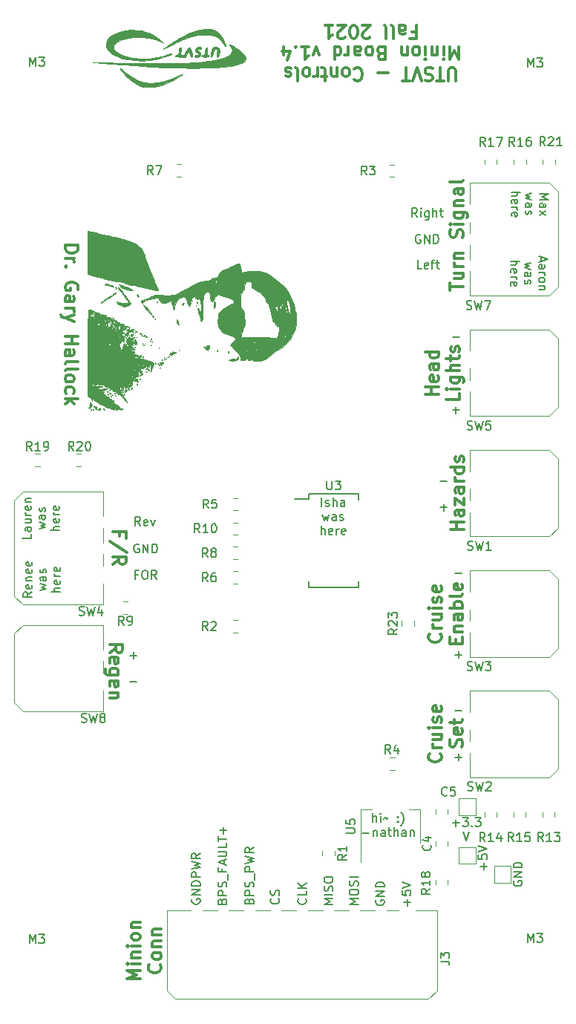
<source format=gbr>
G04 #@! TF.GenerationSoftware,KiCad,Pcbnew,(6.0.1)*
G04 #@! TF.CreationDate,2022-05-25T00:18:57-05:00*
G04 #@! TF.ProjectId,Controls-LightingPCB,436f6e74-726f-46c7-932d-4c6967687469,rev?*
G04 #@! TF.SameCoordinates,Original*
G04 #@! TF.FileFunction,Legend,Top*
G04 #@! TF.FilePolarity,Positive*
%FSLAX46Y46*%
G04 Gerber Fmt 4.6, Leading zero omitted, Abs format (unit mm)*
G04 Created by KiCad (PCBNEW (6.0.1)) date 2022-05-25 00:18:57*
%MOMM*%
%LPD*%
G01*
G04 APERTURE LIST*
%ADD10C,0.300000*%
%ADD11C,0.150000*%
%ADD12C,0.120000*%
%ADD13C,0.010000*%
G04 APERTURE END LIST*
D10*
X173199471Y-93098971D02*
X171699471Y-93098971D01*
X172413757Y-93098971D02*
X172413757Y-92241828D01*
X173199471Y-92241828D02*
X171699471Y-92241828D01*
X173128042Y-90956114D02*
X173199471Y-91098971D01*
X173199471Y-91384685D01*
X173128042Y-91527542D01*
X172985185Y-91598971D01*
X172413757Y-91598971D01*
X172270900Y-91527542D01*
X172199471Y-91384685D01*
X172199471Y-91098971D01*
X172270900Y-90956114D01*
X172413757Y-90884685D01*
X172556614Y-90884685D01*
X172699471Y-91598971D01*
X173199471Y-89598971D02*
X172413757Y-89598971D01*
X172270900Y-89670400D01*
X172199471Y-89813257D01*
X172199471Y-90098971D01*
X172270900Y-90241828D01*
X173128042Y-89598971D02*
X173199471Y-89741828D01*
X173199471Y-90098971D01*
X173128042Y-90241828D01*
X172985185Y-90313257D01*
X172842328Y-90313257D01*
X172699471Y-90241828D01*
X172628042Y-90098971D01*
X172628042Y-89741828D01*
X172556614Y-89598971D01*
X173199471Y-88241828D02*
X171699471Y-88241828D01*
X173128042Y-88241828D02*
X173199471Y-88384685D01*
X173199471Y-88670400D01*
X173128042Y-88813257D01*
X173056614Y-88884685D01*
X172913757Y-88956114D01*
X172485185Y-88956114D01*
X172342328Y-88884685D01*
X172270900Y-88813257D01*
X172199471Y-88670400D01*
X172199471Y-88384685D01*
X172270900Y-88241828D01*
X175614471Y-92956114D02*
X175614471Y-93670400D01*
X174114471Y-93670400D01*
X175614471Y-92456114D02*
X174614471Y-92456114D01*
X174114471Y-92456114D02*
X174185900Y-92527542D01*
X174257328Y-92456114D01*
X174185900Y-92384685D01*
X174114471Y-92456114D01*
X174257328Y-92456114D01*
X174614471Y-91098971D02*
X175828757Y-91098971D01*
X175971614Y-91170400D01*
X176043042Y-91241828D01*
X176114471Y-91384685D01*
X176114471Y-91598971D01*
X176043042Y-91741828D01*
X175543042Y-91098971D02*
X175614471Y-91241828D01*
X175614471Y-91527542D01*
X175543042Y-91670400D01*
X175471614Y-91741828D01*
X175328757Y-91813257D01*
X174900185Y-91813257D01*
X174757328Y-91741828D01*
X174685900Y-91670400D01*
X174614471Y-91527542D01*
X174614471Y-91241828D01*
X174685900Y-91098971D01*
X175614471Y-90384685D02*
X174114471Y-90384685D01*
X175614471Y-89741828D02*
X174828757Y-89741828D01*
X174685900Y-89813257D01*
X174614471Y-89956114D01*
X174614471Y-90170400D01*
X174685900Y-90313257D01*
X174757328Y-90384685D01*
X174614471Y-89241828D02*
X174614471Y-88670400D01*
X174114471Y-89027542D02*
X175400185Y-89027542D01*
X175543042Y-88956114D01*
X175614471Y-88813257D01*
X175614471Y-88670400D01*
X175543042Y-88241828D02*
X175614471Y-88098971D01*
X175614471Y-87813257D01*
X175543042Y-87670400D01*
X175400185Y-87598971D01*
X175328757Y-87598971D01*
X175185900Y-87670400D01*
X175114471Y-87813257D01*
X175114471Y-88027542D01*
X175043042Y-88170400D01*
X174900185Y-88241828D01*
X174828757Y-88241828D01*
X174685900Y-88170400D01*
X174614471Y-88027542D01*
X174614471Y-87813257D01*
X174685900Y-87670400D01*
X174532571Y-81243828D02*
X174532571Y-80386685D01*
X176032571Y-80815257D02*
X174532571Y-80815257D01*
X175032571Y-79243828D02*
X176032571Y-79243828D01*
X175032571Y-79886685D02*
X175818285Y-79886685D01*
X175961142Y-79815257D01*
X176032571Y-79672400D01*
X176032571Y-79458114D01*
X175961142Y-79315257D01*
X175889714Y-79243828D01*
X176032571Y-78529542D02*
X175032571Y-78529542D01*
X175318285Y-78529542D02*
X175175428Y-78458114D01*
X175104000Y-78386685D01*
X175032571Y-78243828D01*
X175032571Y-78100971D01*
X175032571Y-77600971D02*
X176032571Y-77600971D01*
X175175428Y-77600971D02*
X175104000Y-77529542D01*
X175032571Y-77386685D01*
X175032571Y-77172400D01*
X175104000Y-77029542D01*
X175246857Y-76958114D01*
X176032571Y-76958114D01*
X175961142Y-75172400D02*
X176032571Y-74958114D01*
X176032571Y-74600971D01*
X175961142Y-74458114D01*
X175889714Y-74386685D01*
X175746857Y-74315257D01*
X175604000Y-74315257D01*
X175461142Y-74386685D01*
X175389714Y-74458114D01*
X175318285Y-74600971D01*
X175246857Y-74886685D01*
X175175428Y-75029542D01*
X175104000Y-75100971D01*
X174961142Y-75172400D01*
X174818285Y-75172400D01*
X174675428Y-75100971D01*
X174604000Y-75029542D01*
X174532571Y-74886685D01*
X174532571Y-74529542D01*
X174604000Y-74315257D01*
X176032571Y-73672400D02*
X175032571Y-73672400D01*
X174532571Y-73672400D02*
X174604000Y-73743828D01*
X174675428Y-73672400D01*
X174604000Y-73600971D01*
X174532571Y-73672400D01*
X174675428Y-73672400D01*
X175032571Y-72315257D02*
X176246857Y-72315257D01*
X176389714Y-72386685D01*
X176461142Y-72458114D01*
X176532571Y-72600971D01*
X176532571Y-72815257D01*
X176461142Y-72958114D01*
X175961142Y-72315257D02*
X176032571Y-72458114D01*
X176032571Y-72743828D01*
X175961142Y-72886685D01*
X175889714Y-72958114D01*
X175746857Y-73029542D01*
X175318285Y-73029542D01*
X175175428Y-72958114D01*
X175104000Y-72886685D01*
X175032571Y-72743828D01*
X175032571Y-72458114D01*
X175104000Y-72315257D01*
X175032571Y-71600971D02*
X176032571Y-71600971D01*
X175175428Y-71600971D02*
X175104000Y-71529542D01*
X175032571Y-71386685D01*
X175032571Y-71172400D01*
X175104000Y-71029542D01*
X175246857Y-70958114D01*
X176032571Y-70958114D01*
X176032571Y-69600971D02*
X175246857Y-69600971D01*
X175104000Y-69672400D01*
X175032571Y-69815257D01*
X175032571Y-70100971D01*
X175104000Y-70243828D01*
X175961142Y-69600971D02*
X176032571Y-69743828D01*
X176032571Y-70100971D01*
X175961142Y-70243828D01*
X175818285Y-70315257D01*
X175675428Y-70315257D01*
X175532571Y-70243828D01*
X175461142Y-70100971D01*
X175461142Y-69743828D01*
X175389714Y-69600971D01*
X176032571Y-68672400D02*
X175961142Y-68815257D01*
X175818285Y-68886685D01*
X174532571Y-68886685D01*
X136853142Y-109262571D02*
X136853142Y-108762571D01*
X136067428Y-108762571D02*
X137567428Y-108762571D01*
X137567428Y-109476857D01*
X137638857Y-111119714D02*
X135710285Y-109834000D01*
X136067428Y-112476857D02*
X136781714Y-111976857D01*
X136067428Y-111619714D02*
X137567428Y-111619714D01*
X137567428Y-112191142D01*
X137496000Y-112334000D01*
X137424571Y-112405428D01*
X137281714Y-112476857D01*
X137067428Y-112476857D01*
X136924571Y-112405428D01*
X136853142Y-112334000D01*
X136781714Y-112191142D01*
X136781714Y-111619714D01*
X176083371Y-108478457D02*
X174583371Y-108478457D01*
X175297657Y-108478457D02*
X175297657Y-107621314D01*
X176083371Y-107621314D02*
X174583371Y-107621314D01*
X176083371Y-106264171D02*
X175297657Y-106264171D01*
X175154800Y-106335600D01*
X175083371Y-106478457D01*
X175083371Y-106764171D01*
X175154800Y-106907028D01*
X176011942Y-106264171D02*
X176083371Y-106407028D01*
X176083371Y-106764171D01*
X176011942Y-106907028D01*
X175869085Y-106978457D01*
X175726228Y-106978457D01*
X175583371Y-106907028D01*
X175511942Y-106764171D01*
X175511942Y-106407028D01*
X175440514Y-106264171D01*
X175083371Y-105692742D02*
X175083371Y-104907028D01*
X176083371Y-105692742D01*
X176083371Y-104907028D01*
X176083371Y-103692742D02*
X175297657Y-103692742D01*
X175154800Y-103764171D01*
X175083371Y-103907028D01*
X175083371Y-104192742D01*
X175154800Y-104335600D01*
X176011942Y-103692742D02*
X176083371Y-103835600D01*
X176083371Y-104192742D01*
X176011942Y-104335600D01*
X175869085Y-104407028D01*
X175726228Y-104407028D01*
X175583371Y-104335600D01*
X175511942Y-104192742D01*
X175511942Y-103835600D01*
X175440514Y-103692742D01*
X176083371Y-102978457D02*
X175083371Y-102978457D01*
X175369085Y-102978457D02*
X175226228Y-102907028D01*
X175154800Y-102835600D01*
X175083371Y-102692742D01*
X175083371Y-102549885D01*
X176083371Y-101407028D02*
X174583371Y-101407028D01*
X176011942Y-101407028D02*
X176083371Y-101549885D01*
X176083371Y-101835600D01*
X176011942Y-101978457D01*
X175940514Y-102049885D01*
X175797657Y-102121314D01*
X175369085Y-102121314D01*
X175226228Y-102049885D01*
X175154800Y-101978457D01*
X175083371Y-101835600D01*
X175083371Y-101549885D01*
X175154800Y-101407028D01*
X176011942Y-100764171D02*
X176083371Y-100621314D01*
X176083371Y-100335600D01*
X176011942Y-100192742D01*
X175869085Y-100121314D01*
X175797657Y-100121314D01*
X175654800Y-100192742D01*
X175583371Y-100335600D01*
X175583371Y-100549885D01*
X175511942Y-100692742D01*
X175369085Y-100764171D01*
X175297657Y-100764171D01*
X175154800Y-100692742D01*
X175083371Y-100549885D01*
X175083371Y-100335600D01*
X175154800Y-100192742D01*
X173412214Y-134053314D02*
X173483642Y-134124742D01*
X173555071Y-134339028D01*
X173555071Y-134481885D01*
X173483642Y-134696171D01*
X173340785Y-134839028D01*
X173197928Y-134910457D01*
X172912214Y-134981885D01*
X172697928Y-134981885D01*
X172412214Y-134910457D01*
X172269357Y-134839028D01*
X172126500Y-134696171D01*
X172055071Y-134481885D01*
X172055071Y-134339028D01*
X172126500Y-134124742D01*
X172197928Y-134053314D01*
X173555071Y-133410457D02*
X172555071Y-133410457D01*
X172840785Y-133410457D02*
X172697928Y-133339028D01*
X172626500Y-133267600D01*
X172555071Y-133124742D01*
X172555071Y-132981885D01*
X172555071Y-131839028D02*
X173555071Y-131839028D01*
X172555071Y-132481885D02*
X173340785Y-132481885D01*
X173483642Y-132410457D01*
X173555071Y-132267600D01*
X173555071Y-132053314D01*
X173483642Y-131910457D01*
X173412214Y-131839028D01*
X173555071Y-131124742D02*
X172555071Y-131124742D01*
X172055071Y-131124742D02*
X172126500Y-131196171D01*
X172197928Y-131124742D01*
X172126500Y-131053314D01*
X172055071Y-131124742D01*
X172197928Y-131124742D01*
X173483642Y-130481885D02*
X173555071Y-130339028D01*
X173555071Y-130053314D01*
X173483642Y-129910457D01*
X173340785Y-129839028D01*
X173269357Y-129839028D01*
X173126500Y-129910457D01*
X173055071Y-130053314D01*
X173055071Y-130267600D01*
X172983642Y-130410457D01*
X172840785Y-130481885D01*
X172769357Y-130481885D01*
X172626500Y-130410457D01*
X172555071Y-130267600D01*
X172555071Y-130053314D01*
X172626500Y-129910457D01*
X173483642Y-128624742D02*
X173555071Y-128767600D01*
X173555071Y-129053314D01*
X173483642Y-129196171D01*
X173340785Y-129267600D01*
X172769357Y-129267600D01*
X172626500Y-129196171D01*
X172555071Y-129053314D01*
X172555071Y-128767600D01*
X172626500Y-128624742D01*
X172769357Y-128553314D01*
X172912214Y-128553314D01*
X173055071Y-129267600D01*
X175898642Y-133267600D02*
X175970071Y-133053314D01*
X175970071Y-132696171D01*
X175898642Y-132553314D01*
X175827214Y-132481885D01*
X175684357Y-132410457D01*
X175541500Y-132410457D01*
X175398642Y-132481885D01*
X175327214Y-132553314D01*
X175255785Y-132696171D01*
X175184357Y-132981885D01*
X175112928Y-133124742D01*
X175041500Y-133196171D01*
X174898642Y-133267600D01*
X174755785Y-133267600D01*
X174612928Y-133196171D01*
X174541500Y-133124742D01*
X174470071Y-132981885D01*
X174470071Y-132624742D01*
X174541500Y-132410457D01*
X175898642Y-131196171D02*
X175970071Y-131339028D01*
X175970071Y-131624742D01*
X175898642Y-131767600D01*
X175755785Y-131839028D01*
X175184357Y-131839028D01*
X175041500Y-131767600D01*
X174970071Y-131624742D01*
X174970071Y-131339028D01*
X175041500Y-131196171D01*
X175184357Y-131124742D01*
X175327214Y-131124742D01*
X175470071Y-131839028D01*
X174970071Y-130696171D02*
X174970071Y-130124742D01*
X174470071Y-130481885D02*
X175755785Y-130481885D01*
X175898642Y-130410457D01*
X175970071Y-130267600D01*
X175970071Y-130124742D01*
X173412214Y-120388114D02*
X173483642Y-120459542D01*
X173555071Y-120673828D01*
X173555071Y-120816685D01*
X173483642Y-121030971D01*
X173340785Y-121173828D01*
X173197928Y-121245257D01*
X172912214Y-121316685D01*
X172697928Y-121316685D01*
X172412214Y-121245257D01*
X172269357Y-121173828D01*
X172126500Y-121030971D01*
X172055071Y-120816685D01*
X172055071Y-120673828D01*
X172126500Y-120459542D01*
X172197928Y-120388114D01*
X173555071Y-119745257D02*
X172555071Y-119745257D01*
X172840785Y-119745257D02*
X172697928Y-119673828D01*
X172626500Y-119602400D01*
X172555071Y-119459542D01*
X172555071Y-119316685D01*
X172555071Y-118173828D02*
X173555071Y-118173828D01*
X172555071Y-118816685D02*
X173340785Y-118816685D01*
X173483642Y-118745257D01*
X173555071Y-118602400D01*
X173555071Y-118388114D01*
X173483642Y-118245257D01*
X173412214Y-118173828D01*
X173555071Y-117459542D02*
X172555071Y-117459542D01*
X172055071Y-117459542D02*
X172126500Y-117530971D01*
X172197928Y-117459542D01*
X172126500Y-117388114D01*
X172055071Y-117459542D01*
X172197928Y-117459542D01*
X173483642Y-116816685D02*
X173555071Y-116673828D01*
X173555071Y-116388114D01*
X173483642Y-116245257D01*
X173340785Y-116173828D01*
X173269357Y-116173828D01*
X173126500Y-116245257D01*
X173055071Y-116388114D01*
X173055071Y-116602400D01*
X172983642Y-116745257D01*
X172840785Y-116816685D01*
X172769357Y-116816685D01*
X172626500Y-116745257D01*
X172555071Y-116602400D01*
X172555071Y-116388114D01*
X172626500Y-116245257D01*
X173483642Y-114959542D02*
X173555071Y-115102400D01*
X173555071Y-115388114D01*
X173483642Y-115530971D01*
X173340785Y-115602400D01*
X172769357Y-115602400D01*
X172626500Y-115530971D01*
X172555071Y-115388114D01*
X172555071Y-115102400D01*
X172626500Y-114959542D01*
X172769357Y-114888114D01*
X172912214Y-114888114D01*
X173055071Y-115602400D01*
X175184357Y-121495257D02*
X175184357Y-120995257D01*
X175970071Y-120780971D02*
X175970071Y-121495257D01*
X174470071Y-121495257D01*
X174470071Y-120780971D01*
X174970071Y-120138114D02*
X175970071Y-120138114D01*
X175112928Y-120138114D02*
X175041500Y-120066685D01*
X174970071Y-119923828D01*
X174970071Y-119709542D01*
X175041500Y-119566685D01*
X175184357Y-119495257D01*
X175970071Y-119495257D01*
X175970071Y-118138114D02*
X175184357Y-118138114D01*
X175041500Y-118209542D01*
X174970071Y-118352400D01*
X174970071Y-118638114D01*
X175041500Y-118780971D01*
X175898642Y-118138114D02*
X175970071Y-118280971D01*
X175970071Y-118638114D01*
X175898642Y-118780971D01*
X175755785Y-118852400D01*
X175612928Y-118852400D01*
X175470071Y-118780971D01*
X175398642Y-118638114D01*
X175398642Y-118280971D01*
X175327214Y-118138114D01*
X175970071Y-117423828D02*
X174470071Y-117423828D01*
X175041500Y-117423828D02*
X174970071Y-117280971D01*
X174970071Y-116995257D01*
X175041500Y-116852400D01*
X175112928Y-116780971D01*
X175255785Y-116709542D01*
X175684357Y-116709542D01*
X175827214Y-116780971D01*
X175898642Y-116852400D01*
X175970071Y-116995257D01*
X175970071Y-117280971D01*
X175898642Y-117423828D01*
X175970071Y-115852400D02*
X175898642Y-115995257D01*
X175755785Y-116066685D01*
X174470071Y-116066685D01*
X175898642Y-114709542D02*
X175970071Y-114852400D01*
X175970071Y-115138114D01*
X175898642Y-115280971D01*
X175755785Y-115352400D01*
X175184357Y-115352400D01*
X175041500Y-115280971D01*
X174970071Y-115138114D01*
X174970071Y-114852400D01*
X175041500Y-114709542D01*
X175184357Y-114638114D01*
X175327214Y-114638114D01*
X175470071Y-115352400D01*
D11*
X126590476Y-55652380D02*
X126590476Y-54652380D01*
X126923809Y-55366666D01*
X127257142Y-54652380D01*
X127257142Y-55652380D01*
X127638095Y-54652380D02*
X128257142Y-54652380D01*
X127923809Y-55033333D01*
X128066666Y-55033333D01*
X128161904Y-55080952D01*
X128209523Y-55128571D01*
X128257142Y-55223809D01*
X128257142Y-55461904D01*
X128209523Y-55557142D01*
X128161904Y-55604761D01*
X128066666Y-55652380D01*
X127780952Y-55652380D01*
X127685714Y-55604761D01*
X127638095Y-55557142D01*
X183390476Y-155552380D02*
X183390476Y-154552380D01*
X183723809Y-155266666D01*
X184057142Y-154552380D01*
X184057142Y-155552380D01*
X184438095Y-154552380D02*
X185057142Y-154552380D01*
X184723809Y-154933333D01*
X184866666Y-154933333D01*
X184961904Y-154980952D01*
X185009523Y-155028571D01*
X185057142Y-155123809D01*
X185057142Y-155361904D01*
X185009523Y-155457142D01*
X184961904Y-155504761D01*
X184866666Y-155552380D01*
X184580952Y-155552380D01*
X184485714Y-155504761D01*
X184438095Y-155457142D01*
X181800000Y-148561904D02*
X181752380Y-148657142D01*
X181752380Y-148800000D01*
X181800000Y-148942857D01*
X181895238Y-149038095D01*
X181990476Y-149085714D01*
X182180952Y-149133333D01*
X182323809Y-149133333D01*
X182514285Y-149085714D01*
X182609523Y-149038095D01*
X182704761Y-148942857D01*
X182752380Y-148800000D01*
X182752380Y-148704761D01*
X182704761Y-148561904D01*
X182657142Y-148514285D01*
X182323809Y-148514285D01*
X182323809Y-148704761D01*
X182752380Y-148085714D02*
X181752380Y-148085714D01*
X182752380Y-147514285D01*
X181752380Y-147514285D01*
X182752380Y-147038095D02*
X181752380Y-147038095D01*
X181752380Y-146800000D01*
X181800000Y-146657142D01*
X181895238Y-146561904D01*
X181990476Y-146514285D01*
X182180952Y-146466666D01*
X182323809Y-146466666D01*
X182514285Y-146514285D01*
X182609523Y-146561904D01*
X182704761Y-146657142D01*
X182752380Y-146800000D01*
X182752380Y-147038095D01*
X166100000Y-150761904D02*
X166052380Y-150857142D01*
X166052380Y-151000000D01*
X166100000Y-151142857D01*
X166195238Y-151238095D01*
X166290476Y-151285714D01*
X166480952Y-151333333D01*
X166623809Y-151333333D01*
X166814285Y-151285714D01*
X166909523Y-151238095D01*
X167004761Y-151142857D01*
X167052380Y-151000000D01*
X167052380Y-150904761D01*
X167004761Y-150761904D01*
X166957142Y-150714285D01*
X166623809Y-150714285D01*
X166623809Y-150904761D01*
X167052380Y-150285714D02*
X166052380Y-150285714D01*
X167052380Y-149714285D01*
X166052380Y-149714285D01*
X167052380Y-149238095D02*
X166052380Y-149238095D01*
X166052380Y-149000000D01*
X166100000Y-148857142D01*
X166195238Y-148761904D01*
X166290476Y-148714285D01*
X166480952Y-148666666D01*
X166623809Y-148666666D01*
X166814285Y-148714285D01*
X166909523Y-148761904D01*
X167004761Y-148857142D01*
X167052380Y-149000000D01*
X167052380Y-149238095D01*
X126742380Y-108985714D02*
X126742380Y-109461904D01*
X125742380Y-109461904D01*
X126742380Y-108223809D02*
X126218571Y-108223809D01*
X126123333Y-108271428D01*
X126075714Y-108366666D01*
X126075714Y-108557142D01*
X126123333Y-108652380D01*
X126694761Y-108223809D02*
X126742380Y-108319047D01*
X126742380Y-108557142D01*
X126694761Y-108652380D01*
X126599523Y-108700000D01*
X126504285Y-108700000D01*
X126409047Y-108652380D01*
X126361428Y-108557142D01*
X126361428Y-108319047D01*
X126313809Y-108223809D01*
X126075714Y-107319047D02*
X126742380Y-107319047D01*
X126075714Y-107747619D02*
X126599523Y-107747619D01*
X126694761Y-107700000D01*
X126742380Y-107604761D01*
X126742380Y-107461904D01*
X126694761Y-107366666D01*
X126647142Y-107319047D01*
X126742380Y-106842857D02*
X126075714Y-106842857D01*
X126266190Y-106842857D02*
X126170952Y-106795238D01*
X126123333Y-106747619D01*
X126075714Y-106652380D01*
X126075714Y-106557142D01*
X126694761Y-105842857D02*
X126742380Y-105938095D01*
X126742380Y-106128571D01*
X126694761Y-106223809D01*
X126599523Y-106271428D01*
X126218571Y-106271428D01*
X126123333Y-106223809D01*
X126075714Y-106128571D01*
X126075714Y-105938095D01*
X126123333Y-105842857D01*
X126218571Y-105795238D01*
X126313809Y-105795238D01*
X126409047Y-106271428D01*
X126075714Y-105366666D02*
X126742380Y-105366666D01*
X126170952Y-105366666D02*
X126123333Y-105319047D01*
X126075714Y-105223809D01*
X126075714Y-105080952D01*
X126123333Y-104985714D01*
X126218571Y-104938095D01*
X126742380Y-104938095D01*
X127685714Y-108438095D02*
X128352380Y-108247619D01*
X127876190Y-108057142D01*
X128352380Y-107866666D01*
X127685714Y-107676190D01*
X128352380Y-106866666D02*
X127828571Y-106866666D01*
X127733333Y-106914285D01*
X127685714Y-107009523D01*
X127685714Y-107200000D01*
X127733333Y-107295238D01*
X128304761Y-106866666D02*
X128352380Y-106961904D01*
X128352380Y-107200000D01*
X128304761Y-107295238D01*
X128209523Y-107342857D01*
X128114285Y-107342857D01*
X128019047Y-107295238D01*
X127971428Y-107200000D01*
X127971428Y-106961904D01*
X127923809Y-106866666D01*
X128304761Y-106438095D02*
X128352380Y-106342857D01*
X128352380Y-106152380D01*
X128304761Y-106057142D01*
X128209523Y-106009523D01*
X128161904Y-106009523D01*
X128066666Y-106057142D01*
X128019047Y-106152380D01*
X128019047Y-106295238D01*
X127971428Y-106390476D01*
X127876190Y-106438095D01*
X127828571Y-106438095D01*
X127733333Y-106390476D01*
X127685714Y-106295238D01*
X127685714Y-106152380D01*
X127733333Y-106057142D01*
X129962380Y-108580952D02*
X128962380Y-108580952D01*
X129962380Y-108152380D02*
X129438571Y-108152380D01*
X129343333Y-108200000D01*
X129295714Y-108295238D01*
X129295714Y-108438095D01*
X129343333Y-108533333D01*
X129390952Y-108580952D01*
X129914761Y-107295238D02*
X129962380Y-107390476D01*
X129962380Y-107580952D01*
X129914761Y-107676190D01*
X129819523Y-107723809D01*
X129438571Y-107723809D01*
X129343333Y-107676190D01*
X129295714Y-107580952D01*
X129295714Y-107390476D01*
X129343333Y-107295238D01*
X129438571Y-107247619D01*
X129533809Y-107247619D01*
X129629047Y-107723809D01*
X129962380Y-106819047D02*
X129295714Y-106819047D01*
X129486190Y-106819047D02*
X129390952Y-106771428D01*
X129343333Y-106723809D01*
X129295714Y-106628571D01*
X129295714Y-106533333D01*
X129914761Y-105819047D02*
X129962380Y-105914285D01*
X129962380Y-106104761D01*
X129914761Y-106200000D01*
X129819523Y-106247619D01*
X129438571Y-106247619D01*
X129343333Y-106200000D01*
X129295714Y-106104761D01*
X129295714Y-105914285D01*
X129343333Y-105819047D01*
X129438571Y-105771428D01*
X129533809Y-105771428D01*
X129629047Y-106247619D01*
X184943333Y-77395238D02*
X184943333Y-77871428D01*
X184657619Y-77300000D02*
X185657619Y-77633333D01*
X184657619Y-77966666D01*
X184657619Y-78728571D02*
X185181428Y-78728571D01*
X185276666Y-78680952D01*
X185324285Y-78585714D01*
X185324285Y-78395238D01*
X185276666Y-78300000D01*
X184705238Y-78728571D02*
X184657619Y-78633333D01*
X184657619Y-78395238D01*
X184705238Y-78300000D01*
X184800476Y-78252380D01*
X184895714Y-78252380D01*
X184990952Y-78300000D01*
X185038571Y-78395238D01*
X185038571Y-78633333D01*
X185086190Y-78728571D01*
X184657619Y-79204761D02*
X185324285Y-79204761D01*
X185133809Y-79204761D02*
X185229047Y-79252380D01*
X185276666Y-79300000D01*
X185324285Y-79395238D01*
X185324285Y-79490476D01*
X184657619Y-79966666D02*
X184705238Y-79871428D01*
X184752857Y-79823809D01*
X184848095Y-79776190D01*
X185133809Y-79776190D01*
X185229047Y-79823809D01*
X185276666Y-79871428D01*
X185324285Y-79966666D01*
X185324285Y-80109523D01*
X185276666Y-80204761D01*
X185229047Y-80252380D01*
X185133809Y-80300000D01*
X184848095Y-80300000D01*
X184752857Y-80252380D01*
X184705238Y-80204761D01*
X184657619Y-80109523D01*
X184657619Y-79966666D01*
X185324285Y-80728571D02*
X184657619Y-80728571D01*
X185229047Y-80728571D02*
X185276666Y-80776190D01*
X185324285Y-80871428D01*
X185324285Y-81014285D01*
X185276666Y-81109523D01*
X185181428Y-81157142D01*
X184657619Y-81157142D01*
X183714285Y-78061904D02*
X183047619Y-78252380D01*
X183523809Y-78442857D01*
X183047619Y-78633333D01*
X183714285Y-78823809D01*
X183047619Y-79633333D02*
X183571428Y-79633333D01*
X183666666Y-79585714D01*
X183714285Y-79490476D01*
X183714285Y-79300000D01*
X183666666Y-79204761D01*
X183095238Y-79633333D02*
X183047619Y-79538095D01*
X183047619Y-79300000D01*
X183095238Y-79204761D01*
X183190476Y-79157142D01*
X183285714Y-79157142D01*
X183380952Y-79204761D01*
X183428571Y-79300000D01*
X183428571Y-79538095D01*
X183476190Y-79633333D01*
X183095238Y-80061904D02*
X183047619Y-80157142D01*
X183047619Y-80347619D01*
X183095238Y-80442857D01*
X183190476Y-80490476D01*
X183238095Y-80490476D01*
X183333333Y-80442857D01*
X183380952Y-80347619D01*
X183380952Y-80204761D01*
X183428571Y-80109523D01*
X183523809Y-80061904D01*
X183571428Y-80061904D01*
X183666666Y-80109523D01*
X183714285Y-80204761D01*
X183714285Y-80347619D01*
X183666666Y-80442857D01*
X181437619Y-77919047D02*
X182437619Y-77919047D01*
X181437619Y-78347619D02*
X181961428Y-78347619D01*
X182056666Y-78300000D01*
X182104285Y-78204761D01*
X182104285Y-78061904D01*
X182056666Y-77966666D01*
X182009047Y-77919047D01*
X181485238Y-79204761D02*
X181437619Y-79109523D01*
X181437619Y-78919047D01*
X181485238Y-78823809D01*
X181580476Y-78776190D01*
X181961428Y-78776190D01*
X182056666Y-78823809D01*
X182104285Y-78919047D01*
X182104285Y-79109523D01*
X182056666Y-79204761D01*
X181961428Y-79252380D01*
X181866190Y-79252380D01*
X181770952Y-78776190D01*
X181437619Y-79680952D02*
X182104285Y-79680952D01*
X181913809Y-79680952D02*
X182009047Y-79728571D01*
X182056666Y-79776190D01*
X182104285Y-79871428D01*
X182104285Y-79966666D01*
X181485238Y-80680952D02*
X181437619Y-80585714D01*
X181437619Y-80395238D01*
X181485238Y-80300000D01*
X181580476Y-80252380D01*
X181961428Y-80252380D01*
X182056666Y-80300000D01*
X182104285Y-80395238D01*
X182104285Y-80585714D01*
X182056666Y-80680952D01*
X181961428Y-80728571D01*
X181866190Y-80728571D01*
X181770952Y-80252380D01*
X175119047Y-113471428D02*
X175880952Y-113471428D01*
X173419047Y-102971428D02*
X174180952Y-102971428D01*
X174828571Y-141966428D02*
X175590476Y-141966428D01*
X175209523Y-142347380D02*
X175209523Y-141585476D01*
X175971428Y-141347380D02*
X176590476Y-141347380D01*
X176257142Y-141728333D01*
X176400000Y-141728333D01*
X176495238Y-141775952D01*
X176542857Y-141823571D01*
X176590476Y-141918809D01*
X176590476Y-142156904D01*
X176542857Y-142252142D01*
X176495238Y-142299761D01*
X176400000Y-142347380D01*
X176114285Y-142347380D01*
X176019047Y-142299761D01*
X175971428Y-142252142D01*
X177019047Y-142252142D02*
X177066666Y-142299761D01*
X177019047Y-142347380D01*
X176971428Y-142299761D01*
X177019047Y-142252142D01*
X177019047Y-142347380D01*
X177400000Y-141347380D02*
X178019047Y-141347380D01*
X177685714Y-141728333D01*
X177828571Y-141728333D01*
X177923809Y-141775952D01*
X177971428Y-141823571D01*
X178019047Y-141918809D01*
X178019047Y-142156904D01*
X177971428Y-142252142D01*
X177923809Y-142299761D01*
X177828571Y-142347380D01*
X177542857Y-142347380D01*
X177447619Y-142299761D01*
X177400000Y-142252142D01*
X176066666Y-142957380D02*
X176400000Y-143957380D01*
X176733333Y-142957380D01*
X173419047Y-105971428D02*
X174180952Y-105971428D01*
X173800000Y-106352380D02*
X173800000Y-105590476D01*
X175119047Y-122771428D02*
X175880952Y-122771428D01*
X175500000Y-123152380D02*
X175500000Y-122390476D01*
X165718095Y-141854380D02*
X165718095Y-140854380D01*
X166146666Y-141854380D02*
X166146666Y-141330571D01*
X166099047Y-141235333D01*
X166003809Y-141187714D01*
X165860952Y-141187714D01*
X165765714Y-141235333D01*
X165718095Y-141282952D01*
X166622857Y-141854380D02*
X166622857Y-141187714D01*
X166622857Y-140854380D02*
X166575238Y-140902000D01*
X166622857Y-140949619D01*
X166670476Y-140902000D01*
X166622857Y-140854380D01*
X166622857Y-140949619D01*
X166956190Y-141473428D02*
X167003809Y-141425809D01*
X167099047Y-141378190D01*
X167289523Y-141473428D01*
X167384761Y-141425809D01*
X167432380Y-141378190D01*
X168575238Y-141759142D02*
X168622857Y-141806761D01*
X168575238Y-141854380D01*
X168527619Y-141806761D01*
X168575238Y-141759142D01*
X168575238Y-141854380D01*
X168575238Y-141235333D02*
X168622857Y-141282952D01*
X168575238Y-141330571D01*
X168527619Y-141282952D01*
X168575238Y-141235333D01*
X168575238Y-141330571D01*
X168956190Y-142235333D02*
X169003809Y-142187714D01*
X169099047Y-142044857D01*
X169146666Y-141949619D01*
X169194285Y-141806761D01*
X169241904Y-141568666D01*
X169241904Y-141378190D01*
X169194285Y-141140095D01*
X169146666Y-140997238D01*
X169099047Y-140902000D01*
X169003809Y-140759142D01*
X168956190Y-140711523D01*
X164551428Y-143083428D02*
X165313333Y-143083428D01*
X165789523Y-142797714D02*
X165789523Y-143464380D01*
X165789523Y-142892952D02*
X165837142Y-142845333D01*
X165932380Y-142797714D01*
X166075238Y-142797714D01*
X166170476Y-142845333D01*
X166218095Y-142940571D01*
X166218095Y-143464380D01*
X167122857Y-143464380D02*
X167122857Y-142940571D01*
X167075238Y-142845333D01*
X166980000Y-142797714D01*
X166789523Y-142797714D01*
X166694285Y-142845333D01*
X167122857Y-143416761D02*
X167027619Y-143464380D01*
X166789523Y-143464380D01*
X166694285Y-143416761D01*
X166646666Y-143321523D01*
X166646666Y-143226285D01*
X166694285Y-143131047D01*
X166789523Y-143083428D01*
X167027619Y-143083428D01*
X167122857Y-143035809D01*
X167456190Y-142797714D02*
X167837142Y-142797714D01*
X167599047Y-142464380D02*
X167599047Y-143321523D01*
X167646666Y-143416761D01*
X167741904Y-143464380D01*
X167837142Y-143464380D01*
X168170476Y-143464380D02*
X168170476Y-142464380D01*
X168599047Y-143464380D02*
X168599047Y-142940571D01*
X168551428Y-142845333D01*
X168456190Y-142797714D01*
X168313333Y-142797714D01*
X168218095Y-142845333D01*
X168170476Y-142892952D01*
X169503809Y-143464380D02*
X169503809Y-142940571D01*
X169456190Y-142845333D01*
X169360952Y-142797714D01*
X169170476Y-142797714D01*
X169075238Y-142845333D01*
X169503809Y-143416761D02*
X169408571Y-143464380D01*
X169170476Y-143464380D01*
X169075238Y-143416761D01*
X169027619Y-143321523D01*
X169027619Y-143226285D01*
X169075238Y-143131047D01*
X169170476Y-143083428D01*
X169408571Y-143083428D01*
X169503809Y-143035809D01*
X169980000Y-142797714D02*
X169980000Y-143464380D01*
X169980000Y-142892952D02*
X170027619Y-142845333D01*
X170122857Y-142797714D01*
X170265714Y-142797714D01*
X170360952Y-142845333D01*
X170408571Y-142940571D01*
X170408571Y-143464380D01*
X148528571Y-150871428D02*
X148576190Y-150728571D01*
X148623809Y-150680952D01*
X148719047Y-150633333D01*
X148861904Y-150633333D01*
X148957142Y-150680952D01*
X149004761Y-150728571D01*
X149052380Y-150823809D01*
X149052380Y-151204761D01*
X148052380Y-151204761D01*
X148052380Y-150871428D01*
X148100000Y-150776190D01*
X148147619Y-150728571D01*
X148242857Y-150680952D01*
X148338095Y-150680952D01*
X148433333Y-150728571D01*
X148480952Y-150776190D01*
X148528571Y-150871428D01*
X148528571Y-151204761D01*
X149052380Y-150204761D02*
X148052380Y-150204761D01*
X148052380Y-149823809D01*
X148100000Y-149728571D01*
X148147619Y-149680952D01*
X148242857Y-149633333D01*
X148385714Y-149633333D01*
X148480952Y-149680952D01*
X148528571Y-149728571D01*
X148576190Y-149823809D01*
X148576190Y-150204761D01*
X149004761Y-149252380D02*
X149052380Y-149109523D01*
X149052380Y-148871428D01*
X149004761Y-148776190D01*
X148957142Y-148728571D01*
X148861904Y-148680952D01*
X148766666Y-148680952D01*
X148671428Y-148728571D01*
X148623809Y-148776190D01*
X148576190Y-148871428D01*
X148528571Y-149061904D01*
X148480952Y-149157142D01*
X148433333Y-149204761D01*
X148338095Y-149252380D01*
X148242857Y-149252380D01*
X148147619Y-149204761D01*
X148100000Y-149157142D01*
X148052380Y-149061904D01*
X148052380Y-148823809D01*
X148100000Y-148680952D01*
X149147619Y-148490476D02*
X149147619Y-147728571D01*
X148528571Y-147157142D02*
X148528571Y-147490476D01*
X149052380Y-147490476D02*
X148052380Y-147490476D01*
X148052380Y-147014285D01*
X148766666Y-146680952D02*
X148766666Y-146204761D01*
X149052380Y-146776190D02*
X148052380Y-146442857D01*
X149052380Y-146109523D01*
X148052380Y-145776190D02*
X148861904Y-145776190D01*
X148957142Y-145728571D01*
X149004761Y-145680952D01*
X149052380Y-145585714D01*
X149052380Y-145395238D01*
X149004761Y-145300000D01*
X148957142Y-145252380D01*
X148861904Y-145204761D01*
X148052380Y-145204761D01*
X149052380Y-144252380D02*
X149052380Y-144728571D01*
X148052380Y-144728571D01*
X148052380Y-144061904D02*
X148052380Y-143490476D01*
X149052380Y-143776190D02*
X148052380Y-143776190D01*
X148671428Y-143157142D02*
X148671428Y-142395238D01*
X149052380Y-142776190D02*
X148290476Y-142776190D01*
X126590476Y-155652380D02*
X126590476Y-154652380D01*
X126923809Y-155366666D01*
X127257142Y-154652380D01*
X127257142Y-155652380D01*
X127638095Y-154652380D02*
X128257142Y-154652380D01*
X127923809Y-155033333D01*
X128066666Y-155033333D01*
X128161904Y-155080952D01*
X128209523Y-155128571D01*
X128257142Y-155223809D01*
X128257142Y-155461904D01*
X128209523Y-155557142D01*
X128161904Y-155604761D01*
X128066666Y-155652380D01*
X127780952Y-155652380D01*
X127685714Y-155604761D01*
X127638095Y-155557142D01*
X178371428Y-147285714D02*
X178371428Y-146523809D01*
X178752380Y-146904761D02*
X177990476Y-146904761D01*
X177752380Y-145571428D02*
X177752380Y-146047619D01*
X178228571Y-146095238D01*
X178180952Y-146047619D01*
X178133333Y-145952380D01*
X178133333Y-145714285D01*
X178180952Y-145619047D01*
X178228571Y-145571428D01*
X178323809Y-145523809D01*
X178561904Y-145523809D01*
X178657142Y-145571428D01*
X178704761Y-145619047D01*
X178752380Y-145714285D01*
X178752380Y-145952380D01*
X178704761Y-146047619D01*
X178657142Y-146095238D01*
X177752380Y-145238095D02*
X178752380Y-144904761D01*
X177752380Y-144571428D01*
X139038095Y-110200000D02*
X138942857Y-110152380D01*
X138800000Y-110152380D01*
X138657142Y-110200000D01*
X138561904Y-110295238D01*
X138514285Y-110390476D01*
X138466666Y-110580952D01*
X138466666Y-110723809D01*
X138514285Y-110914285D01*
X138561904Y-111009523D01*
X138657142Y-111104761D01*
X138800000Y-111152380D01*
X138895238Y-111152380D01*
X139038095Y-111104761D01*
X139085714Y-111057142D01*
X139085714Y-110723809D01*
X138895238Y-110723809D01*
X139514285Y-111152380D02*
X139514285Y-110152380D01*
X140085714Y-111152380D01*
X140085714Y-110152380D01*
X140561904Y-111152380D02*
X140561904Y-110152380D01*
X140800000Y-110152380D01*
X140942857Y-110200000D01*
X141038095Y-110295238D01*
X141085714Y-110390476D01*
X141133333Y-110580952D01*
X141133333Y-110723809D01*
X141085714Y-110914285D01*
X141038095Y-111009523D01*
X140942857Y-111104761D01*
X140800000Y-111152380D01*
X140561904Y-111152380D01*
X145100000Y-150633333D02*
X145052380Y-150728571D01*
X145052380Y-150871428D01*
X145100000Y-151014285D01*
X145195238Y-151109523D01*
X145290476Y-151157142D01*
X145480952Y-151204761D01*
X145623809Y-151204761D01*
X145814285Y-151157142D01*
X145909523Y-151109523D01*
X146004761Y-151014285D01*
X146052380Y-150871428D01*
X146052380Y-150776190D01*
X146004761Y-150633333D01*
X145957142Y-150585714D01*
X145623809Y-150585714D01*
X145623809Y-150776190D01*
X146052380Y-150157142D02*
X145052380Y-150157142D01*
X146052380Y-149585714D01*
X145052380Y-149585714D01*
X146052380Y-149109523D02*
X145052380Y-149109523D01*
X145052380Y-148871428D01*
X145100000Y-148728571D01*
X145195238Y-148633333D01*
X145290476Y-148585714D01*
X145480952Y-148538095D01*
X145623809Y-148538095D01*
X145814285Y-148585714D01*
X145909523Y-148633333D01*
X146004761Y-148728571D01*
X146052380Y-148871428D01*
X146052380Y-149109523D01*
X146052380Y-148109523D02*
X145052380Y-148109523D01*
X145052380Y-147728571D01*
X145100000Y-147633333D01*
X145147619Y-147585714D01*
X145242857Y-147538095D01*
X145385714Y-147538095D01*
X145480952Y-147585714D01*
X145528571Y-147633333D01*
X145576190Y-147728571D01*
X145576190Y-148109523D01*
X145052380Y-147204761D02*
X146052380Y-146966666D01*
X145338095Y-146776190D01*
X146052380Y-146585714D01*
X145052380Y-146347619D01*
X146052380Y-145395238D02*
X145576190Y-145728571D01*
X146052380Y-145966666D02*
X145052380Y-145966666D01*
X145052380Y-145585714D01*
X145100000Y-145490476D01*
X145147619Y-145442857D01*
X145242857Y-145395238D01*
X145385714Y-145395238D01*
X145480952Y-145442857D01*
X145528571Y-145490476D01*
X145576190Y-145585714D01*
X145576190Y-145966666D01*
X158057142Y-150595238D02*
X158104761Y-150642857D01*
X158152380Y-150785714D01*
X158152380Y-150880952D01*
X158104761Y-151023809D01*
X158009523Y-151119047D01*
X157914285Y-151166666D01*
X157723809Y-151214285D01*
X157580952Y-151214285D01*
X157390476Y-151166666D01*
X157295238Y-151119047D01*
X157200000Y-151023809D01*
X157152380Y-150880952D01*
X157152380Y-150785714D01*
X157200000Y-150642857D01*
X157247619Y-150595238D01*
X158152380Y-149690476D02*
X158152380Y-150166666D01*
X157152380Y-150166666D01*
X158152380Y-149357142D02*
X157152380Y-149357142D01*
X158152380Y-148785714D02*
X157580952Y-149214285D01*
X157152380Y-148785714D02*
X157723809Y-149357142D01*
D10*
X130621428Y-76099999D02*
X132121428Y-76099999D01*
X132121428Y-76457142D01*
X132050000Y-76671428D01*
X131907142Y-76814285D01*
X131764285Y-76885714D01*
X131478571Y-76957142D01*
X131264285Y-76957142D01*
X130978571Y-76885714D01*
X130835714Y-76814285D01*
X130692857Y-76671428D01*
X130621428Y-76457142D01*
X130621428Y-76099999D01*
X130621428Y-77599999D02*
X131621428Y-77599999D01*
X131335714Y-77599999D02*
X131478571Y-77671428D01*
X131550000Y-77742857D01*
X131621428Y-77885714D01*
X131621428Y-78028571D01*
X130764285Y-78528571D02*
X130692857Y-78599999D01*
X130621428Y-78528571D01*
X130692857Y-78457142D01*
X130764285Y-78528571D01*
X130621428Y-78528571D01*
X132050000Y-81171428D02*
X132121428Y-81028571D01*
X132121428Y-80814285D01*
X132050000Y-80599999D01*
X131907142Y-80457142D01*
X131764285Y-80385714D01*
X131478571Y-80314285D01*
X131264285Y-80314285D01*
X130978571Y-80385714D01*
X130835714Y-80457142D01*
X130692857Y-80599999D01*
X130621428Y-80814285D01*
X130621428Y-80957142D01*
X130692857Y-81171428D01*
X130764285Y-81242857D01*
X131264285Y-81242857D01*
X131264285Y-80957142D01*
X130621428Y-82528571D02*
X131407142Y-82528571D01*
X131550000Y-82457142D01*
X131621428Y-82314285D01*
X131621428Y-82028571D01*
X131550000Y-81885714D01*
X130692857Y-82528571D02*
X130621428Y-82385714D01*
X130621428Y-82028571D01*
X130692857Y-81885714D01*
X130835714Y-81814285D01*
X130978571Y-81814285D01*
X131121428Y-81885714D01*
X131192857Y-82028571D01*
X131192857Y-82385714D01*
X131264285Y-82528571D01*
X130621428Y-83242857D02*
X131621428Y-83242857D01*
X131335714Y-83242857D02*
X131478571Y-83314285D01*
X131550000Y-83385714D01*
X131621428Y-83528571D01*
X131621428Y-83671428D01*
X131621428Y-84028571D02*
X130621428Y-84385714D01*
X131621428Y-84742857D02*
X130621428Y-84385714D01*
X130264285Y-84242857D01*
X130192857Y-84171428D01*
X130121428Y-84028571D01*
X130621428Y-86457142D02*
X132121428Y-86457142D01*
X131407142Y-86457142D02*
X131407142Y-87314285D01*
X130621428Y-87314285D02*
X132121428Y-87314285D01*
X130621428Y-88671428D02*
X131407142Y-88671428D01*
X131550000Y-88600000D01*
X131621428Y-88457142D01*
X131621428Y-88171428D01*
X131550000Y-88028571D01*
X130692857Y-88671428D02*
X130621428Y-88528571D01*
X130621428Y-88171428D01*
X130692857Y-88028571D01*
X130835714Y-87957142D01*
X130978571Y-87957142D01*
X131121428Y-88028571D01*
X131192857Y-88171428D01*
X131192857Y-88528571D01*
X131264285Y-88671428D01*
X130621428Y-89600000D02*
X130692857Y-89457142D01*
X130835714Y-89385714D01*
X132121428Y-89385714D01*
X130621428Y-90385714D02*
X130692857Y-90242857D01*
X130835714Y-90171428D01*
X132121428Y-90171428D01*
X130621428Y-91171428D02*
X130692857Y-91028571D01*
X130764285Y-90957142D01*
X130907142Y-90885714D01*
X131335714Y-90885714D01*
X131478571Y-90957142D01*
X131550000Y-91028571D01*
X131621428Y-91171428D01*
X131621428Y-91385714D01*
X131550000Y-91528571D01*
X131478571Y-91600000D01*
X131335714Y-91671428D01*
X130907142Y-91671428D01*
X130764285Y-91600000D01*
X130692857Y-91528571D01*
X130621428Y-91385714D01*
X130621428Y-91171428D01*
X130692857Y-92957142D02*
X130621428Y-92814285D01*
X130621428Y-92528571D01*
X130692857Y-92385714D01*
X130764285Y-92314285D01*
X130907142Y-92242857D01*
X131335714Y-92242857D01*
X131478571Y-92314285D01*
X131550000Y-92385714D01*
X131621428Y-92528571D01*
X131621428Y-92814285D01*
X131550000Y-92957142D01*
X130621428Y-93600000D02*
X132121428Y-93600000D01*
X131192857Y-93742857D02*
X130621428Y-94171428D01*
X131621428Y-94171428D02*
X131050000Y-93600000D01*
D11*
X154957142Y-150566666D02*
X155004761Y-150614285D01*
X155052380Y-150757142D01*
X155052380Y-150852380D01*
X155004761Y-150995238D01*
X154909523Y-151090476D01*
X154814285Y-151138095D01*
X154623809Y-151185714D01*
X154480952Y-151185714D01*
X154290476Y-151138095D01*
X154195238Y-151090476D01*
X154100000Y-150995238D01*
X154052380Y-150852380D01*
X154052380Y-150757142D01*
X154100000Y-150614285D01*
X154147619Y-150566666D01*
X155004761Y-150185714D02*
X155052380Y-150042857D01*
X155052380Y-149804761D01*
X155004761Y-149709523D01*
X154957142Y-149661904D01*
X154861904Y-149614285D01*
X154766666Y-149614285D01*
X154671428Y-149661904D01*
X154623809Y-149709523D01*
X154576190Y-149804761D01*
X154528571Y-149995238D01*
X154480952Y-150090476D01*
X154433333Y-150138095D01*
X154338095Y-150185714D01*
X154242857Y-150185714D01*
X154147619Y-150138095D01*
X154100000Y-150090476D01*
X154052380Y-149995238D01*
X154052380Y-149757142D01*
X154100000Y-149614285D01*
X164052380Y-151271428D02*
X163052380Y-151271428D01*
X163766666Y-150938095D01*
X163052380Y-150604761D01*
X164052380Y-150604761D01*
X163052380Y-149938095D02*
X163052380Y-149747619D01*
X163100000Y-149652380D01*
X163195238Y-149557142D01*
X163385714Y-149509523D01*
X163719047Y-149509523D01*
X163909523Y-149557142D01*
X164004761Y-149652380D01*
X164052380Y-149747619D01*
X164052380Y-149938095D01*
X164004761Y-150033333D01*
X163909523Y-150128571D01*
X163719047Y-150176190D01*
X163385714Y-150176190D01*
X163195238Y-150128571D01*
X163100000Y-150033333D01*
X163052380Y-149938095D01*
X164004761Y-149128571D02*
X164052380Y-148985714D01*
X164052380Y-148747619D01*
X164004761Y-148652380D01*
X163957142Y-148604761D01*
X163861904Y-148557142D01*
X163766666Y-148557142D01*
X163671428Y-148604761D01*
X163623809Y-148652380D01*
X163576190Y-148747619D01*
X163528571Y-148938095D01*
X163480952Y-149033333D01*
X163433333Y-149080952D01*
X163338095Y-149128571D01*
X163242857Y-149128571D01*
X163147619Y-149080952D01*
X163100000Y-149033333D01*
X163052380Y-148938095D01*
X163052380Y-148700000D01*
X163100000Y-148557142D01*
X164052380Y-148128571D02*
X163052380Y-148128571D01*
X138919047Y-113628571D02*
X138585714Y-113628571D01*
X138585714Y-114152380D02*
X138585714Y-113152380D01*
X139061904Y-113152380D01*
X139633333Y-113152380D02*
X139823809Y-113152380D01*
X139919047Y-113200000D01*
X140014285Y-113295238D01*
X140061904Y-113485714D01*
X140061904Y-113819047D01*
X140014285Y-114009523D01*
X139919047Y-114104761D01*
X139823809Y-114152380D01*
X139633333Y-114152380D01*
X139538095Y-114104761D01*
X139442857Y-114009523D01*
X139395238Y-113819047D01*
X139395238Y-113485714D01*
X139442857Y-113295238D01*
X139538095Y-113200000D01*
X139633333Y-113152380D01*
X141061904Y-114152380D02*
X140728571Y-113676190D01*
X140490476Y-114152380D02*
X140490476Y-113152380D01*
X140871428Y-113152380D01*
X140966666Y-113200000D01*
X141014285Y-113247619D01*
X141061904Y-113342857D01*
X141061904Y-113485714D01*
X141014285Y-113580952D01*
X140966666Y-113628571D01*
X140871428Y-113676190D01*
X140490476Y-113676190D01*
X184757619Y-70209523D02*
X185757619Y-70209523D01*
X185043333Y-70542857D01*
X185757619Y-70876190D01*
X184757619Y-70876190D01*
X184757619Y-71780952D02*
X185281428Y-71780952D01*
X185376666Y-71733333D01*
X185424285Y-71638095D01*
X185424285Y-71447619D01*
X185376666Y-71352380D01*
X184805238Y-71780952D02*
X184757619Y-71685714D01*
X184757619Y-71447619D01*
X184805238Y-71352380D01*
X184900476Y-71304761D01*
X184995714Y-71304761D01*
X185090952Y-71352380D01*
X185138571Y-71447619D01*
X185138571Y-71685714D01*
X185186190Y-71780952D01*
X184757619Y-72161904D02*
X185424285Y-72685714D01*
X185424285Y-72161904D02*
X184757619Y-72685714D01*
X183814285Y-70161904D02*
X183147619Y-70352380D01*
X183623809Y-70542857D01*
X183147619Y-70733333D01*
X183814285Y-70923809D01*
X183147619Y-71733333D02*
X183671428Y-71733333D01*
X183766666Y-71685714D01*
X183814285Y-71590476D01*
X183814285Y-71400000D01*
X183766666Y-71304761D01*
X183195238Y-71733333D02*
X183147619Y-71638095D01*
X183147619Y-71400000D01*
X183195238Y-71304761D01*
X183290476Y-71257142D01*
X183385714Y-71257142D01*
X183480952Y-71304761D01*
X183528571Y-71400000D01*
X183528571Y-71638095D01*
X183576190Y-71733333D01*
X183195238Y-72161904D02*
X183147619Y-72257142D01*
X183147619Y-72447619D01*
X183195238Y-72542857D01*
X183290476Y-72590476D01*
X183338095Y-72590476D01*
X183433333Y-72542857D01*
X183480952Y-72447619D01*
X183480952Y-72304761D01*
X183528571Y-72209523D01*
X183623809Y-72161904D01*
X183671428Y-72161904D01*
X183766666Y-72209523D01*
X183814285Y-72304761D01*
X183814285Y-72447619D01*
X183766666Y-72542857D01*
X181537619Y-70019047D02*
X182537619Y-70019047D01*
X181537619Y-70447619D02*
X182061428Y-70447619D01*
X182156666Y-70400000D01*
X182204285Y-70304761D01*
X182204285Y-70161904D01*
X182156666Y-70066666D01*
X182109047Y-70019047D01*
X181585238Y-71304761D02*
X181537619Y-71209523D01*
X181537619Y-71019047D01*
X181585238Y-70923809D01*
X181680476Y-70876190D01*
X182061428Y-70876190D01*
X182156666Y-70923809D01*
X182204285Y-71019047D01*
X182204285Y-71209523D01*
X182156666Y-71304761D01*
X182061428Y-71352380D01*
X181966190Y-71352380D01*
X181870952Y-70876190D01*
X181537619Y-71780952D02*
X182204285Y-71780952D01*
X182013809Y-71780952D02*
X182109047Y-71828571D01*
X182156666Y-71876190D01*
X182204285Y-71971428D01*
X182204285Y-72066666D01*
X181585238Y-72780952D02*
X181537619Y-72685714D01*
X181537619Y-72495238D01*
X181585238Y-72400000D01*
X181680476Y-72352380D01*
X182061428Y-72352380D01*
X182156666Y-72400000D01*
X182204285Y-72495238D01*
X182204285Y-72685714D01*
X182156666Y-72780952D01*
X182061428Y-72828571D01*
X181966190Y-72828571D01*
X181870952Y-72352380D01*
X175119047Y-129171428D02*
X175880952Y-129171428D01*
X175119047Y-134471428D02*
X175880952Y-134471428D01*
X175500000Y-134852380D02*
X175500000Y-134090476D01*
X174819047Y-94871428D02*
X175580952Y-94871428D01*
X175200000Y-95252380D02*
X175200000Y-94490476D01*
D10*
X135686428Y-122502428D02*
X136400714Y-122002428D01*
X135686428Y-121645285D02*
X137186428Y-121645285D01*
X137186428Y-122216714D01*
X137115000Y-122359571D01*
X137043571Y-122431000D01*
X136900714Y-122502428D01*
X136686428Y-122502428D01*
X136543571Y-122431000D01*
X136472142Y-122359571D01*
X136400714Y-122216714D01*
X136400714Y-121645285D01*
X135757857Y-123716714D02*
X135686428Y-123573857D01*
X135686428Y-123288142D01*
X135757857Y-123145285D01*
X135900714Y-123073857D01*
X136472142Y-123073857D01*
X136615000Y-123145285D01*
X136686428Y-123288142D01*
X136686428Y-123573857D01*
X136615000Y-123716714D01*
X136472142Y-123788142D01*
X136329285Y-123788142D01*
X136186428Y-123073857D01*
X136686428Y-125073857D02*
X135472142Y-125073857D01*
X135329285Y-125002428D01*
X135257857Y-124931000D01*
X135186428Y-124788142D01*
X135186428Y-124573857D01*
X135257857Y-124431000D01*
X135757857Y-125073857D02*
X135686428Y-124931000D01*
X135686428Y-124645285D01*
X135757857Y-124502428D01*
X135829285Y-124431000D01*
X135972142Y-124359571D01*
X136400714Y-124359571D01*
X136543571Y-124431000D01*
X136615000Y-124502428D01*
X136686428Y-124645285D01*
X136686428Y-124931000D01*
X136615000Y-125073857D01*
X135757857Y-126359571D02*
X135686428Y-126216714D01*
X135686428Y-125931000D01*
X135757857Y-125788142D01*
X135900714Y-125716714D01*
X136472142Y-125716714D01*
X136615000Y-125788142D01*
X136686428Y-125931000D01*
X136686428Y-126216714D01*
X136615000Y-126359571D01*
X136472142Y-126431000D01*
X136329285Y-126431000D01*
X136186428Y-125716714D01*
X136686428Y-127073857D02*
X135686428Y-127073857D01*
X136543571Y-127073857D02*
X136615000Y-127145285D01*
X136686428Y-127288142D01*
X136686428Y-127502428D01*
X136615000Y-127645285D01*
X136472142Y-127716714D01*
X135686428Y-127716714D01*
D11*
X171309523Y-78752380D02*
X170833333Y-78752380D01*
X170833333Y-77752380D01*
X172023809Y-78704761D02*
X171928571Y-78752380D01*
X171738095Y-78752380D01*
X171642857Y-78704761D01*
X171595238Y-78609523D01*
X171595238Y-78228571D01*
X171642857Y-78133333D01*
X171738095Y-78085714D01*
X171928571Y-78085714D01*
X172023809Y-78133333D01*
X172071428Y-78228571D01*
X172071428Y-78323809D01*
X171595238Y-78419047D01*
X172357142Y-78085714D02*
X172738095Y-78085714D01*
X172500000Y-78752380D02*
X172500000Y-77895238D01*
X172547619Y-77800000D01*
X172642857Y-77752380D01*
X172738095Y-77752380D01*
X172928571Y-78085714D02*
X173309523Y-78085714D01*
X173071428Y-77752380D02*
X173071428Y-78609523D01*
X173119047Y-78704761D01*
X173214285Y-78752380D01*
X173309523Y-78752380D01*
X151628571Y-150857142D02*
X151676190Y-150714285D01*
X151723809Y-150666666D01*
X151819047Y-150619047D01*
X151961904Y-150619047D01*
X152057142Y-150666666D01*
X152104761Y-150714285D01*
X152152380Y-150809523D01*
X152152380Y-151190476D01*
X151152380Y-151190476D01*
X151152380Y-150857142D01*
X151200000Y-150761904D01*
X151247619Y-150714285D01*
X151342857Y-150666666D01*
X151438095Y-150666666D01*
X151533333Y-150714285D01*
X151580952Y-150761904D01*
X151628571Y-150857142D01*
X151628571Y-151190476D01*
X152152380Y-150190476D02*
X151152380Y-150190476D01*
X151152380Y-149809523D01*
X151200000Y-149714285D01*
X151247619Y-149666666D01*
X151342857Y-149619047D01*
X151485714Y-149619047D01*
X151580952Y-149666666D01*
X151628571Y-149714285D01*
X151676190Y-149809523D01*
X151676190Y-150190476D01*
X152104761Y-149238095D02*
X152152380Y-149095238D01*
X152152380Y-148857142D01*
X152104761Y-148761904D01*
X152057142Y-148714285D01*
X151961904Y-148666666D01*
X151866666Y-148666666D01*
X151771428Y-148714285D01*
X151723809Y-148761904D01*
X151676190Y-148857142D01*
X151628571Y-149047619D01*
X151580952Y-149142857D01*
X151533333Y-149190476D01*
X151438095Y-149238095D01*
X151342857Y-149238095D01*
X151247619Y-149190476D01*
X151200000Y-149142857D01*
X151152380Y-149047619D01*
X151152380Y-148809523D01*
X151200000Y-148666666D01*
X152247619Y-148476190D02*
X152247619Y-147714285D01*
X152152380Y-147476190D02*
X151152380Y-147476190D01*
X151152380Y-147095238D01*
X151200000Y-147000000D01*
X151247619Y-146952380D01*
X151342857Y-146904761D01*
X151485714Y-146904761D01*
X151580952Y-146952380D01*
X151628571Y-147000000D01*
X151676190Y-147095238D01*
X151676190Y-147476190D01*
X151152380Y-146571428D02*
X152152380Y-146333333D01*
X151438095Y-146142857D01*
X152152380Y-145952380D01*
X151152380Y-145714285D01*
X152152380Y-144761904D02*
X151676190Y-145095238D01*
X152152380Y-145333333D02*
X151152380Y-145333333D01*
X151152380Y-144952380D01*
X151200000Y-144857142D01*
X151247619Y-144809523D01*
X151342857Y-144761904D01*
X151485714Y-144761904D01*
X151580952Y-144809523D01*
X151628571Y-144857142D01*
X151676190Y-144952380D01*
X151676190Y-145333333D01*
X138019047Y-122871428D02*
X138780952Y-122871428D01*
X138400000Y-123252380D02*
X138400000Y-122490476D01*
X161152380Y-151271428D02*
X160152380Y-151271428D01*
X160866666Y-150938095D01*
X160152380Y-150604761D01*
X161152380Y-150604761D01*
X161152380Y-150128571D02*
X160152380Y-150128571D01*
X161104761Y-149700000D02*
X161152380Y-149557142D01*
X161152380Y-149319047D01*
X161104761Y-149223809D01*
X161057142Y-149176190D01*
X160961904Y-149128571D01*
X160866666Y-149128571D01*
X160771428Y-149176190D01*
X160723809Y-149223809D01*
X160676190Y-149319047D01*
X160628571Y-149509523D01*
X160580952Y-149604761D01*
X160533333Y-149652380D01*
X160438095Y-149700000D01*
X160342857Y-149700000D01*
X160247619Y-149652380D01*
X160200000Y-149604761D01*
X160152380Y-149509523D01*
X160152380Y-149271428D01*
X160200000Y-149128571D01*
X160152380Y-148509523D02*
X160152380Y-148319047D01*
X160200000Y-148223809D01*
X160295238Y-148128571D01*
X160485714Y-148080952D01*
X160819047Y-148080952D01*
X161009523Y-148128571D01*
X161104761Y-148223809D01*
X161152380Y-148319047D01*
X161152380Y-148509523D01*
X161104761Y-148604761D01*
X161009523Y-148700000D01*
X160819047Y-148747619D01*
X160485714Y-148747619D01*
X160295238Y-148700000D01*
X160200000Y-148604761D01*
X160152380Y-148509523D01*
X170780952Y-72852380D02*
X170447619Y-72376190D01*
X170209523Y-72852380D02*
X170209523Y-71852380D01*
X170590476Y-71852380D01*
X170685714Y-71900000D01*
X170733333Y-71947619D01*
X170780952Y-72042857D01*
X170780952Y-72185714D01*
X170733333Y-72280952D01*
X170685714Y-72328571D01*
X170590476Y-72376190D01*
X170209523Y-72376190D01*
X171209523Y-72852380D02*
X171209523Y-72185714D01*
X171209523Y-71852380D02*
X171161904Y-71900000D01*
X171209523Y-71947619D01*
X171257142Y-71900000D01*
X171209523Y-71852380D01*
X171209523Y-71947619D01*
X172114285Y-72185714D02*
X172114285Y-72995238D01*
X172066666Y-73090476D01*
X172019047Y-73138095D01*
X171923809Y-73185714D01*
X171780952Y-73185714D01*
X171685714Y-73138095D01*
X172114285Y-72804761D02*
X172019047Y-72852380D01*
X171828571Y-72852380D01*
X171733333Y-72804761D01*
X171685714Y-72757142D01*
X171638095Y-72661904D01*
X171638095Y-72376190D01*
X171685714Y-72280952D01*
X171733333Y-72233333D01*
X171828571Y-72185714D01*
X172019047Y-72185714D01*
X172114285Y-72233333D01*
X172590476Y-72852380D02*
X172590476Y-71852380D01*
X173019047Y-72852380D02*
X173019047Y-72328571D01*
X172971428Y-72233333D01*
X172876190Y-72185714D01*
X172733333Y-72185714D01*
X172638095Y-72233333D01*
X172590476Y-72280952D01*
X173352380Y-72185714D02*
X173733333Y-72185714D01*
X173495238Y-71852380D02*
X173495238Y-72709523D01*
X173542857Y-72804761D01*
X173638095Y-72852380D01*
X173733333Y-72852380D01*
X171138095Y-74900000D02*
X171042857Y-74852380D01*
X170900000Y-74852380D01*
X170757142Y-74900000D01*
X170661904Y-74995238D01*
X170614285Y-75090476D01*
X170566666Y-75280952D01*
X170566666Y-75423809D01*
X170614285Y-75614285D01*
X170661904Y-75709523D01*
X170757142Y-75804761D01*
X170900000Y-75852380D01*
X170995238Y-75852380D01*
X171138095Y-75804761D01*
X171185714Y-75757142D01*
X171185714Y-75423809D01*
X170995238Y-75423809D01*
X171614285Y-75852380D02*
X171614285Y-74852380D01*
X172185714Y-75852380D01*
X172185714Y-74852380D01*
X172661904Y-75852380D02*
X172661904Y-74852380D01*
X172900000Y-74852380D01*
X173042857Y-74900000D01*
X173138095Y-74995238D01*
X173185714Y-75090476D01*
X173233333Y-75280952D01*
X173233333Y-75423809D01*
X173185714Y-75614285D01*
X173138095Y-75709523D01*
X173042857Y-75804761D01*
X172900000Y-75852380D01*
X172661904Y-75852380D01*
X126842380Y-115628571D02*
X126366190Y-115961904D01*
X126842380Y-116200000D02*
X125842380Y-116200000D01*
X125842380Y-115819047D01*
X125890000Y-115723809D01*
X125937619Y-115676190D01*
X126032857Y-115628571D01*
X126175714Y-115628571D01*
X126270952Y-115676190D01*
X126318571Y-115723809D01*
X126366190Y-115819047D01*
X126366190Y-116200000D01*
X126794761Y-114819047D02*
X126842380Y-114914285D01*
X126842380Y-115104761D01*
X126794761Y-115200000D01*
X126699523Y-115247619D01*
X126318571Y-115247619D01*
X126223333Y-115200000D01*
X126175714Y-115104761D01*
X126175714Y-114914285D01*
X126223333Y-114819047D01*
X126318571Y-114771428D01*
X126413809Y-114771428D01*
X126509047Y-115247619D01*
X126175714Y-114342857D02*
X126842380Y-114342857D01*
X126270952Y-114342857D02*
X126223333Y-114295238D01*
X126175714Y-114200000D01*
X126175714Y-114057142D01*
X126223333Y-113961904D01*
X126318571Y-113914285D01*
X126842380Y-113914285D01*
X126794761Y-113057142D02*
X126842380Y-113152380D01*
X126842380Y-113342857D01*
X126794761Y-113438095D01*
X126699523Y-113485714D01*
X126318571Y-113485714D01*
X126223333Y-113438095D01*
X126175714Y-113342857D01*
X126175714Y-113152380D01*
X126223333Y-113057142D01*
X126318571Y-113009523D01*
X126413809Y-113009523D01*
X126509047Y-113485714D01*
X126794761Y-112200000D02*
X126842380Y-112295238D01*
X126842380Y-112485714D01*
X126794761Y-112580952D01*
X126699523Y-112628571D01*
X126318571Y-112628571D01*
X126223333Y-112580952D01*
X126175714Y-112485714D01*
X126175714Y-112295238D01*
X126223333Y-112200000D01*
X126318571Y-112152380D01*
X126413809Y-112152380D01*
X126509047Y-112628571D01*
X127785714Y-115438095D02*
X128452380Y-115247619D01*
X127976190Y-115057142D01*
X128452380Y-114866666D01*
X127785714Y-114676190D01*
X128452380Y-113866666D02*
X127928571Y-113866666D01*
X127833333Y-113914285D01*
X127785714Y-114009523D01*
X127785714Y-114200000D01*
X127833333Y-114295238D01*
X128404761Y-113866666D02*
X128452380Y-113961904D01*
X128452380Y-114200000D01*
X128404761Y-114295238D01*
X128309523Y-114342857D01*
X128214285Y-114342857D01*
X128119047Y-114295238D01*
X128071428Y-114200000D01*
X128071428Y-113961904D01*
X128023809Y-113866666D01*
X128404761Y-113438095D02*
X128452380Y-113342857D01*
X128452380Y-113152380D01*
X128404761Y-113057142D01*
X128309523Y-113009523D01*
X128261904Y-113009523D01*
X128166666Y-113057142D01*
X128119047Y-113152380D01*
X128119047Y-113295238D01*
X128071428Y-113390476D01*
X127976190Y-113438095D01*
X127928571Y-113438095D01*
X127833333Y-113390476D01*
X127785714Y-113295238D01*
X127785714Y-113152380D01*
X127833333Y-113057142D01*
X130062380Y-115580952D02*
X129062380Y-115580952D01*
X130062380Y-115152380D02*
X129538571Y-115152380D01*
X129443333Y-115200000D01*
X129395714Y-115295238D01*
X129395714Y-115438095D01*
X129443333Y-115533333D01*
X129490952Y-115580952D01*
X130014761Y-114295238D02*
X130062380Y-114390476D01*
X130062380Y-114580952D01*
X130014761Y-114676190D01*
X129919523Y-114723809D01*
X129538571Y-114723809D01*
X129443333Y-114676190D01*
X129395714Y-114580952D01*
X129395714Y-114390476D01*
X129443333Y-114295238D01*
X129538571Y-114247619D01*
X129633809Y-114247619D01*
X129729047Y-114723809D01*
X130062380Y-113819047D02*
X129395714Y-113819047D01*
X129586190Y-113819047D02*
X129490952Y-113771428D01*
X129443333Y-113723809D01*
X129395714Y-113628571D01*
X129395714Y-113533333D01*
X130014761Y-112819047D02*
X130062380Y-112914285D01*
X130062380Y-113104761D01*
X130014761Y-113200000D01*
X129919523Y-113247619D01*
X129538571Y-113247619D01*
X129443333Y-113200000D01*
X129395714Y-113104761D01*
X129395714Y-112914285D01*
X129443333Y-112819047D01*
X129538571Y-112771428D01*
X129633809Y-112771428D01*
X129729047Y-113247619D01*
X174819047Y-86571428D02*
X175580952Y-86571428D01*
D10*
X175178571Y-57336428D02*
X175178571Y-56122142D01*
X175107142Y-55979285D01*
X175035714Y-55907857D01*
X174892857Y-55836428D01*
X174607142Y-55836428D01*
X174464285Y-55907857D01*
X174392857Y-55979285D01*
X174321428Y-56122142D01*
X174321428Y-57336428D01*
X173821428Y-57336428D02*
X172964285Y-57336428D01*
X173392857Y-55836428D02*
X173392857Y-57336428D01*
X172535714Y-55907857D02*
X172321428Y-55836428D01*
X171964285Y-55836428D01*
X171821428Y-55907857D01*
X171750000Y-55979285D01*
X171678571Y-56122142D01*
X171678571Y-56265000D01*
X171750000Y-56407857D01*
X171821428Y-56479285D01*
X171964285Y-56550714D01*
X172250000Y-56622142D01*
X172392857Y-56693571D01*
X172464285Y-56765000D01*
X172535714Y-56907857D01*
X172535714Y-57050714D01*
X172464285Y-57193571D01*
X172392857Y-57265000D01*
X172250000Y-57336428D01*
X171892857Y-57336428D01*
X171678571Y-57265000D01*
X171250000Y-57336428D02*
X170750000Y-55836428D01*
X170250000Y-57336428D01*
X169964285Y-57336428D02*
X169107142Y-57336428D01*
X169535714Y-55836428D02*
X169535714Y-57336428D01*
X167464285Y-56407857D02*
X166321428Y-56407857D01*
X163607142Y-55979285D02*
X163678571Y-55907857D01*
X163892857Y-55836428D01*
X164035714Y-55836428D01*
X164250000Y-55907857D01*
X164392857Y-56050714D01*
X164464285Y-56193571D01*
X164535714Y-56479285D01*
X164535714Y-56693571D01*
X164464285Y-56979285D01*
X164392857Y-57122142D01*
X164250000Y-57265000D01*
X164035714Y-57336428D01*
X163892857Y-57336428D01*
X163678571Y-57265000D01*
X163607142Y-57193571D01*
X162750000Y-55836428D02*
X162892857Y-55907857D01*
X162964285Y-55979285D01*
X163035714Y-56122142D01*
X163035714Y-56550714D01*
X162964285Y-56693571D01*
X162892857Y-56765000D01*
X162750000Y-56836428D01*
X162535714Y-56836428D01*
X162392857Y-56765000D01*
X162321428Y-56693571D01*
X162250000Y-56550714D01*
X162250000Y-56122142D01*
X162321428Y-55979285D01*
X162392857Y-55907857D01*
X162535714Y-55836428D01*
X162750000Y-55836428D01*
X161607142Y-56836428D02*
X161607142Y-55836428D01*
X161607142Y-56693571D02*
X161535714Y-56765000D01*
X161392857Y-56836428D01*
X161178571Y-56836428D01*
X161035714Y-56765000D01*
X160964285Y-56622142D01*
X160964285Y-55836428D01*
X160464285Y-56836428D02*
X159892857Y-56836428D01*
X160250000Y-57336428D02*
X160250000Y-56050714D01*
X160178571Y-55907857D01*
X160035714Y-55836428D01*
X159892857Y-55836428D01*
X159392857Y-55836428D02*
X159392857Y-56836428D01*
X159392857Y-56550714D02*
X159321428Y-56693571D01*
X159250000Y-56765000D01*
X159107142Y-56836428D01*
X158964285Y-56836428D01*
X158250000Y-55836428D02*
X158392857Y-55907857D01*
X158464285Y-55979285D01*
X158535714Y-56122142D01*
X158535714Y-56550714D01*
X158464285Y-56693571D01*
X158392857Y-56765000D01*
X158250000Y-56836428D01*
X158035714Y-56836428D01*
X157892857Y-56765000D01*
X157821428Y-56693571D01*
X157750000Y-56550714D01*
X157750000Y-56122142D01*
X157821428Y-55979285D01*
X157892857Y-55907857D01*
X158035714Y-55836428D01*
X158250000Y-55836428D01*
X156892857Y-55836428D02*
X157035714Y-55907857D01*
X157107142Y-56050714D01*
X157107142Y-57336428D01*
X156392857Y-55907857D02*
X156250000Y-55836428D01*
X155964285Y-55836428D01*
X155821428Y-55907857D01*
X155750000Y-56050714D01*
X155750000Y-56122142D01*
X155821428Y-56265000D01*
X155964285Y-56336428D01*
X156178571Y-56336428D01*
X156321428Y-56407857D01*
X156392857Y-56550714D01*
X156392857Y-56622142D01*
X156321428Y-56765000D01*
X156178571Y-56836428D01*
X155964285Y-56836428D01*
X155821428Y-56765000D01*
X175500000Y-53421428D02*
X175500000Y-54921428D01*
X175000000Y-53850000D01*
X174500000Y-54921428D01*
X174500000Y-53421428D01*
X173785714Y-53421428D02*
X173785714Y-54421428D01*
X173785714Y-54921428D02*
X173857142Y-54850000D01*
X173785714Y-54778571D01*
X173714285Y-54850000D01*
X173785714Y-54921428D01*
X173785714Y-54778571D01*
X173071428Y-54421428D02*
X173071428Y-53421428D01*
X173071428Y-54278571D02*
X173000000Y-54350000D01*
X172857142Y-54421428D01*
X172642857Y-54421428D01*
X172500000Y-54350000D01*
X172428571Y-54207142D01*
X172428571Y-53421428D01*
X171714285Y-53421428D02*
X171714285Y-54421428D01*
X171714285Y-54921428D02*
X171785714Y-54850000D01*
X171714285Y-54778571D01*
X171642857Y-54850000D01*
X171714285Y-54921428D01*
X171714285Y-54778571D01*
X170785714Y-53421428D02*
X170928571Y-53492857D01*
X171000000Y-53564285D01*
X171071428Y-53707142D01*
X171071428Y-54135714D01*
X171000000Y-54278571D01*
X170928571Y-54350000D01*
X170785714Y-54421428D01*
X170571428Y-54421428D01*
X170428571Y-54350000D01*
X170357142Y-54278571D01*
X170285714Y-54135714D01*
X170285714Y-53707142D01*
X170357142Y-53564285D01*
X170428571Y-53492857D01*
X170571428Y-53421428D01*
X170785714Y-53421428D01*
X169642857Y-54421428D02*
X169642857Y-53421428D01*
X169642857Y-54278571D02*
X169571428Y-54350000D01*
X169428571Y-54421428D01*
X169214285Y-54421428D01*
X169071428Y-54350000D01*
X169000000Y-54207142D01*
X169000000Y-53421428D01*
X166642857Y-54207142D02*
X166428571Y-54135714D01*
X166357142Y-54064285D01*
X166285714Y-53921428D01*
X166285714Y-53707142D01*
X166357142Y-53564285D01*
X166428571Y-53492857D01*
X166571428Y-53421428D01*
X167142857Y-53421428D01*
X167142857Y-54921428D01*
X166642857Y-54921428D01*
X166500000Y-54850000D01*
X166428571Y-54778571D01*
X166357142Y-54635714D01*
X166357142Y-54492857D01*
X166428571Y-54350000D01*
X166500000Y-54278571D01*
X166642857Y-54207142D01*
X167142857Y-54207142D01*
X165428571Y-53421428D02*
X165571428Y-53492857D01*
X165642857Y-53564285D01*
X165714285Y-53707142D01*
X165714285Y-54135714D01*
X165642857Y-54278571D01*
X165571428Y-54350000D01*
X165428571Y-54421428D01*
X165214285Y-54421428D01*
X165071428Y-54350000D01*
X165000000Y-54278571D01*
X164928571Y-54135714D01*
X164928571Y-53707142D01*
X165000000Y-53564285D01*
X165071428Y-53492857D01*
X165214285Y-53421428D01*
X165428571Y-53421428D01*
X163642857Y-53421428D02*
X163642857Y-54207142D01*
X163714285Y-54350000D01*
X163857142Y-54421428D01*
X164142857Y-54421428D01*
X164285714Y-54350000D01*
X163642857Y-53492857D02*
X163785714Y-53421428D01*
X164142857Y-53421428D01*
X164285714Y-53492857D01*
X164357142Y-53635714D01*
X164357142Y-53778571D01*
X164285714Y-53921428D01*
X164142857Y-53992857D01*
X163785714Y-53992857D01*
X163642857Y-54064285D01*
X162928571Y-53421428D02*
X162928571Y-54421428D01*
X162928571Y-54135714D02*
X162857142Y-54278571D01*
X162785714Y-54350000D01*
X162642857Y-54421428D01*
X162500000Y-54421428D01*
X161357142Y-53421428D02*
X161357142Y-54921428D01*
X161357142Y-53492857D02*
X161500000Y-53421428D01*
X161785714Y-53421428D01*
X161928571Y-53492857D01*
X162000000Y-53564285D01*
X162071428Y-53707142D01*
X162071428Y-54135714D01*
X162000000Y-54278571D01*
X161928571Y-54350000D01*
X161785714Y-54421428D01*
X161500000Y-54421428D01*
X161357142Y-54350000D01*
X159642857Y-54421428D02*
X159285714Y-53421428D01*
X158928571Y-54421428D01*
X157571428Y-53421428D02*
X158428571Y-53421428D01*
X158000000Y-53421428D02*
X158000000Y-54921428D01*
X158142857Y-54707142D01*
X158285714Y-54564285D01*
X158428571Y-54492857D01*
X156928571Y-53564285D02*
X156857142Y-53492857D01*
X156928571Y-53421428D01*
X157000000Y-53492857D01*
X156928571Y-53564285D01*
X156928571Y-53421428D01*
X155571428Y-54421428D02*
X155571428Y-53421428D01*
X155928571Y-54992857D02*
X156285714Y-53921428D01*
X155357142Y-53921428D01*
X170178571Y-51792142D02*
X170678571Y-51792142D01*
X170678571Y-51006428D02*
X170678571Y-52506428D01*
X169964285Y-52506428D01*
X168750000Y-51006428D02*
X168750000Y-51792142D01*
X168821428Y-51935000D01*
X168964285Y-52006428D01*
X169250000Y-52006428D01*
X169392857Y-51935000D01*
X168750000Y-51077857D02*
X168892857Y-51006428D01*
X169250000Y-51006428D01*
X169392857Y-51077857D01*
X169464285Y-51220714D01*
X169464285Y-51363571D01*
X169392857Y-51506428D01*
X169250000Y-51577857D01*
X168892857Y-51577857D01*
X168750000Y-51649285D01*
X167821428Y-51006428D02*
X167964285Y-51077857D01*
X168035714Y-51220714D01*
X168035714Y-52506428D01*
X167035714Y-51006428D02*
X167178571Y-51077857D01*
X167250000Y-51220714D01*
X167250000Y-52506428D01*
X165392857Y-52363571D02*
X165321428Y-52435000D01*
X165178571Y-52506428D01*
X164821428Y-52506428D01*
X164678571Y-52435000D01*
X164607142Y-52363571D01*
X164535714Y-52220714D01*
X164535714Y-52077857D01*
X164607142Y-51863571D01*
X165464285Y-51006428D01*
X164535714Y-51006428D01*
X163607142Y-52506428D02*
X163464285Y-52506428D01*
X163321428Y-52435000D01*
X163250000Y-52363571D01*
X163178571Y-52220714D01*
X163107142Y-51935000D01*
X163107142Y-51577857D01*
X163178571Y-51292142D01*
X163250000Y-51149285D01*
X163321428Y-51077857D01*
X163464285Y-51006428D01*
X163607142Y-51006428D01*
X163750000Y-51077857D01*
X163821428Y-51149285D01*
X163892857Y-51292142D01*
X163964285Y-51577857D01*
X163964285Y-51935000D01*
X163892857Y-52220714D01*
X163821428Y-52363571D01*
X163750000Y-52435000D01*
X163607142Y-52506428D01*
X162535714Y-52363571D02*
X162464285Y-52435000D01*
X162321428Y-52506428D01*
X161964285Y-52506428D01*
X161821428Y-52435000D01*
X161750000Y-52363571D01*
X161678571Y-52220714D01*
X161678571Y-52077857D01*
X161750000Y-51863571D01*
X162607142Y-51006428D01*
X161678571Y-51006428D01*
X160250000Y-51006428D02*
X161107142Y-51006428D01*
X160678571Y-51006428D02*
X160678571Y-52506428D01*
X160821428Y-52292142D01*
X160964285Y-52149285D01*
X161107142Y-52077857D01*
D11*
X169671428Y-151385714D02*
X169671428Y-150623809D01*
X170052380Y-151004761D02*
X169290476Y-151004761D01*
X169052380Y-149671428D02*
X169052380Y-150147619D01*
X169528571Y-150195238D01*
X169480952Y-150147619D01*
X169433333Y-150052380D01*
X169433333Y-149814285D01*
X169480952Y-149719047D01*
X169528571Y-149671428D01*
X169623809Y-149623809D01*
X169861904Y-149623809D01*
X169957142Y-149671428D01*
X170004761Y-149719047D01*
X170052380Y-149814285D01*
X170052380Y-150052380D01*
X170004761Y-150147619D01*
X169957142Y-150195238D01*
X169052380Y-149338095D02*
X170052380Y-149004761D01*
X169052380Y-148671428D01*
X139200000Y-108052380D02*
X138866666Y-107576190D01*
X138628571Y-108052380D02*
X138628571Y-107052380D01*
X139009523Y-107052380D01*
X139104761Y-107100000D01*
X139152380Y-107147619D01*
X139200000Y-107242857D01*
X139200000Y-107385714D01*
X139152380Y-107480952D01*
X139104761Y-107528571D01*
X139009523Y-107576190D01*
X138628571Y-107576190D01*
X140009523Y-108004761D02*
X139914285Y-108052380D01*
X139723809Y-108052380D01*
X139628571Y-108004761D01*
X139580952Y-107909523D01*
X139580952Y-107528571D01*
X139628571Y-107433333D01*
X139723809Y-107385714D01*
X139914285Y-107385714D01*
X140009523Y-107433333D01*
X140057142Y-107528571D01*
X140057142Y-107623809D01*
X139580952Y-107719047D01*
X140390476Y-107385714D02*
X140628571Y-108052380D01*
X140866666Y-107385714D01*
X159890476Y-105842380D02*
X159890476Y-104842380D01*
X160319047Y-105794761D02*
X160414285Y-105842380D01*
X160604761Y-105842380D01*
X160700000Y-105794761D01*
X160747619Y-105699523D01*
X160747619Y-105651904D01*
X160700000Y-105556666D01*
X160604761Y-105509047D01*
X160461904Y-105509047D01*
X160366666Y-105461428D01*
X160319047Y-105366190D01*
X160319047Y-105318571D01*
X160366666Y-105223333D01*
X160461904Y-105175714D01*
X160604761Y-105175714D01*
X160700000Y-105223333D01*
X161176190Y-105842380D02*
X161176190Y-104842380D01*
X161604761Y-105842380D02*
X161604761Y-105318571D01*
X161557142Y-105223333D01*
X161461904Y-105175714D01*
X161319047Y-105175714D01*
X161223809Y-105223333D01*
X161176190Y-105270952D01*
X162509523Y-105842380D02*
X162509523Y-105318571D01*
X162461904Y-105223333D01*
X162366666Y-105175714D01*
X162176190Y-105175714D01*
X162080952Y-105223333D01*
X162509523Y-105794761D02*
X162414285Y-105842380D01*
X162176190Y-105842380D01*
X162080952Y-105794761D01*
X162033333Y-105699523D01*
X162033333Y-105604285D01*
X162080952Y-105509047D01*
X162176190Y-105461428D01*
X162414285Y-105461428D01*
X162509523Y-105413809D01*
X159961904Y-106785714D02*
X160152380Y-107452380D01*
X160342857Y-106976190D01*
X160533333Y-107452380D01*
X160723809Y-106785714D01*
X161533333Y-107452380D02*
X161533333Y-106928571D01*
X161485714Y-106833333D01*
X161390476Y-106785714D01*
X161200000Y-106785714D01*
X161104761Y-106833333D01*
X161533333Y-107404761D02*
X161438095Y-107452380D01*
X161200000Y-107452380D01*
X161104761Y-107404761D01*
X161057142Y-107309523D01*
X161057142Y-107214285D01*
X161104761Y-107119047D01*
X161200000Y-107071428D01*
X161438095Y-107071428D01*
X161533333Y-107023809D01*
X161961904Y-107404761D02*
X162057142Y-107452380D01*
X162247619Y-107452380D01*
X162342857Y-107404761D01*
X162390476Y-107309523D01*
X162390476Y-107261904D01*
X162342857Y-107166666D01*
X162247619Y-107119047D01*
X162104761Y-107119047D01*
X162009523Y-107071428D01*
X161961904Y-106976190D01*
X161961904Y-106928571D01*
X162009523Y-106833333D01*
X162104761Y-106785714D01*
X162247619Y-106785714D01*
X162342857Y-106833333D01*
X159819047Y-109062380D02*
X159819047Y-108062380D01*
X160247619Y-109062380D02*
X160247619Y-108538571D01*
X160200000Y-108443333D01*
X160104761Y-108395714D01*
X159961904Y-108395714D01*
X159866666Y-108443333D01*
X159819047Y-108490952D01*
X161104761Y-109014761D02*
X161009523Y-109062380D01*
X160819047Y-109062380D01*
X160723809Y-109014761D01*
X160676190Y-108919523D01*
X160676190Y-108538571D01*
X160723809Y-108443333D01*
X160819047Y-108395714D01*
X161009523Y-108395714D01*
X161104761Y-108443333D01*
X161152380Y-108538571D01*
X161152380Y-108633809D01*
X160676190Y-108729047D01*
X161580952Y-109062380D02*
X161580952Y-108395714D01*
X161580952Y-108586190D02*
X161628571Y-108490952D01*
X161676190Y-108443333D01*
X161771428Y-108395714D01*
X161866666Y-108395714D01*
X162580952Y-109014761D02*
X162485714Y-109062380D01*
X162295238Y-109062380D01*
X162200000Y-109014761D01*
X162152380Y-108919523D01*
X162152380Y-108538571D01*
X162200000Y-108443333D01*
X162295238Y-108395714D01*
X162485714Y-108395714D01*
X162580952Y-108443333D01*
X162628571Y-108538571D01*
X162628571Y-108633809D01*
X162152380Y-108729047D01*
X138019047Y-125871428D02*
X138780952Y-125871428D01*
D10*
X139171071Y-159750000D02*
X137671071Y-159750000D01*
X138742500Y-159250000D01*
X137671071Y-158750000D01*
X139171071Y-158750000D01*
X139171071Y-158035714D02*
X138171071Y-158035714D01*
X137671071Y-158035714D02*
X137742500Y-158107142D01*
X137813928Y-158035714D01*
X137742500Y-157964285D01*
X137671071Y-158035714D01*
X137813928Y-158035714D01*
X138171071Y-157321428D02*
X139171071Y-157321428D01*
X138313928Y-157321428D02*
X138242500Y-157250000D01*
X138171071Y-157107142D01*
X138171071Y-156892857D01*
X138242500Y-156750000D01*
X138385357Y-156678571D01*
X139171071Y-156678571D01*
X139171071Y-155964285D02*
X138171071Y-155964285D01*
X137671071Y-155964285D02*
X137742500Y-156035714D01*
X137813928Y-155964285D01*
X137742500Y-155892857D01*
X137671071Y-155964285D01*
X137813928Y-155964285D01*
X139171071Y-155035714D02*
X139099642Y-155178571D01*
X139028214Y-155250000D01*
X138885357Y-155321428D01*
X138456785Y-155321428D01*
X138313928Y-155250000D01*
X138242500Y-155178571D01*
X138171071Y-155035714D01*
X138171071Y-154821428D01*
X138242500Y-154678571D01*
X138313928Y-154607142D01*
X138456785Y-154535714D01*
X138885357Y-154535714D01*
X139028214Y-154607142D01*
X139099642Y-154678571D01*
X139171071Y-154821428D01*
X139171071Y-155035714D01*
X138171071Y-153892857D02*
X139171071Y-153892857D01*
X138313928Y-153892857D02*
X138242500Y-153821428D01*
X138171071Y-153678571D01*
X138171071Y-153464285D01*
X138242500Y-153321428D01*
X138385357Y-153250000D01*
X139171071Y-153250000D01*
X141443214Y-158071428D02*
X141514642Y-158142857D01*
X141586071Y-158357142D01*
X141586071Y-158500000D01*
X141514642Y-158714285D01*
X141371785Y-158857142D01*
X141228928Y-158928571D01*
X140943214Y-159000000D01*
X140728928Y-159000000D01*
X140443214Y-158928571D01*
X140300357Y-158857142D01*
X140157500Y-158714285D01*
X140086071Y-158500000D01*
X140086071Y-158357142D01*
X140157500Y-158142857D01*
X140228928Y-158071428D01*
X141586071Y-157214285D02*
X141514642Y-157357142D01*
X141443214Y-157428571D01*
X141300357Y-157500000D01*
X140871785Y-157500000D01*
X140728928Y-157428571D01*
X140657500Y-157357142D01*
X140586071Y-157214285D01*
X140586071Y-157000000D01*
X140657500Y-156857142D01*
X140728928Y-156785714D01*
X140871785Y-156714285D01*
X141300357Y-156714285D01*
X141443214Y-156785714D01*
X141514642Y-156857142D01*
X141586071Y-157000000D01*
X141586071Y-157214285D01*
X140586071Y-156071428D02*
X141586071Y-156071428D01*
X140728928Y-156071428D02*
X140657500Y-156000000D01*
X140586071Y-155857142D01*
X140586071Y-155642857D01*
X140657500Y-155500000D01*
X140800357Y-155428571D01*
X141586071Y-155428571D01*
X140586071Y-154714285D02*
X141586071Y-154714285D01*
X140728928Y-154714285D02*
X140657500Y-154642857D01*
X140586071Y-154500000D01*
X140586071Y-154285714D01*
X140657500Y-154142857D01*
X140800357Y-154071428D01*
X141586071Y-154071428D01*
D11*
X183390476Y-55752380D02*
X183390476Y-54752380D01*
X183723809Y-55466666D01*
X184057142Y-54752380D01*
X184057142Y-55752380D01*
X184438095Y-54752380D02*
X185057142Y-54752380D01*
X184723809Y-55133333D01*
X184866666Y-55133333D01*
X184961904Y-55180952D01*
X185009523Y-55228571D01*
X185057142Y-55323809D01*
X185057142Y-55561904D01*
X185009523Y-55657142D01*
X184961904Y-55704761D01*
X184866666Y-55752380D01*
X184580952Y-55752380D01*
X184485714Y-55704761D01*
X184438095Y-55657142D01*
X145975242Y-108846020D02*
X145641909Y-108369830D01*
X145403814Y-108846020D02*
X145403814Y-107846020D01*
X145784766Y-107846020D01*
X145880004Y-107893640D01*
X145927623Y-107941259D01*
X145975242Y-108036497D01*
X145975242Y-108179354D01*
X145927623Y-108274592D01*
X145880004Y-108322211D01*
X145784766Y-108369830D01*
X145403814Y-108369830D01*
X146927623Y-108846020D02*
X146356195Y-108846020D01*
X146641909Y-108846020D02*
X146641909Y-107846020D01*
X146546671Y-107988878D01*
X146451433Y-108084116D01*
X146356195Y-108131735D01*
X147546671Y-107846020D02*
X147641909Y-107846020D01*
X147737147Y-107893640D01*
X147784766Y-107941259D01*
X147832385Y-108036497D01*
X147880004Y-108226973D01*
X147880004Y-108465068D01*
X147832385Y-108655544D01*
X147784766Y-108750782D01*
X147737147Y-108798401D01*
X147641909Y-108846020D01*
X147546671Y-108846020D01*
X147451433Y-108798401D01*
X147403814Y-108750782D01*
X147356195Y-108655544D01*
X147308576Y-108465068D01*
X147308576Y-108226973D01*
X147356195Y-108036497D01*
X147403814Y-107941259D01*
X147451433Y-107893640D01*
X147546671Y-107846020D01*
X146888933Y-120002580D02*
X146555600Y-119526390D01*
X146317504Y-120002580D02*
X146317504Y-119002580D01*
X146698457Y-119002580D01*
X146793695Y-119050200D01*
X146841314Y-119097819D01*
X146888933Y-119193057D01*
X146888933Y-119335914D01*
X146841314Y-119431152D01*
X146793695Y-119478771D01*
X146698457Y-119526390D01*
X146317504Y-119526390D01*
X147269885Y-119097819D02*
X147317504Y-119050200D01*
X147412742Y-119002580D01*
X147650838Y-119002580D01*
X147746076Y-119050200D01*
X147793695Y-119097819D01*
X147841314Y-119193057D01*
X147841314Y-119288295D01*
X147793695Y-119431152D01*
X147222266Y-120002580D01*
X147841314Y-120002580D01*
X165033333Y-68052380D02*
X164700000Y-67576190D01*
X164461904Y-68052380D02*
X164461904Y-67052380D01*
X164842857Y-67052380D01*
X164938095Y-67100000D01*
X164985714Y-67147619D01*
X165033333Y-67242857D01*
X165033333Y-67385714D01*
X164985714Y-67480952D01*
X164938095Y-67528571D01*
X164842857Y-67576190D01*
X164461904Y-67576190D01*
X165366666Y-67052380D02*
X165985714Y-67052380D01*
X165652380Y-67433333D01*
X165795238Y-67433333D01*
X165890476Y-67480952D01*
X165938095Y-67528571D01*
X165985714Y-67623809D01*
X165985714Y-67861904D01*
X165938095Y-67957142D01*
X165890476Y-68004761D01*
X165795238Y-68052380D01*
X165509523Y-68052380D01*
X165414285Y-68004761D01*
X165366666Y-67957142D01*
X167733333Y-134052380D02*
X167400000Y-133576190D01*
X167161904Y-134052380D02*
X167161904Y-133052380D01*
X167542857Y-133052380D01*
X167638095Y-133100000D01*
X167685714Y-133147619D01*
X167733333Y-133242857D01*
X167733333Y-133385714D01*
X167685714Y-133480952D01*
X167638095Y-133528571D01*
X167542857Y-133576190D01*
X167161904Y-133576190D01*
X168590476Y-133385714D02*
X168590476Y-134052380D01*
X168352380Y-133004761D02*
X168114285Y-133719047D01*
X168733333Y-133719047D01*
X146951433Y-106056880D02*
X146618100Y-105580690D01*
X146380004Y-106056880D02*
X146380004Y-105056880D01*
X146760957Y-105056880D01*
X146856195Y-105104500D01*
X146903814Y-105152119D01*
X146951433Y-105247357D01*
X146951433Y-105390214D01*
X146903814Y-105485452D01*
X146856195Y-105533071D01*
X146760957Y-105580690D01*
X146380004Y-105580690D01*
X147856195Y-105056880D02*
X147380004Y-105056880D01*
X147332385Y-105533071D01*
X147380004Y-105485452D01*
X147475242Y-105437833D01*
X147713338Y-105437833D01*
X147808576Y-105485452D01*
X147856195Y-105533071D01*
X147903814Y-105628309D01*
X147903814Y-105866404D01*
X147856195Y-105961642D01*
X147808576Y-106009261D01*
X147713338Y-106056880D01*
X147475242Y-106056880D01*
X147380004Y-106009261D01*
X147332385Y-105961642D01*
X146888933Y-114424300D02*
X146555600Y-113948110D01*
X146317504Y-114424300D02*
X146317504Y-113424300D01*
X146698457Y-113424300D01*
X146793695Y-113471920D01*
X146841314Y-113519539D01*
X146888933Y-113614777D01*
X146888933Y-113757634D01*
X146841314Y-113852872D01*
X146793695Y-113900491D01*
X146698457Y-113948110D01*
X146317504Y-113948110D01*
X147746076Y-113424300D02*
X147555600Y-113424300D01*
X147460361Y-113471920D01*
X147412742Y-113519539D01*
X147317504Y-113662396D01*
X147269885Y-113852872D01*
X147269885Y-114233824D01*
X147317504Y-114329062D01*
X147365123Y-114376681D01*
X147460361Y-114424300D01*
X147650838Y-114424300D01*
X147746076Y-114376681D01*
X147793695Y-114329062D01*
X147841314Y-114233824D01*
X147841314Y-113995729D01*
X147793695Y-113900491D01*
X147746076Y-113852872D01*
X147650838Y-113805253D01*
X147460361Y-113805253D01*
X147365123Y-113852872D01*
X147317504Y-113900491D01*
X147269885Y-113995729D01*
X146888933Y-111635160D02*
X146555600Y-111158970D01*
X146317504Y-111635160D02*
X146317504Y-110635160D01*
X146698457Y-110635160D01*
X146793695Y-110682780D01*
X146841314Y-110730399D01*
X146888933Y-110825637D01*
X146888933Y-110968494D01*
X146841314Y-111063732D01*
X146793695Y-111111351D01*
X146698457Y-111158970D01*
X146317504Y-111158970D01*
X147460361Y-111063732D02*
X147365123Y-111016113D01*
X147317504Y-110968494D01*
X147269885Y-110873256D01*
X147269885Y-110825637D01*
X147317504Y-110730399D01*
X147365123Y-110682780D01*
X147460361Y-110635160D01*
X147650838Y-110635160D01*
X147746076Y-110682780D01*
X147793695Y-110730399D01*
X147841314Y-110825637D01*
X147841314Y-110873256D01*
X147793695Y-110968494D01*
X147746076Y-111016113D01*
X147650838Y-111063732D01*
X147460361Y-111063732D01*
X147365123Y-111111351D01*
X147317504Y-111158970D01*
X147269885Y-111254208D01*
X147269885Y-111444684D01*
X147317504Y-111539922D01*
X147365123Y-111587541D01*
X147460361Y-111635160D01*
X147650838Y-111635160D01*
X147746076Y-111587541D01*
X147793695Y-111539922D01*
X147841314Y-111444684D01*
X147841314Y-111254208D01*
X147793695Y-111158970D01*
X147746076Y-111111351D01*
X147650838Y-111063732D01*
X178529042Y-64757580D02*
X178195709Y-64281390D01*
X177957614Y-64757580D02*
X177957614Y-63757580D01*
X178338566Y-63757580D01*
X178433804Y-63805200D01*
X178481423Y-63852819D01*
X178529042Y-63948057D01*
X178529042Y-64090914D01*
X178481423Y-64186152D01*
X178433804Y-64233771D01*
X178338566Y-64281390D01*
X177957614Y-64281390D01*
X179481423Y-64757580D02*
X178909995Y-64757580D01*
X179195709Y-64757580D02*
X179195709Y-63757580D01*
X179100471Y-63900438D01*
X179005233Y-63995676D01*
X178909995Y-64043295D01*
X179814757Y-63757580D02*
X180481423Y-63757580D01*
X180052852Y-64757580D01*
X181879867Y-64757580D02*
X181546534Y-64281390D01*
X181308439Y-64757580D02*
X181308439Y-63757580D01*
X181689391Y-63757580D01*
X181784629Y-63805200D01*
X181832248Y-63852819D01*
X181879867Y-63948057D01*
X181879867Y-64090914D01*
X181832248Y-64186152D01*
X181784629Y-64233771D01*
X181689391Y-64281390D01*
X181308439Y-64281390D01*
X182832248Y-64757580D02*
X182260820Y-64757580D01*
X182546534Y-64757580D02*
X182546534Y-63757580D01*
X182451296Y-63900438D01*
X182356058Y-63995676D01*
X182260820Y-64043295D01*
X183689391Y-63757580D02*
X183498915Y-63757580D01*
X183403677Y-63805200D01*
X183356058Y-63852819D01*
X183260820Y-63995676D01*
X183213201Y-64186152D01*
X183213201Y-64567104D01*
X183260820Y-64662342D01*
X183308439Y-64709961D01*
X183403677Y-64757580D01*
X183594153Y-64757580D01*
X183689391Y-64709961D01*
X183737010Y-64662342D01*
X183784629Y-64567104D01*
X183784629Y-64329009D01*
X183737010Y-64233771D01*
X183689391Y-64186152D01*
X183594153Y-64138533D01*
X183403677Y-64138533D01*
X183308439Y-64186152D01*
X183260820Y-64233771D01*
X183213201Y-64329009D01*
X181757142Y-144052380D02*
X181423809Y-143576190D01*
X181185714Y-144052380D02*
X181185714Y-143052380D01*
X181566666Y-143052380D01*
X181661904Y-143100000D01*
X181709523Y-143147619D01*
X181757142Y-143242857D01*
X181757142Y-143385714D01*
X181709523Y-143480952D01*
X181661904Y-143528571D01*
X181566666Y-143576190D01*
X181185714Y-143576190D01*
X182709523Y-144052380D02*
X182138095Y-144052380D01*
X182423809Y-144052380D02*
X182423809Y-143052380D01*
X182328571Y-143195238D01*
X182233333Y-143290476D01*
X182138095Y-143338095D01*
X183614285Y-143052380D02*
X183138095Y-143052380D01*
X183090476Y-143528571D01*
X183138095Y-143480952D01*
X183233333Y-143433333D01*
X183471428Y-143433333D01*
X183566666Y-143480952D01*
X183614285Y-143528571D01*
X183661904Y-143623809D01*
X183661904Y-143861904D01*
X183614285Y-143957142D01*
X183566666Y-144004761D01*
X183471428Y-144052380D01*
X183233333Y-144052380D01*
X183138095Y-144004761D01*
X183090476Y-143957142D01*
X178521142Y-144056380D02*
X178187809Y-143580190D01*
X177949714Y-144056380D02*
X177949714Y-143056380D01*
X178330666Y-143056380D01*
X178425904Y-143104000D01*
X178473523Y-143151619D01*
X178521142Y-143246857D01*
X178521142Y-143389714D01*
X178473523Y-143484952D01*
X178425904Y-143532571D01*
X178330666Y-143580190D01*
X177949714Y-143580190D01*
X179473523Y-144056380D02*
X178902095Y-144056380D01*
X179187809Y-144056380D02*
X179187809Y-143056380D01*
X179092571Y-143199238D01*
X178997333Y-143294476D01*
X178902095Y-143342095D01*
X180330666Y-143389714D02*
X180330666Y-144056380D01*
X180092571Y-143008761D02*
X179854476Y-143723047D01*
X180473523Y-143723047D01*
X176509866Y-97069561D02*
X176652723Y-97117180D01*
X176890819Y-97117180D01*
X176986057Y-97069561D01*
X177033676Y-97021942D01*
X177081295Y-96926704D01*
X177081295Y-96831466D01*
X177033676Y-96736228D01*
X176986057Y-96688609D01*
X176890819Y-96640990D01*
X176700342Y-96593371D01*
X176605104Y-96545752D01*
X176557485Y-96498133D01*
X176509866Y-96402895D01*
X176509866Y-96307657D01*
X176557485Y-96212419D01*
X176605104Y-96164800D01*
X176700342Y-96117180D01*
X176938438Y-96117180D01*
X177081295Y-96164800D01*
X177414628Y-96117180D02*
X177652723Y-97117180D01*
X177843200Y-96402895D01*
X178033676Y-97117180D01*
X178271771Y-96117180D01*
X179128914Y-96117180D02*
X178652723Y-96117180D01*
X178605104Y-96593371D01*
X178652723Y-96545752D01*
X178747961Y-96498133D01*
X178986057Y-96498133D01*
X179081295Y-96545752D01*
X179128914Y-96593371D01*
X179176533Y-96688609D01*
X179176533Y-96926704D01*
X179128914Y-97021942D01*
X179081295Y-97069561D01*
X178986057Y-97117180D01*
X178747961Y-97117180D01*
X178652723Y-97069561D01*
X178605104Y-97021942D01*
X176408266Y-83353561D02*
X176551123Y-83401180D01*
X176789219Y-83401180D01*
X176884457Y-83353561D01*
X176932076Y-83305942D01*
X176979695Y-83210704D01*
X176979695Y-83115466D01*
X176932076Y-83020228D01*
X176884457Y-82972609D01*
X176789219Y-82924990D01*
X176598742Y-82877371D01*
X176503504Y-82829752D01*
X176455885Y-82782133D01*
X176408266Y-82686895D01*
X176408266Y-82591657D01*
X176455885Y-82496419D01*
X176503504Y-82448800D01*
X176598742Y-82401180D01*
X176836838Y-82401180D01*
X176979695Y-82448800D01*
X177313028Y-82401180D02*
X177551123Y-83401180D01*
X177741600Y-82686895D01*
X177932076Y-83401180D01*
X178170171Y-82401180D01*
X178455885Y-82401180D02*
X179122552Y-82401180D01*
X178693980Y-83401180D01*
X176560666Y-110785561D02*
X176703523Y-110833180D01*
X176941619Y-110833180D01*
X177036857Y-110785561D01*
X177084476Y-110737942D01*
X177132095Y-110642704D01*
X177132095Y-110547466D01*
X177084476Y-110452228D01*
X177036857Y-110404609D01*
X176941619Y-110356990D01*
X176751142Y-110309371D01*
X176655904Y-110261752D01*
X176608285Y-110214133D01*
X176560666Y-110118895D01*
X176560666Y-110023657D01*
X176608285Y-109928419D01*
X176655904Y-109880800D01*
X176751142Y-109833180D01*
X176989238Y-109833180D01*
X177132095Y-109880800D01*
X177465428Y-109833180D02*
X177703523Y-110833180D01*
X177894000Y-110118895D01*
X178084476Y-110833180D01*
X178322571Y-109833180D01*
X179227333Y-110833180D02*
X178655904Y-110833180D01*
X178941619Y-110833180D02*
X178941619Y-109833180D01*
X178846380Y-109976038D01*
X178751142Y-110071276D01*
X178655904Y-110118895D01*
X176560666Y-138217561D02*
X176703523Y-138265180D01*
X176941619Y-138265180D01*
X177036857Y-138217561D01*
X177084476Y-138169942D01*
X177132095Y-138074704D01*
X177132095Y-137979466D01*
X177084476Y-137884228D01*
X177036857Y-137836609D01*
X176941619Y-137788990D01*
X176751142Y-137741371D01*
X176655904Y-137693752D01*
X176608285Y-137646133D01*
X176560666Y-137550895D01*
X176560666Y-137455657D01*
X176608285Y-137360419D01*
X176655904Y-137312800D01*
X176751142Y-137265180D01*
X176989238Y-137265180D01*
X177132095Y-137312800D01*
X177465428Y-137265180D02*
X177703523Y-138265180D01*
X177894000Y-137550895D01*
X178084476Y-138265180D01*
X178322571Y-137265180D01*
X178655904Y-137360419D02*
X178703523Y-137312800D01*
X178798761Y-137265180D01*
X179036857Y-137265180D01*
X179132095Y-137312800D01*
X179179714Y-137360419D01*
X179227333Y-137455657D01*
X179227333Y-137550895D01*
X179179714Y-137693752D01*
X178608285Y-138265180D01*
X179227333Y-138265180D01*
X176509866Y-124501561D02*
X176652723Y-124549180D01*
X176890819Y-124549180D01*
X176986057Y-124501561D01*
X177033676Y-124453942D01*
X177081295Y-124358704D01*
X177081295Y-124263466D01*
X177033676Y-124168228D01*
X176986057Y-124120609D01*
X176890819Y-124072990D01*
X176700342Y-124025371D01*
X176605104Y-123977752D01*
X176557485Y-123930133D01*
X176509866Y-123834895D01*
X176509866Y-123739657D01*
X176557485Y-123644419D01*
X176605104Y-123596800D01*
X176700342Y-123549180D01*
X176938438Y-123549180D01*
X177081295Y-123596800D01*
X177414628Y-123549180D02*
X177652723Y-124549180D01*
X177843200Y-123834895D01*
X178033676Y-124549180D01*
X178271771Y-123549180D01*
X178557485Y-123549180D02*
X179176533Y-123549180D01*
X178843200Y-123930133D01*
X178986057Y-123930133D01*
X179081295Y-123977752D01*
X179128914Y-124025371D01*
X179176533Y-124120609D01*
X179176533Y-124358704D01*
X179128914Y-124453942D01*
X179081295Y-124501561D01*
X178986057Y-124549180D01*
X178700342Y-124549180D01*
X178605104Y-124501561D01*
X178557485Y-124453942D01*
X137333333Y-119376380D02*
X137000000Y-118900190D01*
X136761904Y-119376380D02*
X136761904Y-118376380D01*
X137142857Y-118376380D01*
X137238095Y-118424000D01*
X137285714Y-118471619D01*
X137333333Y-118566857D01*
X137333333Y-118709714D01*
X137285714Y-118804952D01*
X137238095Y-118852571D01*
X137142857Y-118900190D01*
X136761904Y-118900190D01*
X137809523Y-119376380D02*
X138000000Y-119376380D01*
X138095238Y-119328761D01*
X138142857Y-119281142D01*
X138238095Y-119138285D01*
X138285714Y-118947809D01*
X138285714Y-118566857D01*
X138238095Y-118471619D01*
X138190476Y-118424000D01*
X138095238Y-118376380D01*
X137904761Y-118376380D01*
X137809523Y-118424000D01*
X137761904Y-118471619D01*
X137714285Y-118566857D01*
X137714285Y-118804952D01*
X137761904Y-118900190D01*
X137809523Y-118947809D01*
X137904761Y-118995428D01*
X138095238Y-118995428D01*
X138190476Y-118947809D01*
X138238095Y-118900190D01*
X138285714Y-118804952D01*
X132491666Y-130419761D02*
X132634523Y-130467380D01*
X132872619Y-130467380D01*
X132967857Y-130419761D01*
X133015476Y-130372142D01*
X133063095Y-130276904D01*
X133063095Y-130181666D01*
X133015476Y-130086428D01*
X132967857Y-130038809D01*
X132872619Y-129991190D01*
X132682142Y-129943571D01*
X132586904Y-129895952D01*
X132539285Y-129848333D01*
X132491666Y-129753095D01*
X132491666Y-129657857D01*
X132539285Y-129562619D01*
X132586904Y-129515000D01*
X132682142Y-129467380D01*
X132920238Y-129467380D01*
X133063095Y-129515000D01*
X133396428Y-129467380D02*
X133634523Y-130467380D01*
X133825000Y-129753095D01*
X134015476Y-130467380D01*
X134253571Y-129467380D01*
X134777380Y-129895952D02*
X134682142Y-129848333D01*
X134634523Y-129800714D01*
X134586904Y-129705476D01*
X134586904Y-129657857D01*
X134634523Y-129562619D01*
X134682142Y-129515000D01*
X134777380Y-129467380D01*
X134967857Y-129467380D01*
X135063095Y-129515000D01*
X135110714Y-129562619D01*
X135158333Y-129657857D01*
X135158333Y-129705476D01*
X135110714Y-129800714D01*
X135063095Y-129848333D01*
X134967857Y-129895952D01*
X134777380Y-129895952D01*
X134682142Y-129943571D01*
X134634523Y-129991190D01*
X134586904Y-130086428D01*
X134586904Y-130276904D01*
X134634523Y-130372142D01*
X134682142Y-130419761D01*
X134777380Y-130467380D01*
X134967857Y-130467380D01*
X135063095Y-130419761D01*
X135110714Y-130372142D01*
X135158333Y-130276904D01*
X135158333Y-130086428D01*
X135110714Y-129991190D01*
X135063095Y-129943571D01*
X134967857Y-129895952D01*
X126832142Y-99479380D02*
X126498809Y-99003190D01*
X126260714Y-99479380D02*
X126260714Y-98479380D01*
X126641666Y-98479380D01*
X126736904Y-98527000D01*
X126784523Y-98574619D01*
X126832142Y-98669857D01*
X126832142Y-98812714D01*
X126784523Y-98907952D01*
X126736904Y-98955571D01*
X126641666Y-99003190D01*
X126260714Y-99003190D01*
X127784523Y-99479380D02*
X127213095Y-99479380D01*
X127498809Y-99479380D02*
X127498809Y-98479380D01*
X127403571Y-98622238D01*
X127308333Y-98717476D01*
X127213095Y-98765095D01*
X128260714Y-99479380D02*
X128451190Y-99479380D01*
X128546428Y-99431761D01*
X128594047Y-99384142D01*
X128689285Y-99241285D01*
X128736904Y-99050809D01*
X128736904Y-98669857D01*
X128689285Y-98574619D01*
X128641666Y-98527000D01*
X128546428Y-98479380D01*
X128355952Y-98479380D01*
X128260714Y-98527000D01*
X128213095Y-98574619D01*
X128165476Y-98669857D01*
X128165476Y-98907952D01*
X128213095Y-99003190D01*
X128260714Y-99050809D01*
X128355952Y-99098428D01*
X128546428Y-99098428D01*
X128641666Y-99050809D01*
X128689285Y-99003190D01*
X128736904Y-98907952D01*
X131605642Y-99479380D02*
X131272309Y-99003190D01*
X131034214Y-99479380D02*
X131034214Y-98479380D01*
X131415166Y-98479380D01*
X131510404Y-98527000D01*
X131558023Y-98574619D01*
X131605642Y-98669857D01*
X131605642Y-98812714D01*
X131558023Y-98907952D01*
X131510404Y-98955571D01*
X131415166Y-99003190D01*
X131034214Y-99003190D01*
X131986595Y-98574619D02*
X132034214Y-98527000D01*
X132129452Y-98479380D01*
X132367547Y-98479380D01*
X132462785Y-98527000D01*
X132510404Y-98574619D01*
X132558023Y-98669857D01*
X132558023Y-98765095D01*
X132510404Y-98907952D01*
X131938976Y-99479380D01*
X132558023Y-99479380D01*
X133177071Y-98479380D02*
X133272309Y-98479380D01*
X133367547Y-98527000D01*
X133415166Y-98574619D01*
X133462785Y-98669857D01*
X133510404Y-98860333D01*
X133510404Y-99098428D01*
X133462785Y-99288904D01*
X133415166Y-99384142D01*
X133367547Y-99431761D01*
X133272309Y-99479380D01*
X133177071Y-99479380D01*
X133081833Y-99431761D01*
X133034214Y-99384142D01*
X132986595Y-99288904D01*
X132938976Y-99098428D01*
X132938976Y-98860333D01*
X132986595Y-98669857D01*
X133034214Y-98574619D01*
X133081833Y-98527000D01*
X133177071Y-98479380D01*
X132237666Y-118227761D02*
X132380523Y-118275380D01*
X132618619Y-118275380D01*
X132713857Y-118227761D01*
X132761476Y-118180142D01*
X132809095Y-118084904D01*
X132809095Y-117989666D01*
X132761476Y-117894428D01*
X132713857Y-117846809D01*
X132618619Y-117799190D01*
X132428142Y-117751571D01*
X132332904Y-117703952D01*
X132285285Y-117656333D01*
X132237666Y-117561095D01*
X132237666Y-117465857D01*
X132285285Y-117370619D01*
X132332904Y-117323000D01*
X132428142Y-117275380D01*
X132666238Y-117275380D01*
X132809095Y-117323000D01*
X133142428Y-117275380D02*
X133380523Y-118275380D01*
X133571000Y-117561095D01*
X133761476Y-118275380D01*
X133999571Y-117275380D01*
X134809095Y-117608714D02*
X134809095Y-118275380D01*
X134571000Y-117227761D02*
X134332904Y-117942047D01*
X134951952Y-117942047D01*
X185157142Y-144052380D02*
X184823809Y-143576190D01*
X184585714Y-144052380D02*
X184585714Y-143052380D01*
X184966666Y-143052380D01*
X185061904Y-143100000D01*
X185109523Y-143147619D01*
X185157142Y-143242857D01*
X185157142Y-143385714D01*
X185109523Y-143480952D01*
X185061904Y-143528571D01*
X184966666Y-143576190D01*
X184585714Y-143576190D01*
X186109523Y-144052380D02*
X185538095Y-144052380D01*
X185823809Y-144052380D02*
X185823809Y-143052380D01*
X185728571Y-143195238D01*
X185633333Y-143290476D01*
X185538095Y-143338095D01*
X186442857Y-143052380D02*
X187061904Y-143052380D01*
X186728571Y-143433333D01*
X186871428Y-143433333D01*
X186966666Y-143480952D01*
X187014285Y-143528571D01*
X187061904Y-143623809D01*
X187061904Y-143861904D01*
X187014285Y-143957142D01*
X186966666Y-144004761D01*
X186871428Y-144052380D01*
X186585714Y-144052380D01*
X186490476Y-144004761D01*
X186442857Y-143957142D01*
X185379142Y-64729880D02*
X185045809Y-64253690D01*
X184807714Y-64729880D02*
X184807714Y-63729880D01*
X185188666Y-63729880D01*
X185283904Y-63777500D01*
X185331523Y-63825119D01*
X185379142Y-63920357D01*
X185379142Y-64063214D01*
X185331523Y-64158452D01*
X185283904Y-64206071D01*
X185188666Y-64253690D01*
X184807714Y-64253690D01*
X185760095Y-63825119D02*
X185807714Y-63777500D01*
X185902952Y-63729880D01*
X186141047Y-63729880D01*
X186236285Y-63777500D01*
X186283904Y-63825119D01*
X186331523Y-63920357D01*
X186331523Y-64015595D01*
X186283904Y-64158452D01*
X185712476Y-64729880D01*
X186331523Y-64729880D01*
X187283904Y-64729880D02*
X186712476Y-64729880D01*
X186998190Y-64729880D02*
X186998190Y-63729880D01*
X186902952Y-63872738D01*
X186807714Y-63967976D01*
X186712476Y-64015595D01*
X140639333Y-68020380D02*
X140306000Y-67544190D01*
X140067904Y-68020380D02*
X140067904Y-67020380D01*
X140448857Y-67020380D01*
X140544095Y-67068000D01*
X140591714Y-67115619D01*
X140639333Y-67210857D01*
X140639333Y-67353714D01*
X140591714Y-67448952D01*
X140544095Y-67496571D01*
X140448857Y-67544190D01*
X140067904Y-67544190D01*
X140972666Y-67020380D02*
X141639333Y-67020380D01*
X141210761Y-68020380D01*
X168502380Y-119842857D02*
X168026190Y-120176190D01*
X168502380Y-120414285D02*
X167502380Y-120414285D01*
X167502380Y-120033333D01*
X167550000Y-119938095D01*
X167597619Y-119890476D01*
X167692857Y-119842857D01*
X167835714Y-119842857D01*
X167930952Y-119890476D01*
X167978571Y-119938095D01*
X168026190Y-120033333D01*
X168026190Y-120414285D01*
X167597619Y-119461904D02*
X167550000Y-119414285D01*
X167502380Y-119319047D01*
X167502380Y-119080952D01*
X167550000Y-118985714D01*
X167597619Y-118938095D01*
X167692857Y-118890476D01*
X167788095Y-118890476D01*
X167930952Y-118938095D01*
X168502380Y-119509523D01*
X168502380Y-118890476D01*
X167502380Y-118557142D02*
X167502380Y-117938095D01*
X167883333Y-118271428D01*
X167883333Y-118128571D01*
X167930952Y-118033333D01*
X167978571Y-117985714D01*
X168073809Y-117938095D01*
X168311904Y-117938095D01*
X168407142Y-117985714D01*
X168454761Y-118033333D01*
X168502380Y-118128571D01*
X168502380Y-118414285D01*
X168454761Y-118509523D01*
X168407142Y-118557142D01*
X160488095Y-102952380D02*
X160488095Y-103761904D01*
X160535714Y-103857142D01*
X160583333Y-103904761D01*
X160678571Y-103952380D01*
X160869047Y-103952380D01*
X160964285Y-103904761D01*
X161011904Y-103857142D01*
X161059523Y-103761904D01*
X161059523Y-102952380D01*
X161440476Y-102952380D02*
X162059523Y-102952380D01*
X161726190Y-103333333D01*
X161869047Y-103333333D01*
X161964285Y-103380952D01*
X162011904Y-103428571D01*
X162059523Y-103523809D01*
X162059523Y-103761904D01*
X162011904Y-103857142D01*
X161964285Y-103904761D01*
X161869047Y-103952380D01*
X161583333Y-103952380D01*
X161488095Y-103904761D01*
X161440476Y-103857142D01*
X173452380Y-157733333D02*
X174166666Y-157733333D01*
X174309523Y-157780952D01*
X174404761Y-157876190D01*
X174452380Y-158019047D01*
X174452380Y-158114285D01*
X173452380Y-157352380D02*
X173452380Y-156733333D01*
X173833333Y-157066666D01*
X173833333Y-156923809D01*
X173880952Y-156828571D01*
X173928571Y-156780952D01*
X174023809Y-156733333D01*
X174261904Y-156733333D01*
X174357142Y-156780952D01*
X174404761Y-156828571D01*
X174452380Y-156923809D01*
X174452380Y-157209523D01*
X174404761Y-157304761D01*
X174357142Y-157352380D01*
X172283142Y-144454166D02*
X172330761Y-144501785D01*
X172378380Y-144644642D01*
X172378380Y-144739880D01*
X172330761Y-144882738D01*
X172235523Y-144977976D01*
X172140285Y-145025595D01*
X171949809Y-145073214D01*
X171806952Y-145073214D01*
X171616476Y-145025595D01*
X171521238Y-144977976D01*
X171426000Y-144882738D01*
X171378380Y-144739880D01*
X171378380Y-144644642D01*
X171426000Y-144501785D01*
X171473619Y-144454166D01*
X171711714Y-143597023D02*
X172378380Y-143597023D01*
X171330761Y-143835119D02*
X172045047Y-144073214D01*
X172045047Y-143454166D01*
X174171333Y-138754142D02*
X174123714Y-138801761D01*
X173980857Y-138849380D01*
X173885619Y-138849380D01*
X173742761Y-138801761D01*
X173647523Y-138706523D01*
X173599904Y-138611285D01*
X173552285Y-138420809D01*
X173552285Y-138277952D01*
X173599904Y-138087476D01*
X173647523Y-137992238D01*
X173742761Y-137897000D01*
X173885619Y-137849380D01*
X173980857Y-137849380D01*
X174123714Y-137897000D01*
X174171333Y-137944619D01*
X175076095Y-137849380D02*
X174599904Y-137849380D01*
X174552285Y-138325571D01*
X174599904Y-138277952D01*
X174695142Y-138230333D01*
X174933238Y-138230333D01*
X175028476Y-138277952D01*
X175076095Y-138325571D01*
X175123714Y-138420809D01*
X175123714Y-138658904D01*
X175076095Y-138754142D01*
X175028476Y-138801761D01*
X174933238Y-138849380D01*
X174695142Y-138849380D01*
X174599904Y-138801761D01*
X174552285Y-138754142D01*
X172250380Y-149453857D02*
X171774190Y-149787190D01*
X172250380Y-150025285D02*
X171250380Y-150025285D01*
X171250380Y-149644333D01*
X171298000Y-149549095D01*
X171345619Y-149501476D01*
X171440857Y-149453857D01*
X171583714Y-149453857D01*
X171678952Y-149501476D01*
X171726571Y-149549095D01*
X171774190Y-149644333D01*
X171774190Y-150025285D01*
X172250380Y-148501476D02*
X172250380Y-149072904D01*
X172250380Y-148787190D02*
X171250380Y-148787190D01*
X171393238Y-148882428D01*
X171488476Y-148977666D01*
X171536095Y-149072904D01*
X171678952Y-147930047D02*
X171631333Y-148025285D01*
X171583714Y-148072904D01*
X171488476Y-148120523D01*
X171440857Y-148120523D01*
X171345619Y-148072904D01*
X171298000Y-148025285D01*
X171250380Y-147930047D01*
X171250380Y-147739571D01*
X171298000Y-147644333D01*
X171345619Y-147596714D01*
X171440857Y-147549095D01*
X171488476Y-147549095D01*
X171583714Y-147596714D01*
X171631333Y-147644333D01*
X171678952Y-147739571D01*
X171678952Y-147930047D01*
X171726571Y-148025285D01*
X171774190Y-148072904D01*
X171869428Y-148120523D01*
X172059904Y-148120523D01*
X172155142Y-148072904D01*
X172202761Y-148025285D01*
X172250380Y-147930047D01*
X172250380Y-147739571D01*
X172202761Y-147644333D01*
X172155142Y-147596714D01*
X172059904Y-147549095D01*
X171869428Y-147549095D01*
X171774190Y-147596714D01*
X171726571Y-147644333D01*
X171678952Y-147739571D01*
X162686380Y-143095904D02*
X163495904Y-143095904D01*
X163591142Y-143048285D01*
X163638761Y-143000666D01*
X163686380Y-142905428D01*
X163686380Y-142714952D01*
X163638761Y-142619714D01*
X163591142Y-142572095D01*
X163495904Y-142524476D01*
X162686380Y-142524476D01*
X162686380Y-141572095D02*
X162686380Y-142048285D01*
X163162571Y-142095904D01*
X163114952Y-142048285D01*
X163067333Y-141953047D01*
X163067333Y-141714952D01*
X163114952Y-141619714D01*
X163162571Y-141572095D01*
X163257809Y-141524476D01*
X163495904Y-141524476D01*
X163591142Y-141572095D01*
X163638761Y-141619714D01*
X163686380Y-141714952D01*
X163686380Y-141953047D01*
X163638761Y-142048285D01*
X163591142Y-142095904D01*
X162741380Y-145554166D02*
X162265190Y-145887500D01*
X162741380Y-146125595D02*
X161741380Y-146125595D01*
X161741380Y-145744642D01*
X161789000Y-145649404D01*
X161836619Y-145601785D01*
X161931857Y-145554166D01*
X162074714Y-145554166D01*
X162169952Y-145601785D01*
X162217571Y-145649404D01*
X162265190Y-145744642D01*
X162265190Y-146125595D01*
X162741380Y-144601785D02*
X162741380Y-145173214D01*
X162741380Y-144887500D02*
X161741380Y-144887500D01*
X161884238Y-144982738D01*
X161979476Y-145077976D01*
X162027095Y-145173214D01*
D12*
X150314178Y-107683640D02*
X149797022Y-107683640D01*
X150314178Y-109103640D02*
X149797022Y-109103640D01*
X150314178Y-120260200D02*
X149797022Y-120260200D01*
X150314178Y-118840200D02*
X149797022Y-118840200D01*
X167641422Y-68310000D02*
X168158578Y-68310000D01*
X167641422Y-66890000D02*
X168158578Y-66890000D01*
X167678622Y-135881200D02*
X168195778Y-135881200D01*
X167678622Y-134461200D02*
X168195778Y-134461200D01*
X150314178Y-106314500D02*
X149797022Y-106314500D01*
X150314178Y-104894500D02*
X149797022Y-104894500D01*
X150314178Y-113261920D02*
X149797022Y-113261920D01*
X150314178Y-114681920D02*
X149797022Y-114681920D01*
X150314178Y-111892780D02*
X149797022Y-111892780D01*
X150314178Y-110472780D02*
X149797022Y-110472780D01*
X179874000Y-66332622D02*
X179874000Y-66849778D01*
X178454000Y-66332622D02*
X178454000Y-66849778D01*
X181781400Y-66332622D02*
X181781400Y-66849778D01*
X183201400Y-66332622D02*
X183201400Y-66849778D01*
X183174025Y-141271778D02*
X183174025Y-140754622D01*
X181754025Y-141271778D02*
X181754025Y-140754622D01*
X179874000Y-140754622D02*
X179874000Y-141271778D01*
X178454000Y-140754622D02*
X178454000Y-141271778D01*
X185878000Y-95557000D02*
X176758000Y-95557000D01*
X176758000Y-85687000D02*
X176758000Y-88112000D01*
X176758000Y-90132000D02*
X176758000Y-91470233D01*
X176758000Y-85687000D02*
X185878000Y-85687000D01*
X186878000Y-86687000D02*
X186878000Y-94557000D01*
X186878000Y-94557000D02*
X185878000Y-95557000D01*
X176758000Y-95557000D02*
X176758000Y-92773767D01*
X185878000Y-85687000D02*
X186878000Y-86687000D01*
X176758000Y-81829000D02*
X176758000Y-79045767D01*
X186878000Y-80829000D02*
X185878000Y-81829000D01*
X186878000Y-69959000D02*
X186878000Y-80829000D01*
X176758000Y-76045767D02*
X176758000Y-77742233D01*
X185878000Y-81829000D02*
X176758000Y-81829000D01*
X176758000Y-73404000D02*
X176758000Y-74742233D01*
X185878000Y-68959000D02*
X186878000Y-69959000D01*
X176758000Y-68959000D02*
X185878000Y-68959000D01*
X176758000Y-68959000D02*
X176758000Y-71384000D01*
X176758000Y-99415000D02*
X185878000Y-99415000D01*
X176758000Y-99415000D02*
X176758000Y-101840000D01*
X176758000Y-103860000D02*
X176758000Y-105198233D01*
X185878000Y-109285000D02*
X176758000Y-109285000D01*
X176758000Y-109285000D02*
X176758000Y-106501767D01*
X185878000Y-99415000D02*
X186878000Y-100415000D01*
X186878000Y-100415000D02*
X186878000Y-108285000D01*
X186878000Y-108285000D02*
X185878000Y-109285000D01*
X186878000Y-135741000D02*
X185878000Y-136741000D01*
X176758000Y-126871000D02*
X185878000Y-126871000D01*
X176758000Y-126871000D02*
X176758000Y-129296000D01*
X185878000Y-126871000D02*
X186878000Y-127871000D01*
X185878000Y-136741000D02*
X176758000Y-136741000D01*
X176758000Y-136741000D02*
X176758000Y-133957767D01*
X186878000Y-127871000D02*
X186878000Y-135741000D01*
X176758000Y-131316000D02*
X176758000Y-132654233D01*
X176758000Y-113143000D02*
X185878000Y-113143000D01*
X186878000Y-114143000D02*
X186878000Y-122013000D01*
X185878000Y-113143000D02*
X186878000Y-114143000D01*
X176758000Y-123013000D02*
X176758000Y-120229767D01*
X176758000Y-117588000D02*
X176758000Y-118926233D01*
X185878000Y-123013000D02*
X176758000Y-123013000D01*
X176758000Y-113143000D02*
X176758000Y-115568000D01*
X186878000Y-122013000D02*
X185878000Y-123013000D01*
X137758578Y-118110000D02*
X137241422Y-118110000D01*
X137758578Y-116690000D02*
X137241422Y-116690000D01*
X124820400Y-120380533D02*
X125820400Y-119380533D01*
X124820400Y-128250533D02*
X124820400Y-120380533D01*
X134940400Y-129250533D02*
X134940400Y-126825533D01*
X125820400Y-129250533D02*
X124820400Y-128250533D01*
X134940400Y-129250533D02*
X125820400Y-129250533D01*
X125820400Y-119380533D02*
X134940400Y-119380533D01*
X134940400Y-124805533D02*
X134940400Y-123467300D01*
X134940400Y-119380533D02*
X134940400Y-122163766D01*
X127733578Y-101261000D02*
X127216422Y-101261000D01*
X127733578Y-99841000D02*
X127216422Y-99841000D01*
X131941422Y-99841000D02*
X132458578Y-99841000D01*
X131941422Y-101261000D02*
X132458578Y-101261000D01*
X134940400Y-117067000D02*
X125820400Y-117067000D01*
X125820400Y-104197000D02*
X134940400Y-104197000D01*
X134940400Y-109980233D02*
X134940400Y-108283767D01*
X124820400Y-105197000D02*
X125820400Y-104197000D01*
X134940400Y-112622000D02*
X134940400Y-111283767D01*
X134940400Y-104197000D02*
X134940400Y-106980233D01*
X124820400Y-116067000D02*
X124820400Y-105197000D01*
X134940400Y-117067000D02*
X134940400Y-114642000D01*
X125820400Y-117067000D02*
X124820400Y-116067000D01*
D13*
X140425834Y-86826833D02*
X140388083Y-86818116D01*
X140388083Y-86818116D02*
X140383500Y-86784500D01*
X140383500Y-86784500D02*
X140406734Y-86732232D01*
X140406734Y-86732232D02*
X140425834Y-86742166D01*
X140425834Y-86742166D02*
X140433434Y-86817526D01*
X140433434Y-86817526D02*
X140425834Y-86826833D01*
X140425834Y-86826833D02*
X140425834Y-86826833D01*
G36*
X140425834Y-86742166D02*
G01*
X140433434Y-86817526D01*
X140425834Y-86826833D01*
X140388083Y-86818116D01*
X140383500Y-86784500D01*
X140406734Y-86732232D01*
X140425834Y-86742166D01*
G37*
X140425834Y-86742166D02*
X140433434Y-86817526D01*
X140425834Y-86826833D01*
X140388083Y-86818116D01*
X140383500Y-86784500D01*
X140406734Y-86732232D01*
X140425834Y-86742166D01*
X133567834Y-94827833D02*
X133492474Y-94835433D01*
X133492474Y-94835433D02*
X133483167Y-94827833D01*
X133483167Y-94827833D02*
X133491884Y-94790082D01*
X133491884Y-94790082D02*
X133525500Y-94785500D01*
X133525500Y-94785500D02*
X133577768Y-94808733D01*
X133577768Y-94808733D02*
X133567834Y-94827833D01*
X133567834Y-94827833D02*
X133567834Y-94827833D01*
G36*
X133577768Y-94808733D02*
G01*
X133567834Y-94827833D01*
X133492474Y-94835433D01*
X133483167Y-94827833D01*
X133491884Y-94790082D01*
X133525500Y-94785500D01*
X133577768Y-94808733D01*
G37*
X133577768Y-94808733D02*
X133567834Y-94827833D01*
X133492474Y-94835433D01*
X133483167Y-94827833D01*
X133491884Y-94790082D01*
X133525500Y-94785500D01*
X133577768Y-94808733D01*
X137550598Y-86635672D02*
X137526000Y-86625750D01*
X137526000Y-86625750D02*
X137465423Y-86568688D01*
X137465423Y-86568688D02*
X137462500Y-86558502D01*
X137462500Y-86558502D02*
X137511630Y-86531228D01*
X137511630Y-86531228D02*
X137526000Y-86530500D01*
X137526000Y-86530500D02*
X137587060Y-86579315D01*
X137587060Y-86579315D02*
X137589500Y-86597747D01*
X137589500Y-86597747D02*
X137550598Y-86635672D01*
X137550598Y-86635672D02*
X137550598Y-86635672D01*
G36*
X137587060Y-86579315D02*
G01*
X137589500Y-86597747D01*
X137550598Y-86635672D01*
X137526000Y-86625750D01*
X137465423Y-86568688D01*
X137462500Y-86558502D01*
X137511630Y-86531228D01*
X137526000Y-86530500D01*
X137587060Y-86579315D01*
G37*
X137587060Y-86579315D02*
X137589500Y-86597747D01*
X137550598Y-86635672D01*
X137526000Y-86625750D01*
X137465423Y-86568688D01*
X137462500Y-86558502D01*
X137511630Y-86531228D01*
X137526000Y-86530500D01*
X137587060Y-86579315D01*
X137160179Y-92878654D02*
X137145000Y-92880500D01*
X137145000Y-92880500D02*
X137083346Y-92832178D01*
X137083346Y-92832178D02*
X137081500Y-92817000D01*
X137081500Y-92817000D02*
X137129822Y-92755345D01*
X137129822Y-92755345D02*
X137145000Y-92753500D01*
X137145000Y-92753500D02*
X137206655Y-92801821D01*
X137206655Y-92801821D02*
X137208500Y-92817000D01*
X137208500Y-92817000D02*
X137160179Y-92878654D01*
X137160179Y-92878654D02*
X137160179Y-92878654D01*
G36*
X137206655Y-92801821D02*
G01*
X137208500Y-92817000D01*
X137160179Y-92878654D01*
X137145000Y-92880500D01*
X137083346Y-92832178D01*
X137081500Y-92817000D01*
X137129822Y-92755345D01*
X137145000Y-92753500D01*
X137206655Y-92801821D01*
G37*
X137206655Y-92801821D02*
X137208500Y-92817000D01*
X137160179Y-92878654D01*
X137145000Y-92880500D01*
X137083346Y-92832178D01*
X137081500Y-92817000D01*
X137129822Y-92755345D01*
X137145000Y-92753500D01*
X137206655Y-92801821D01*
X139981334Y-86572833D02*
X139943583Y-86564116D01*
X139943583Y-86564116D02*
X139939000Y-86530500D01*
X139939000Y-86530500D02*
X139962234Y-86478232D01*
X139962234Y-86478232D02*
X139981334Y-86488166D01*
X139981334Y-86488166D02*
X139988934Y-86563526D01*
X139988934Y-86563526D02*
X139981334Y-86572833D01*
X139981334Y-86572833D02*
X139981334Y-86572833D01*
G36*
X139981334Y-86488166D02*
G01*
X139988934Y-86563526D01*
X139981334Y-86572833D01*
X139943583Y-86564116D01*
X139939000Y-86530500D01*
X139962234Y-86478232D01*
X139981334Y-86488166D01*
G37*
X139981334Y-86488166D02*
X139988934Y-86563526D01*
X139981334Y-86572833D01*
X139943583Y-86564116D01*
X139939000Y-86530500D01*
X139962234Y-86478232D01*
X139981334Y-86488166D01*
X135970250Y-84371500D02*
X135938500Y-84339750D01*
X135938500Y-84339750D02*
X135970250Y-84308000D01*
X135970250Y-84308000D02*
X136002000Y-84339750D01*
X136002000Y-84339750D02*
X135970250Y-84371500D01*
X135970250Y-84371500D02*
X135970250Y-84371500D01*
G36*
X136002000Y-84339750D02*
G01*
X135970250Y-84371500D01*
X135938500Y-84339750D01*
X135970250Y-84308000D01*
X136002000Y-84339750D01*
G37*
X136002000Y-84339750D02*
X135970250Y-84371500D01*
X135938500Y-84339750D01*
X135970250Y-84308000D01*
X136002000Y-84339750D01*
X138200301Y-86512167D02*
X138140552Y-86447528D01*
X138140552Y-86447528D02*
X138108445Y-86338261D01*
X138108445Y-86338261D02*
X138113829Y-86242000D01*
X138113829Y-86242000D02*
X138149181Y-86213000D01*
X138149181Y-86213000D02*
X138204762Y-86267319D01*
X138204762Y-86267319D02*
X138240523Y-86374266D01*
X138240523Y-86374266D02*
X138242637Y-86492501D01*
X138242637Y-86492501D02*
X138200301Y-86512167D01*
X138200301Y-86512167D02*
X138200301Y-86512167D01*
G36*
X138204762Y-86267319D02*
G01*
X138240523Y-86374266D01*
X138242637Y-86492501D01*
X138200301Y-86512167D01*
X138140552Y-86447528D01*
X138108445Y-86338261D01*
X138113829Y-86242000D01*
X138149181Y-86213000D01*
X138204762Y-86267319D01*
G37*
X138204762Y-86267319D02*
X138240523Y-86374266D01*
X138242637Y-86492501D01*
X138200301Y-86512167D01*
X138140552Y-86447528D01*
X138108445Y-86338261D01*
X138113829Y-86242000D01*
X138149181Y-86213000D01*
X138204762Y-86267319D01*
X138700750Y-86594000D02*
X138669000Y-86562250D01*
X138669000Y-86562250D02*
X138700750Y-86530500D01*
X138700750Y-86530500D02*
X138732500Y-86562250D01*
X138732500Y-86562250D02*
X138700750Y-86594000D01*
X138700750Y-86594000D02*
X138700750Y-86594000D01*
G36*
X138732500Y-86562250D02*
G01*
X138700750Y-86594000D01*
X138669000Y-86562250D01*
X138700750Y-86530500D01*
X138732500Y-86562250D01*
G37*
X138732500Y-86562250D02*
X138700750Y-86594000D01*
X138669000Y-86562250D01*
X138700750Y-86530500D01*
X138732500Y-86562250D01*
X136435502Y-81051160D02*
X136398151Y-81028348D01*
X136398151Y-81028348D02*
X136383000Y-81006000D01*
X136383000Y-81006000D02*
X136323913Y-80874594D01*
X136323913Y-80874594D02*
X136361735Y-80817464D01*
X136361735Y-80817464D02*
X136383000Y-80815500D01*
X136383000Y-80815500D02*
X136432185Y-80869281D01*
X136432185Y-80869281D02*
X136445528Y-80958375D01*
X136445528Y-80958375D02*
X136435502Y-81051160D01*
X136435502Y-81051160D02*
X136435502Y-81051160D01*
G36*
X136432185Y-80869281D02*
G01*
X136445528Y-80958375D01*
X136435502Y-81051160D01*
X136398151Y-81028348D01*
X136383000Y-81006000D01*
X136323913Y-80874594D01*
X136361735Y-80817464D01*
X136383000Y-80815500D01*
X136432185Y-80869281D01*
G37*
X136432185Y-80869281D02*
X136445528Y-80958375D01*
X136435502Y-81051160D01*
X136398151Y-81028348D01*
X136383000Y-81006000D01*
X136323913Y-80874594D01*
X136361735Y-80817464D01*
X136383000Y-80815500D01*
X136432185Y-80869281D01*
X140552555Y-87181375D02*
X140529378Y-87189352D01*
X140529378Y-87189352D02*
X140520527Y-87102000D01*
X140520527Y-87102000D02*
X140530506Y-87011853D01*
X140530506Y-87011853D02*
X140552555Y-87022625D01*
X140552555Y-87022625D02*
X140560942Y-87152631D01*
X140560942Y-87152631D02*
X140552555Y-87181375D01*
X140552555Y-87181375D02*
X140552555Y-87181375D01*
G36*
X140552555Y-87022625D02*
G01*
X140560942Y-87152631D01*
X140552555Y-87181375D01*
X140529378Y-87189352D01*
X140520527Y-87102000D01*
X140530506Y-87011853D01*
X140552555Y-87022625D01*
G37*
X140552555Y-87022625D02*
X140560942Y-87152631D01*
X140552555Y-87181375D01*
X140529378Y-87189352D01*
X140520527Y-87102000D01*
X140530506Y-87011853D01*
X140552555Y-87022625D01*
X140984039Y-89582887D02*
X140922738Y-89639193D01*
X140922738Y-89639193D02*
X140892743Y-89575062D01*
X140892743Y-89575062D02*
X140891500Y-89543002D01*
X140891500Y-89543002D02*
X140922743Y-89477600D01*
X140922743Y-89477600D02*
X140956036Y-89483890D01*
X140956036Y-89483890D02*
X140992668Y-89559991D01*
X140992668Y-89559991D02*
X140984039Y-89582887D01*
X140984039Y-89582887D02*
X140984039Y-89582887D01*
G36*
X140956036Y-89483890D02*
G01*
X140992668Y-89559991D01*
X140984039Y-89582887D01*
X140922738Y-89639193D01*
X140892743Y-89575062D01*
X140891500Y-89543002D01*
X140922743Y-89477600D01*
X140956036Y-89483890D01*
G37*
X140956036Y-89483890D02*
X140992668Y-89559991D01*
X140984039Y-89582887D01*
X140922738Y-89639193D01*
X140892743Y-89575062D01*
X140891500Y-89543002D01*
X140922743Y-89477600D01*
X140956036Y-89483890D01*
X137949334Y-86382333D02*
X137911583Y-86373616D01*
X137911583Y-86373616D02*
X137907000Y-86340000D01*
X137907000Y-86340000D02*
X137930234Y-86287732D01*
X137930234Y-86287732D02*
X137949334Y-86297666D01*
X137949334Y-86297666D02*
X137956934Y-86373026D01*
X137956934Y-86373026D02*
X137949334Y-86382333D01*
X137949334Y-86382333D02*
X137949334Y-86382333D01*
G36*
X137949334Y-86297666D02*
G01*
X137956934Y-86373026D01*
X137949334Y-86382333D01*
X137911583Y-86373616D01*
X137907000Y-86340000D01*
X137930234Y-86287732D01*
X137949334Y-86297666D01*
G37*
X137949334Y-86297666D02*
X137956934Y-86373026D01*
X137949334Y-86382333D01*
X137911583Y-86373616D01*
X137907000Y-86340000D01*
X137930234Y-86287732D01*
X137949334Y-86297666D01*
X143242672Y-88321812D02*
X143207051Y-88349710D01*
X143207051Y-88349710D02*
X143078442Y-88418849D01*
X143078442Y-88418849D02*
X143006614Y-88435500D01*
X143006614Y-88435500D02*
X142930178Y-88471526D01*
X142930178Y-88471526D02*
X142923500Y-88494720D01*
X142923500Y-88494720D02*
X142870268Y-88564990D01*
X142870268Y-88564990D02*
X142747008Y-88600066D01*
X142747008Y-88600066D02*
X142608378Y-88588895D01*
X142608378Y-88588895D02*
X142559657Y-88568303D01*
X142559657Y-88568303D02*
X142499085Y-88515957D01*
X142499085Y-88515957D02*
X142530373Y-88500930D01*
X142530373Y-88500930D02*
X142584517Y-88465935D01*
X142584517Y-88465935D02*
X142576962Y-88439887D01*
X142576962Y-88439887D02*
X142583411Y-88361563D01*
X142583411Y-88361563D02*
X142710421Y-88306848D01*
X142710421Y-88306848D02*
X142953454Y-88277474D01*
X142953454Y-88277474D02*
X143008983Y-88275019D01*
X143008983Y-88275019D02*
X143189022Y-88272268D01*
X143189022Y-88272268D02*
X143260785Y-88285554D01*
X143260785Y-88285554D02*
X143242672Y-88321812D01*
X143242672Y-88321812D02*
X143242672Y-88321812D01*
G36*
X143260785Y-88285554D02*
G01*
X143242672Y-88321812D01*
X143207051Y-88349710D01*
X143078442Y-88418849D01*
X143006614Y-88435500D01*
X142930178Y-88471526D01*
X142923500Y-88494720D01*
X142870268Y-88564990D01*
X142747008Y-88600066D01*
X142608378Y-88588895D01*
X142559657Y-88568303D01*
X142499085Y-88515957D01*
X142530373Y-88500930D01*
X142584517Y-88465935D01*
X142576962Y-88439887D01*
X142583411Y-88361563D01*
X142710421Y-88306848D01*
X142953454Y-88277474D01*
X143008983Y-88275019D01*
X143189022Y-88272268D01*
X143260785Y-88285554D01*
G37*
X143260785Y-88285554D02*
X143242672Y-88321812D01*
X143207051Y-88349710D01*
X143078442Y-88418849D01*
X143006614Y-88435500D01*
X142930178Y-88471526D01*
X142923500Y-88494720D01*
X142870268Y-88564990D01*
X142747008Y-88600066D01*
X142608378Y-88588895D01*
X142559657Y-88568303D01*
X142499085Y-88515957D01*
X142530373Y-88500930D01*
X142584517Y-88465935D01*
X142576962Y-88439887D01*
X142583411Y-88361563D01*
X142710421Y-88306848D01*
X142953454Y-88277474D01*
X143008983Y-88275019D01*
X143189022Y-88272268D01*
X143260785Y-88285554D01*
X141740142Y-89574966D02*
X141649420Y-89714340D01*
X141649420Y-89714340D02*
X141568572Y-89789948D01*
X141568572Y-89789948D02*
X141541351Y-89779724D01*
X141541351Y-89779724D02*
X141543398Y-89769566D01*
X141543398Y-89769566D02*
X141524309Y-89648403D01*
X141524309Y-89648403D02*
X141483978Y-89590406D01*
X141483978Y-89590406D02*
X141414194Y-89482095D01*
X141414194Y-89482095D02*
X141404514Y-89431089D01*
X141404514Y-89431089D02*
X141419696Y-89393260D01*
X141419696Y-89393260D02*
X141441007Y-89433980D01*
X141441007Y-89433980D02*
X141493181Y-89473168D01*
X141493181Y-89473168D02*
X141602528Y-89426112D01*
X141602528Y-89426112D02*
X141626494Y-89410802D01*
X141626494Y-89410802D02*
X141735443Y-89346885D01*
X141735443Y-89346885D02*
X141775244Y-89362233D01*
X141775244Y-89362233D02*
X141780500Y-89437162D01*
X141780500Y-89437162D02*
X141740142Y-89574966D01*
X141740142Y-89574966D02*
X141740142Y-89574966D01*
G36*
X141775244Y-89362233D02*
G01*
X141780500Y-89437162D01*
X141740142Y-89574966D01*
X141649420Y-89714340D01*
X141568572Y-89789948D01*
X141541351Y-89779724D01*
X141543398Y-89769566D01*
X141524309Y-89648403D01*
X141483978Y-89590406D01*
X141414194Y-89482095D01*
X141404514Y-89431089D01*
X141419696Y-89393260D01*
X141441007Y-89433980D01*
X141493181Y-89473168D01*
X141602528Y-89426112D01*
X141626494Y-89410802D01*
X141735443Y-89346885D01*
X141775244Y-89362233D01*
G37*
X141775244Y-89362233D02*
X141780500Y-89437162D01*
X141740142Y-89574966D01*
X141649420Y-89714340D01*
X141568572Y-89789948D01*
X141541351Y-89779724D01*
X141543398Y-89769566D01*
X141524309Y-89648403D01*
X141483978Y-89590406D01*
X141414194Y-89482095D01*
X141404514Y-89431089D01*
X141419696Y-89393260D01*
X141441007Y-89433980D01*
X141493181Y-89473168D01*
X141602528Y-89426112D01*
X141626494Y-89410802D01*
X141735443Y-89346885D01*
X141775244Y-89362233D01*
X138493679Y-86655654D02*
X138478500Y-86657500D01*
X138478500Y-86657500D02*
X138416846Y-86609178D01*
X138416846Y-86609178D02*
X138415000Y-86594000D01*
X138415000Y-86594000D02*
X138463322Y-86532345D01*
X138463322Y-86532345D02*
X138478500Y-86530500D01*
X138478500Y-86530500D02*
X138540155Y-86578821D01*
X138540155Y-86578821D02*
X138542000Y-86594000D01*
X138542000Y-86594000D02*
X138493679Y-86655654D01*
X138493679Y-86655654D02*
X138493679Y-86655654D01*
G36*
X138540155Y-86578821D02*
G01*
X138542000Y-86594000D01*
X138493679Y-86655654D01*
X138478500Y-86657500D01*
X138416846Y-86609178D01*
X138415000Y-86594000D01*
X138463322Y-86532345D01*
X138478500Y-86530500D01*
X138540155Y-86578821D01*
G37*
X138540155Y-86578821D02*
X138542000Y-86594000D01*
X138493679Y-86655654D01*
X138478500Y-86657500D01*
X138416846Y-86609178D01*
X138415000Y-86594000D01*
X138463322Y-86532345D01*
X138478500Y-86530500D01*
X138540155Y-86578821D01*
X138969915Y-81956062D02*
X138894372Y-81888980D01*
X138894372Y-81888980D02*
X138861735Y-81835674D01*
X138861735Y-81835674D02*
X138802410Y-81701517D01*
X138802410Y-81701517D02*
X138817471Y-81646253D01*
X138817471Y-81646253D02*
X138849308Y-81641000D01*
X138849308Y-81641000D02*
X138911792Y-81692243D01*
X138911792Y-81692243D02*
X138974946Y-81799750D01*
X138974946Y-81799750D02*
X139006546Y-81923218D01*
X139006546Y-81923218D02*
X138969915Y-81956062D01*
X138969915Y-81956062D02*
X138969915Y-81956062D01*
G36*
X138911792Y-81692243D02*
G01*
X138974946Y-81799750D01*
X139006546Y-81923218D01*
X138969915Y-81956062D01*
X138894372Y-81888980D01*
X138861735Y-81835674D01*
X138802410Y-81701517D01*
X138817471Y-81646253D01*
X138849308Y-81641000D01*
X138911792Y-81692243D01*
G37*
X138911792Y-81692243D02*
X138974946Y-81799750D01*
X139006546Y-81923218D01*
X138969915Y-81956062D01*
X138894372Y-81888980D01*
X138861735Y-81835674D01*
X138802410Y-81701517D01*
X138817471Y-81646253D01*
X138849308Y-81641000D01*
X138911792Y-81692243D01*
X137310365Y-86132302D02*
X137281504Y-86113363D01*
X137281504Y-86113363D02*
X137277014Y-86048958D01*
X137277014Y-86048958D02*
X137292522Y-85981201D01*
X137292522Y-85981201D02*
X137315378Y-86010593D01*
X137315378Y-86010593D02*
X137322948Y-86109836D01*
X137322948Y-86109836D02*
X137310365Y-86132302D01*
X137310365Y-86132302D02*
X137310365Y-86132302D01*
G36*
X137315378Y-86010593D02*
G01*
X137322948Y-86109836D01*
X137310365Y-86132302D01*
X137281504Y-86113363D01*
X137277014Y-86048958D01*
X137292522Y-85981201D01*
X137315378Y-86010593D01*
G37*
X137315378Y-86010593D02*
X137322948Y-86109836D01*
X137310365Y-86132302D01*
X137281504Y-86113363D01*
X137277014Y-86048958D01*
X137292522Y-85981201D01*
X137315378Y-86010593D01*
X135480776Y-92811273D02*
X135421722Y-92803490D01*
X135421722Y-92803490D02*
X135373922Y-92768516D01*
X135373922Y-92768516D02*
X135421978Y-92727017D01*
X135421978Y-92727017D02*
X135515462Y-92703716D01*
X135515462Y-92703716D02*
X135540559Y-92715391D01*
X135540559Y-92715391D02*
X135550986Y-92778166D01*
X135550986Y-92778166D02*
X135480776Y-92811273D01*
X135480776Y-92811273D02*
X135480776Y-92811273D01*
G36*
X135540559Y-92715391D02*
G01*
X135550986Y-92778166D01*
X135480776Y-92811273D01*
X135421722Y-92803490D01*
X135373922Y-92768516D01*
X135421978Y-92727017D01*
X135515462Y-92703716D01*
X135540559Y-92715391D01*
G37*
X135540559Y-92715391D02*
X135550986Y-92778166D01*
X135480776Y-92811273D01*
X135421722Y-92803490D01*
X135373922Y-92768516D01*
X135421978Y-92727017D01*
X135515462Y-92703716D01*
X135540559Y-92715391D01*
X155729334Y-82953333D02*
X155691583Y-82944616D01*
X155691583Y-82944616D02*
X155687000Y-82911000D01*
X155687000Y-82911000D02*
X155710234Y-82858732D01*
X155710234Y-82858732D02*
X155729334Y-82868666D01*
X155729334Y-82868666D02*
X155736934Y-82944026D01*
X155736934Y-82944026D02*
X155729334Y-82953333D01*
X155729334Y-82953333D02*
X155729334Y-82953333D01*
G36*
X155729334Y-82868666D02*
G01*
X155736934Y-82944026D01*
X155729334Y-82953333D01*
X155691583Y-82944616D01*
X155687000Y-82911000D01*
X155710234Y-82858732D01*
X155729334Y-82868666D01*
G37*
X155729334Y-82868666D02*
X155736934Y-82944026D01*
X155729334Y-82953333D01*
X155691583Y-82944616D01*
X155687000Y-82911000D01*
X155710234Y-82858732D01*
X155729334Y-82868666D01*
X138762884Y-85936402D02*
X138683364Y-85868748D01*
X138683364Y-85868748D02*
X138612092Y-85790508D01*
X138612092Y-85790508D02*
X138635349Y-85792506D01*
X138635349Y-85792506D02*
X138713738Y-85838374D01*
X138713738Y-85838374D02*
X138807409Y-85910670D01*
X138807409Y-85910670D02*
X138823351Y-85952816D01*
X138823351Y-85952816D02*
X138762884Y-85936402D01*
X138762884Y-85936402D02*
X138762884Y-85936402D01*
G36*
X138635349Y-85792506D02*
G01*
X138713738Y-85838374D01*
X138807409Y-85910670D01*
X138823351Y-85952816D01*
X138762884Y-85936402D01*
X138683364Y-85868748D01*
X138612092Y-85790508D01*
X138635349Y-85792506D01*
G37*
X138635349Y-85792506D02*
X138713738Y-85838374D01*
X138807409Y-85910670D01*
X138823351Y-85952816D01*
X138762884Y-85936402D01*
X138683364Y-85868748D01*
X138612092Y-85790508D01*
X138635349Y-85792506D01*
X141949834Y-89112833D02*
X141874474Y-89120433D01*
X141874474Y-89120433D02*
X141865167Y-89112833D01*
X141865167Y-89112833D02*
X141873884Y-89075082D01*
X141873884Y-89075082D02*
X141907500Y-89070500D01*
X141907500Y-89070500D02*
X141959768Y-89093733D01*
X141959768Y-89093733D02*
X141949834Y-89112833D01*
X141949834Y-89112833D02*
X141949834Y-89112833D01*
G36*
X141959768Y-89093733D02*
G01*
X141949834Y-89112833D01*
X141874474Y-89120433D01*
X141865167Y-89112833D01*
X141873884Y-89075082D01*
X141907500Y-89070500D01*
X141959768Y-89093733D01*
G37*
X141959768Y-89093733D02*
X141949834Y-89112833D01*
X141874474Y-89120433D01*
X141865167Y-89112833D01*
X141873884Y-89075082D01*
X141907500Y-89070500D01*
X141959768Y-89093733D01*
X137119865Y-94831802D02*
X137091004Y-94812863D01*
X137091004Y-94812863D02*
X137086514Y-94748458D01*
X137086514Y-94748458D02*
X137102022Y-94680701D01*
X137102022Y-94680701D02*
X137124878Y-94710093D01*
X137124878Y-94710093D02*
X137132448Y-94809336D01*
X137132448Y-94809336D02*
X137119865Y-94831802D01*
X137119865Y-94831802D02*
X137119865Y-94831802D01*
G36*
X137124878Y-94710093D02*
G01*
X137132448Y-94809336D01*
X137119865Y-94831802D01*
X137091004Y-94812863D01*
X137086514Y-94748458D01*
X137102022Y-94680701D01*
X137124878Y-94710093D01*
G37*
X137124878Y-94710093D02*
X137132448Y-94809336D01*
X137119865Y-94831802D01*
X137091004Y-94812863D01*
X137086514Y-94748458D01*
X137102022Y-94680701D01*
X137124878Y-94710093D01*
X140457673Y-83982570D02*
X140357035Y-83903475D01*
X140357035Y-83903475D02*
X140199922Y-83745106D01*
X140199922Y-83745106D02*
X140097208Y-83631655D01*
X140097208Y-83631655D02*
X139894267Y-83393709D01*
X139894267Y-83393709D02*
X139723258Y-83177822D01*
X139723258Y-83177822D02*
X139597522Y-83002514D01*
X139597522Y-83002514D02*
X139530398Y-82886304D01*
X139530398Y-82886304D02*
X139532388Y-82847500D01*
X139532388Y-82847500D02*
X139600479Y-82890455D01*
X139600479Y-82890455D02*
X139693427Y-82984216D01*
X139693427Y-82984216D02*
X139776937Y-83065905D01*
X139776937Y-83065905D02*
X139811998Y-83071197D01*
X139811998Y-83071197D02*
X139812000Y-83070902D01*
X139812000Y-83070902D02*
X139845145Y-83079740D01*
X139845145Y-83079740D02*
X139926467Y-83166745D01*
X139926467Y-83166745D02*
X139941848Y-83185946D01*
X139941848Y-83185946D02*
X140026010Y-83302693D01*
X140026010Y-83302693D02*
X140057928Y-83367053D01*
X140057928Y-83367053D02*
X140057167Y-83369135D01*
X140057167Y-83369135D02*
X140086648Y-83421926D01*
X140086648Y-83421926D02*
X140177962Y-83532237D01*
X140177962Y-83532237D02*
X140219274Y-83577750D01*
X140219274Y-83577750D02*
X140348304Y-83728217D01*
X140348304Y-83728217D02*
X140443354Y-83858683D01*
X140443354Y-83858683D02*
X140455438Y-83879375D01*
X140455438Y-83879375D02*
X140493314Y-83976501D01*
X140493314Y-83976501D02*
X140457673Y-83982570D01*
X140457673Y-83982570D02*
X140457673Y-83982570D01*
G36*
X139600479Y-82890455D02*
G01*
X139693427Y-82984216D01*
X139776937Y-83065905D01*
X139811998Y-83071197D01*
X139812000Y-83070902D01*
X139845145Y-83079740D01*
X139926467Y-83166745D01*
X139941848Y-83185946D01*
X140026010Y-83302693D01*
X140057928Y-83367053D01*
X140057167Y-83369135D01*
X140086648Y-83421926D01*
X140177962Y-83532237D01*
X140219274Y-83577750D01*
X140348304Y-83728217D01*
X140443354Y-83858683D01*
X140455438Y-83879375D01*
X140493314Y-83976501D01*
X140457673Y-83982570D01*
X140357035Y-83903475D01*
X140199922Y-83745106D01*
X140097208Y-83631655D01*
X139894267Y-83393709D01*
X139723258Y-83177822D01*
X139597522Y-83002514D01*
X139530398Y-82886304D01*
X139532388Y-82847500D01*
X139600479Y-82890455D01*
G37*
X139600479Y-82890455D02*
X139693427Y-82984216D01*
X139776937Y-83065905D01*
X139811998Y-83071197D01*
X139812000Y-83070902D01*
X139845145Y-83079740D01*
X139926467Y-83166745D01*
X139941848Y-83185946D01*
X140026010Y-83302693D01*
X140057928Y-83367053D01*
X140057167Y-83369135D01*
X140086648Y-83421926D01*
X140177962Y-83532237D01*
X140219274Y-83577750D01*
X140348304Y-83728217D01*
X140443354Y-83858683D01*
X140455438Y-83879375D01*
X140493314Y-83976501D01*
X140457673Y-83982570D01*
X140357035Y-83903475D01*
X140199922Y-83745106D01*
X140097208Y-83631655D01*
X139894267Y-83393709D01*
X139723258Y-83177822D01*
X139597522Y-83002514D01*
X139530398Y-82886304D01*
X139532388Y-82847500D01*
X139600479Y-82890455D01*
X137367250Y-93071000D02*
X137335500Y-93039250D01*
X137335500Y-93039250D02*
X137367250Y-93007500D01*
X137367250Y-93007500D02*
X137399000Y-93039250D01*
X137399000Y-93039250D02*
X137367250Y-93071000D01*
X137367250Y-93071000D02*
X137367250Y-93071000D01*
G36*
X137399000Y-93039250D02*
G01*
X137367250Y-93071000D01*
X137335500Y-93039250D01*
X137367250Y-93007500D01*
X137399000Y-93039250D01*
G37*
X137399000Y-93039250D02*
X137367250Y-93071000D01*
X137335500Y-93039250D01*
X137367250Y-93007500D01*
X137399000Y-93039250D01*
X134876355Y-92236362D02*
X134830998Y-92245500D01*
X134830998Y-92245500D02*
X134744116Y-92212346D01*
X134744116Y-92212346D02*
X134732000Y-92182000D01*
X134732000Y-92182000D02*
X134777576Y-92120317D01*
X134777576Y-92120317D02*
X134791753Y-92118500D01*
X134791753Y-92118500D02*
X134877753Y-92164658D01*
X134877753Y-92164658D02*
X134890750Y-92182000D01*
X134890750Y-92182000D02*
X134876355Y-92236362D01*
X134876355Y-92236362D02*
X134876355Y-92236362D01*
G36*
X134877753Y-92164658D02*
G01*
X134890750Y-92182000D01*
X134876355Y-92236362D01*
X134830998Y-92245500D01*
X134744116Y-92212346D01*
X134732000Y-92182000D01*
X134777576Y-92120317D01*
X134791753Y-92118500D01*
X134877753Y-92164658D01*
G37*
X134877753Y-92164658D02*
X134890750Y-92182000D01*
X134876355Y-92236362D01*
X134830998Y-92245500D01*
X134744116Y-92212346D01*
X134732000Y-92182000D01*
X134777576Y-92120317D01*
X134791753Y-92118500D01*
X134877753Y-92164658D01*
X145706252Y-82715937D02*
X145662353Y-82669778D01*
X145662353Y-82669778D02*
X145654000Y-82657000D01*
X145654000Y-82657000D02*
X145597906Y-82540656D01*
X145597906Y-82540656D02*
X145607229Y-82485126D01*
X145607229Y-82485126D02*
X145654000Y-82498250D01*
X145654000Y-82498250D02*
X145709252Y-82588871D01*
X145709252Y-82588871D02*
X145716528Y-82644872D01*
X145716528Y-82644872D02*
X145706252Y-82715937D01*
X145706252Y-82715937D02*
X145706252Y-82715937D01*
G36*
X145654000Y-82498250D02*
G01*
X145709252Y-82588871D01*
X145716528Y-82644872D01*
X145706252Y-82715937D01*
X145662353Y-82669778D01*
X145654000Y-82657000D01*
X145597906Y-82540656D01*
X145607229Y-82485126D01*
X145654000Y-82498250D01*
G37*
X145654000Y-82498250D02*
X145709252Y-82588871D01*
X145716528Y-82644872D01*
X145706252Y-82715937D01*
X145662353Y-82669778D01*
X145654000Y-82657000D01*
X145597906Y-82540656D01*
X145607229Y-82485126D01*
X145654000Y-82498250D01*
X136086253Y-80795355D02*
X135957667Y-80776622D01*
X135957667Y-80776622D02*
X135938500Y-80773184D01*
X135938500Y-80773184D02*
X135735208Y-80725697D01*
X135735208Y-80725697D02*
X135557886Y-80667668D01*
X135557886Y-80667668D02*
X135557500Y-80667509D01*
X135557500Y-80667509D02*
X135393326Y-80612553D01*
X135393326Y-80612553D02*
X135285616Y-80590276D01*
X135285616Y-80590276D02*
X135160753Y-80560331D01*
X135160753Y-80560331D02*
X135154304Y-80516616D01*
X135154304Y-80516616D02*
X135247211Y-80477715D01*
X135247211Y-80477715D02*
X135402836Y-80479893D01*
X135402836Y-80479893D02*
X135564076Y-80533150D01*
X135564076Y-80533150D02*
X135716803Y-80598693D01*
X135716803Y-80598693D02*
X135827960Y-80625000D01*
X135827960Y-80625000D02*
X135943235Y-80661198D01*
X135943235Y-80661198D02*
X136037489Y-80719128D01*
X136037489Y-80719128D02*
X136107647Y-80779037D01*
X136107647Y-80779037D02*
X136086253Y-80795355D01*
X136086253Y-80795355D02*
X136086253Y-80795355D01*
G36*
X135402836Y-80479893D02*
G01*
X135564076Y-80533150D01*
X135716803Y-80598693D01*
X135827960Y-80625000D01*
X135943235Y-80661198D01*
X136037489Y-80719128D01*
X136107647Y-80779037D01*
X136086253Y-80795355D01*
X135957667Y-80776622D01*
X135938500Y-80773184D01*
X135735208Y-80725697D01*
X135557886Y-80667668D01*
X135557500Y-80667509D01*
X135393326Y-80612553D01*
X135285616Y-80590276D01*
X135160753Y-80560331D01*
X135154304Y-80516616D01*
X135247211Y-80477715D01*
X135402836Y-80479893D01*
G37*
X135402836Y-80479893D02*
X135564076Y-80533150D01*
X135716803Y-80598693D01*
X135827960Y-80625000D01*
X135943235Y-80661198D01*
X136037489Y-80719128D01*
X136107647Y-80779037D01*
X136086253Y-80795355D01*
X135957667Y-80776622D01*
X135938500Y-80773184D01*
X135735208Y-80725697D01*
X135557886Y-80667668D01*
X135557500Y-80667509D01*
X135393326Y-80612553D01*
X135285616Y-80590276D01*
X135160753Y-80560331D01*
X135154304Y-80516616D01*
X135247211Y-80477715D01*
X135402836Y-80479893D01*
X138745176Y-87337272D02*
X138700012Y-87401052D01*
X138700012Y-87401052D02*
X138599521Y-87377595D01*
X138599521Y-87377595D02*
X138484150Y-87283934D01*
X138484150Y-87283934D02*
X138374353Y-87144263D01*
X138374353Y-87144263D02*
X138369355Y-87066122D01*
X138369355Y-87066122D02*
X138469462Y-87038862D01*
X138469462Y-87038862D02*
X138491200Y-87038500D01*
X138491200Y-87038500D02*
X138583907Y-87024677D01*
X138583907Y-87024677D02*
X138564740Y-86972698D01*
X138564740Y-86972698D02*
X138554700Y-86962300D01*
X138554700Y-86962300D02*
X138483398Y-86854193D01*
X138483398Y-86854193D02*
X138518951Y-86792441D01*
X138518951Y-86792441D02*
X138573000Y-86784500D01*
X138573000Y-86784500D02*
X138635497Y-86840585D01*
X138635497Y-86840585D02*
X138694065Y-86979908D01*
X138694065Y-86979908D02*
X138735187Y-87159068D01*
X138735187Y-87159068D02*
X138745344Y-87334665D01*
X138745344Y-87334665D02*
X138745176Y-87337272D01*
X138745176Y-87337272D02*
X138745176Y-87337272D01*
G36*
X138635497Y-86840585D02*
G01*
X138694065Y-86979908D01*
X138735187Y-87159068D01*
X138745344Y-87334665D01*
X138745176Y-87337272D01*
X138700012Y-87401052D01*
X138599521Y-87377595D01*
X138484150Y-87283934D01*
X138374353Y-87144263D01*
X138369355Y-87066122D01*
X138469462Y-87038862D01*
X138491200Y-87038500D01*
X138583907Y-87024677D01*
X138564740Y-86972698D01*
X138554700Y-86962300D01*
X138483398Y-86854193D01*
X138518951Y-86792441D01*
X138573000Y-86784500D01*
X138635497Y-86840585D01*
G37*
X138635497Y-86840585D02*
X138694065Y-86979908D01*
X138735187Y-87159068D01*
X138745344Y-87334665D01*
X138745176Y-87337272D01*
X138700012Y-87401052D01*
X138599521Y-87377595D01*
X138484150Y-87283934D01*
X138374353Y-87144263D01*
X138369355Y-87066122D01*
X138469462Y-87038862D01*
X138491200Y-87038500D01*
X138583907Y-87024677D01*
X138564740Y-86972698D01*
X138554700Y-86962300D01*
X138483398Y-86854193D01*
X138518951Y-86792441D01*
X138573000Y-86784500D01*
X138635497Y-86840585D01*
X135769427Y-93037819D02*
X135716250Y-93030463D01*
X135716250Y-93030463D02*
X135632222Y-92968133D01*
X135632222Y-92968133D02*
X135621000Y-92937206D01*
X135621000Y-92937206D02*
X135672533Y-92886866D01*
X135672533Y-92886866D02*
X135716250Y-92880500D01*
X135716250Y-92880500D02*
X135800460Y-92930309D01*
X135800460Y-92930309D02*
X135811500Y-92973757D01*
X135811500Y-92973757D02*
X135769427Y-93037819D01*
X135769427Y-93037819D02*
X135769427Y-93037819D01*
G36*
X135800460Y-92930309D02*
G01*
X135811500Y-92973757D01*
X135769427Y-93037819D01*
X135716250Y-93030463D01*
X135632222Y-92968133D01*
X135621000Y-92937206D01*
X135672533Y-92886866D01*
X135716250Y-92880500D01*
X135800460Y-92930309D01*
G37*
X135800460Y-92930309D02*
X135811500Y-92973757D01*
X135769427Y-93037819D01*
X135716250Y-93030463D01*
X135632222Y-92968133D01*
X135621000Y-92937206D01*
X135672533Y-92886866D01*
X135716250Y-92880500D01*
X135800460Y-92930309D01*
X138380539Y-86280887D02*
X138319238Y-86337193D01*
X138319238Y-86337193D02*
X138289243Y-86273062D01*
X138289243Y-86273062D02*
X138288000Y-86241002D01*
X138288000Y-86241002D02*
X138319243Y-86175600D01*
X138319243Y-86175600D02*
X138352536Y-86181890D01*
X138352536Y-86181890D02*
X138389168Y-86257991D01*
X138389168Y-86257991D02*
X138380539Y-86280887D01*
X138380539Y-86280887D02*
X138380539Y-86280887D01*
G36*
X138352536Y-86181890D02*
G01*
X138389168Y-86257991D01*
X138380539Y-86280887D01*
X138319238Y-86337193D01*
X138289243Y-86273062D01*
X138288000Y-86241002D01*
X138319243Y-86175600D01*
X138352536Y-86181890D01*
G37*
X138352536Y-86181890D02*
X138389168Y-86257991D01*
X138380539Y-86280887D01*
X138319238Y-86337193D01*
X138289243Y-86273062D01*
X138288000Y-86241002D01*
X138319243Y-86175600D01*
X138352536Y-86181890D01*
X149271549Y-88325493D02*
X149203207Y-88372000D01*
X149203207Y-88372000D02*
X149154463Y-88335919D01*
X149154463Y-88335919D02*
X149181218Y-88215992D01*
X149181218Y-88215992D02*
X149188687Y-88196979D01*
X149188687Y-88196979D02*
X149249621Y-88144468D01*
X149249621Y-88144468D02*
X149276151Y-88151387D01*
X149276151Y-88151387D02*
X149304603Y-88227778D01*
X149304603Y-88227778D02*
X149271549Y-88325493D01*
X149271549Y-88325493D02*
X149271549Y-88325493D01*
G36*
X149276151Y-88151387D02*
G01*
X149304603Y-88227778D01*
X149271549Y-88325493D01*
X149203207Y-88372000D01*
X149154463Y-88335919D01*
X149181218Y-88215992D01*
X149188687Y-88196979D01*
X149249621Y-88144468D01*
X149276151Y-88151387D01*
G37*
X149276151Y-88151387D02*
X149304603Y-88227778D01*
X149271549Y-88325493D01*
X149203207Y-88372000D01*
X149154463Y-88335919D01*
X149181218Y-88215992D01*
X149188687Y-88196979D01*
X149249621Y-88144468D01*
X149276151Y-88151387D01*
X139780250Y-87356000D02*
X139748500Y-87324250D01*
X139748500Y-87324250D02*
X139780250Y-87292500D01*
X139780250Y-87292500D02*
X139812000Y-87324250D01*
X139812000Y-87324250D02*
X139780250Y-87356000D01*
X139780250Y-87356000D02*
X139780250Y-87356000D01*
G36*
X139812000Y-87324250D02*
G01*
X139780250Y-87356000D01*
X139748500Y-87324250D01*
X139780250Y-87292500D01*
X139812000Y-87324250D01*
G37*
X139812000Y-87324250D02*
X139780250Y-87356000D01*
X139748500Y-87324250D01*
X139780250Y-87292500D01*
X139812000Y-87324250D01*
X145569334Y-83016833D02*
X145531583Y-83008116D01*
X145531583Y-83008116D02*
X145527000Y-82974500D01*
X145527000Y-82974500D02*
X145550234Y-82922232D01*
X145550234Y-82922232D02*
X145569334Y-82932166D01*
X145569334Y-82932166D02*
X145576934Y-83007526D01*
X145576934Y-83007526D02*
X145569334Y-83016833D01*
X145569334Y-83016833D02*
X145569334Y-83016833D01*
G36*
X145569334Y-82932166D02*
G01*
X145576934Y-83007526D01*
X145569334Y-83016833D01*
X145531583Y-83008116D01*
X145527000Y-82974500D01*
X145550234Y-82922232D01*
X145569334Y-82932166D01*
G37*
X145569334Y-82932166D02*
X145576934Y-83007526D01*
X145569334Y-83016833D01*
X145531583Y-83008116D01*
X145527000Y-82974500D01*
X145550234Y-82922232D01*
X145569334Y-82932166D01*
X136382081Y-81573081D02*
X136265823Y-81686391D01*
X136265823Y-81686391D02*
X136080421Y-81825698D01*
X136080421Y-81825698D02*
X135847322Y-81974100D01*
X135847322Y-81974100D02*
X135713346Y-82049813D01*
X135713346Y-82049813D02*
X135470593Y-82190877D01*
X135470593Y-82190877D02*
X135208015Y-82357788D01*
X135208015Y-82357788D02*
X135089949Y-82438455D01*
X135089949Y-82438455D02*
X134915785Y-82555477D01*
X134915785Y-82555477D02*
X134780878Y-82634787D01*
X134780878Y-82634787D02*
X134724824Y-82657000D01*
X134724824Y-82657000D02*
X134669812Y-82635930D01*
X134669812Y-82635930D02*
X134710092Y-82569501D01*
X134710092Y-82569501D02*
X134850704Y-82452879D01*
X134850704Y-82452879D02*
X135096688Y-82281232D01*
X135096688Y-82281232D02*
X135161848Y-82237978D01*
X135161848Y-82237978D02*
X135564498Y-81973843D01*
X135564498Y-81973843D02*
X135873612Y-81774781D01*
X135873612Y-81774781D02*
X136100460Y-81634138D01*
X136100460Y-81634138D02*
X136256316Y-81545264D01*
X136256316Y-81545264D02*
X136352448Y-81501506D01*
X136352448Y-81501506D02*
X136400129Y-81496212D01*
X136400129Y-81496212D02*
X136407746Y-81502666D01*
X136407746Y-81502666D02*
X136382081Y-81573081D01*
X136382081Y-81573081D02*
X136382081Y-81573081D01*
G36*
X136407746Y-81502666D02*
G01*
X136382081Y-81573081D01*
X136265823Y-81686391D01*
X136080421Y-81825698D01*
X135847322Y-81974100D01*
X135713346Y-82049813D01*
X135470593Y-82190877D01*
X135208015Y-82357788D01*
X135089949Y-82438455D01*
X134915785Y-82555477D01*
X134780878Y-82634787D01*
X134724824Y-82657000D01*
X134669812Y-82635930D01*
X134710092Y-82569501D01*
X134850704Y-82452879D01*
X135096688Y-82281232D01*
X135161848Y-82237978D01*
X135564498Y-81973843D01*
X135873612Y-81774781D01*
X136100460Y-81634138D01*
X136256316Y-81545264D01*
X136352448Y-81501506D01*
X136400129Y-81496212D01*
X136407746Y-81502666D01*
G37*
X136407746Y-81502666D02*
X136382081Y-81573081D01*
X136265823Y-81686391D01*
X136080421Y-81825698D01*
X135847322Y-81974100D01*
X135713346Y-82049813D01*
X135470593Y-82190877D01*
X135208015Y-82357788D01*
X135089949Y-82438455D01*
X134915785Y-82555477D01*
X134780878Y-82634787D01*
X134724824Y-82657000D01*
X134669812Y-82635930D01*
X134710092Y-82569501D01*
X134850704Y-82452879D01*
X135096688Y-82281232D01*
X135161848Y-82237978D01*
X135564498Y-81973843D01*
X135873612Y-81774781D01*
X136100460Y-81634138D01*
X136256316Y-81545264D01*
X136352448Y-81501506D01*
X136400129Y-81496212D01*
X136407746Y-81502666D01*
X138342327Y-87509080D02*
X138304756Y-87439250D01*
X138304756Y-87439250D02*
X138286944Y-87328815D01*
X138286944Y-87328815D02*
X138295838Y-87242676D01*
X138295838Y-87242676D02*
X138312348Y-87229000D01*
X138312348Y-87229000D02*
X138340977Y-87282881D01*
X138340977Y-87282881D02*
X138366675Y-87385828D01*
X138366675Y-87385828D02*
X138371134Y-87490185D01*
X138371134Y-87490185D02*
X138342327Y-87509080D01*
X138342327Y-87509080D02*
X138342327Y-87509080D01*
G36*
X138340977Y-87282881D02*
G01*
X138366675Y-87385828D01*
X138371134Y-87490185D01*
X138342327Y-87509080D01*
X138304756Y-87439250D01*
X138286944Y-87328815D01*
X138295838Y-87242676D01*
X138312348Y-87229000D01*
X138340977Y-87282881D01*
G37*
X138340977Y-87282881D02*
X138366675Y-87385828D01*
X138371134Y-87490185D01*
X138342327Y-87509080D01*
X138304756Y-87439250D01*
X138286944Y-87328815D01*
X138295838Y-87242676D01*
X138312348Y-87229000D01*
X138340977Y-87282881D01*
X138302067Y-81219556D02*
X138218803Y-81219765D01*
X138218803Y-81219765D02*
X138043514Y-81190457D01*
X138043514Y-81190457D02*
X137806222Y-81137240D01*
X137806222Y-81137240D02*
X137657821Y-81099186D01*
X137657821Y-81099186D02*
X137404653Y-81031832D01*
X137404653Y-81031832D02*
X137203183Y-80978985D01*
X137203183Y-80978985D02*
X137080908Y-80947817D01*
X137080908Y-80947817D02*
X137057110Y-80942500D01*
X137057110Y-80942500D02*
X137013565Y-80897031D01*
X137013565Y-80897031D02*
X136925446Y-80784758D01*
X136925446Y-80784758D02*
X136903749Y-80755662D01*
X136903749Y-80755662D02*
X136765614Y-80568824D01*
X136765614Y-80568824D02*
X137066432Y-80658262D01*
X137066432Y-80658262D02*
X137512148Y-80798236D01*
X137512148Y-80798236D02*
X137868231Y-80925665D01*
X137868231Y-80925665D02*
X138126968Y-81037045D01*
X138126968Y-81037045D02*
X138280647Y-81128873D01*
X138280647Y-81128873D02*
X138321554Y-81197644D01*
X138321554Y-81197644D02*
X138302067Y-81219556D01*
X138302067Y-81219556D02*
X138302067Y-81219556D01*
G36*
X137066432Y-80658262D02*
G01*
X137512148Y-80798236D01*
X137868231Y-80925665D01*
X138126968Y-81037045D01*
X138280647Y-81128873D01*
X138321554Y-81197644D01*
X138302067Y-81219556D01*
X138218803Y-81219765D01*
X138043514Y-81190457D01*
X137806222Y-81137240D01*
X137657821Y-81099186D01*
X137404653Y-81031832D01*
X137203183Y-80978985D01*
X137080908Y-80947817D01*
X137057110Y-80942500D01*
X137013565Y-80897031D01*
X136925446Y-80784758D01*
X136903749Y-80755662D01*
X136765614Y-80568824D01*
X137066432Y-80658262D01*
G37*
X137066432Y-80658262D02*
X137512148Y-80798236D01*
X137868231Y-80925665D01*
X138126968Y-81037045D01*
X138280647Y-81128873D01*
X138321554Y-81197644D01*
X138302067Y-81219556D01*
X138218803Y-81219765D01*
X138043514Y-81190457D01*
X137806222Y-81137240D01*
X137657821Y-81099186D01*
X137404653Y-81031832D01*
X137203183Y-80978985D01*
X137080908Y-80947817D01*
X137057110Y-80942500D01*
X137013565Y-80897031D01*
X136925446Y-80784758D01*
X136903749Y-80755662D01*
X136765614Y-80568824D01*
X137066432Y-80658262D01*
X145041483Y-82446577D02*
X145019000Y-82434750D01*
X145019000Y-82434750D02*
X144958358Y-82374919D01*
X144958358Y-82374919D02*
X144955500Y-82363754D01*
X144955500Y-82363754D02*
X144996518Y-82359422D01*
X144996518Y-82359422D02*
X145019000Y-82371250D01*
X145019000Y-82371250D02*
X145079643Y-82431080D01*
X145079643Y-82431080D02*
X145082500Y-82442245D01*
X145082500Y-82442245D02*
X145041483Y-82446577D01*
X145041483Y-82446577D02*
X145041483Y-82446577D01*
G36*
X145019000Y-82371250D02*
G01*
X145079643Y-82431080D01*
X145082500Y-82442245D01*
X145041483Y-82446577D01*
X145019000Y-82434750D01*
X144958358Y-82374919D01*
X144955500Y-82363754D01*
X144996518Y-82359422D01*
X145019000Y-82371250D01*
G37*
X145019000Y-82371250D02*
X145079643Y-82431080D01*
X145082500Y-82442245D01*
X145041483Y-82446577D01*
X145019000Y-82434750D01*
X144958358Y-82374919D01*
X144955500Y-82363754D01*
X144996518Y-82359422D01*
X145019000Y-82371250D01*
X156952093Y-85142972D02*
X156861957Y-85507452D01*
X156861957Y-85507452D02*
X156735694Y-85885904D01*
X156735694Y-85885904D02*
X156581419Y-86245759D01*
X156581419Y-86245759D02*
X156574446Y-86259985D01*
X156574446Y-86259985D02*
X156365692Y-86622536D01*
X156365692Y-86622536D02*
X156105024Y-86982162D01*
X156105024Y-86982162D02*
X155812309Y-87318839D01*
X155812309Y-87318839D02*
X155507415Y-87612546D01*
X155507415Y-87612546D02*
X155210207Y-87843259D01*
X155210207Y-87843259D02*
X154940554Y-87990956D01*
X154940554Y-87990956D02*
X154820337Y-88027807D01*
X154820337Y-88027807D02*
X154687542Y-88090171D01*
X154687542Y-88090171D02*
X154493190Y-88227614D01*
X154493190Y-88227614D02*
X154261921Y-88421942D01*
X154261921Y-88421942D02*
X154162308Y-88513686D01*
X154162308Y-88513686D02*
X153930499Y-88719721D01*
X153930499Y-88719721D02*
X153699597Y-88902962D01*
X153699597Y-88902962D02*
X153504139Y-89036918D01*
X153504139Y-89036918D02*
X153423702Y-89080236D01*
X153423702Y-89080236D02*
X153164214Y-89167974D01*
X153164214Y-89167974D02*
X152846450Y-89236312D01*
X152846450Y-89236312D02*
X152524334Y-89276730D01*
X152524334Y-89276730D02*
X152251791Y-89280707D01*
X152251791Y-89280707D02*
X152194322Y-89274518D01*
X152194322Y-89274518D02*
X152068559Y-89249138D01*
X152068559Y-89249138D02*
X152053401Y-89214156D01*
X152053401Y-89214156D02*
X152109372Y-89166201D01*
X152109372Y-89166201D02*
X152173050Y-89109197D01*
X152173050Y-89109197D02*
X152132818Y-89088628D01*
X152132818Y-89088628D02*
X152046613Y-89086375D01*
X152046613Y-89086375D02*
X151907541Y-89104822D01*
X151907541Y-89104822D02*
X151840345Y-89141937D01*
X151840345Y-89141937D02*
X151760173Y-89186825D01*
X151760173Y-89186825D02*
X151632715Y-89198092D01*
X151632715Y-89198092D02*
X151511163Y-89178970D01*
X151511163Y-89178970D02*
X151448707Y-89132690D01*
X151448707Y-89132690D02*
X151448375Y-89118125D01*
X151448375Y-89118125D02*
X151409401Y-89054291D01*
X151409401Y-89054291D02*
X151337250Y-89038750D01*
X151337250Y-89038750D02*
X151239417Y-89065798D01*
X151239417Y-89065798D02*
X151221588Y-89104513D01*
X151221588Y-89104513D02*
X151171318Y-89144955D01*
X151171318Y-89144955D02*
X151029393Y-89174969D01*
X151029393Y-89174969D02*
X150919963Y-89183893D01*
X150919963Y-89183893D02*
X150733859Y-89188174D01*
X150733859Y-89188174D02*
X150641636Y-89167067D01*
X150641636Y-89167067D02*
X150610332Y-89101503D01*
X150610332Y-89101503D02*
X150607000Y-89002830D01*
X150607000Y-89002830D02*
X150588166Y-88825949D01*
X150588166Y-88825949D02*
X150520777Y-88654353D01*
X150520777Y-88654353D02*
X150388509Y-88456618D01*
X150388509Y-88456618D02*
X150213293Y-88245000D01*
X150213293Y-88245000D02*
X149978693Y-87977597D01*
X149978693Y-87977597D02*
X149809446Y-87790890D01*
X149809446Y-87790890D02*
X149689383Y-87668191D01*
X149689383Y-87668191D02*
X149602334Y-87592813D01*
X149602334Y-87592813D02*
X149544410Y-87554700D01*
X149544410Y-87554700D02*
X149473920Y-87494787D01*
X149473920Y-87494787D02*
X149504292Y-87416850D01*
X149504292Y-87416850D02*
X149528021Y-87387122D01*
X149528021Y-87387122D02*
X149631695Y-87238278D01*
X149631695Y-87238278D02*
X149685361Y-87142852D01*
X149685361Y-87142852D02*
X149794774Y-87026720D01*
X149794774Y-87026720D02*
X149894215Y-86986458D01*
X149894215Y-86986458D02*
X150007402Y-86919435D01*
X150007402Y-86919435D02*
X150034768Y-86779607D01*
X150034768Y-86779607D02*
X149974427Y-86598534D01*
X149974427Y-86598534D02*
X149908386Y-86517888D01*
X149908386Y-86517888D02*
X149789213Y-86444059D01*
X149789213Y-86444059D02*
X149595048Y-86367089D01*
X149595048Y-86367089D02*
X149304030Y-86277019D01*
X149304030Y-86277019D02*
X149210000Y-86250281D01*
X149210000Y-86250281D02*
X148823163Y-86110723D01*
X148823163Y-86110723D02*
X148533969Y-85930197D01*
X148533969Y-85930197D02*
X148315235Y-85691148D01*
X148315235Y-85691148D02*
X148292415Y-85657671D01*
X148292415Y-85657671D02*
X148110347Y-85268928D01*
X148110347Y-85268928D02*
X148031601Y-84814102D01*
X148031601Y-84814102D02*
X148057754Y-84303113D01*
X148057754Y-84303113D02*
X148067440Y-84241895D01*
X148067440Y-84241895D02*
X148118600Y-83982984D01*
X148118600Y-83982984D02*
X148181965Y-83800438D01*
X148181965Y-83800438D02*
X148281148Y-83644136D01*
X148281148Y-83644136D02*
X148428097Y-83476404D01*
X148428097Y-83476404D02*
X148735877Y-83212973D01*
X148735877Y-83212973D02*
X149148077Y-82962115D01*
X149148077Y-82962115D02*
X149642119Y-82737445D01*
X149642119Y-82737445D02*
X149674365Y-82724904D01*
X149674365Y-82724904D02*
X149799645Y-82654568D01*
X149799645Y-82654568D02*
X149837488Y-82545869D01*
X149837488Y-82545869D02*
X149833115Y-82455343D01*
X149833115Y-82455343D02*
X149815791Y-82354781D01*
X149815791Y-82354781D02*
X149770941Y-82282114D01*
X149770941Y-82282114D02*
X149673507Y-82219684D01*
X149673507Y-82219684D02*
X149498430Y-82149832D01*
X149498430Y-82149832D02*
X149305250Y-82083349D01*
X149305250Y-82083349D02*
X149013789Y-81982126D01*
X149013789Y-81982126D02*
X148718103Y-81874619D01*
X148718103Y-81874619D02*
X148477460Y-81782430D01*
X148477460Y-81782430D02*
X148457053Y-81774216D01*
X148457053Y-81774216D02*
X148116856Y-81636333D01*
X148116856Y-81636333D02*
X147901428Y-81800648D01*
X147901428Y-81800648D02*
X147767788Y-81920448D01*
X147767788Y-81920448D02*
X147692269Y-82022800D01*
X147692269Y-82022800D02*
X147686000Y-82047265D01*
X147686000Y-82047265D02*
X147647218Y-82151049D01*
X147647218Y-82151049D02*
X147559000Y-82276000D01*
X147559000Y-82276000D02*
X147468718Y-82396146D01*
X147468718Y-82396146D02*
X147432000Y-82476216D01*
X147432000Y-82476216D02*
X147398886Y-82532252D01*
X147398886Y-82532252D02*
X147329292Y-82509541D01*
X147329292Y-82509541D02*
X147267839Y-82427066D01*
X147267839Y-82427066D02*
X147259900Y-82403000D01*
X147259900Y-82403000D02*
X147205793Y-82299975D01*
X147205793Y-82299975D02*
X147161548Y-82276000D01*
X147161548Y-82276000D02*
X147127624Y-82216188D01*
X147127624Y-82216188D02*
X147123876Y-82044639D01*
X147123876Y-82044639D02*
X147135121Y-81905616D01*
X147135121Y-81905616D02*
X147147841Y-81648086D01*
X147147841Y-81648086D02*
X147111201Y-81490452D01*
X147111201Y-81490452D02*
X147011705Y-81410778D01*
X147011705Y-81410778D02*
X146835858Y-81387129D01*
X146835858Y-81387129D02*
X146816050Y-81387000D01*
X146816050Y-81387000D02*
X146656772Y-81410332D01*
X146656772Y-81410332D02*
X146606500Y-81482250D01*
X146606500Y-81482250D02*
X146561492Y-81566563D01*
X146561492Y-81566563D02*
X146522554Y-81577500D01*
X146522554Y-81577500D02*
X146469317Y-81638053D01*
X146469317Y-81638053D02*
X146420004Y-81807958D01*
X146420004Y-81807958D02*
X146376521Y-82069584D01*
X146376521Y-82069584D02*
X146340777Y-82405298D01*
X146340777Y-82405298D02*
X146314678Y-82797468D01*
X146314678Y-82797468D02*
X146300132Y-83228463D01*
X146300132Y-83228463D02*
X146298629Y-83647213D01*
X146298629Y-83647213D02*
X146300736Y-84035872D01*
X146300736Y-84035872D02*
X146294896Y-84315146D01*
X146294896Y-84315146D02*
X146278096Y-84502553D01*
X146278096Y-84502553D02*
X146247328Y-84615614D01*
X146247328Y-84615614D02*
X146199582Y-84671846D01*
X146199582Y-84671846D02*
X146131845Y-84688769D01*
X146131845Y-84688769D02*
X146119619Y-84689000D01*
X146119619Y-84689000D02*
X146051171Y-84652749D01*
X146051171Y-84652749D02*
X146058138Y-84541958D01*
X146058138Y-84541958D02*
X146052300Y-84375901D01*
X146052300Y-84375901D02*
X145980063Y-84178694D01*
X145980063Y-84178694D02*
X145979077Y-84176833D01*
X145979077Y-84176833D02*
X145888093Y-83959784D01*
X145888093Y-83959784D02*
X145822272Y-83724123D01*
X145822272Y-83724123D02*
X145818670Y-83704750D01*
X145818670Y-83704750D02*
X145781909Y-83512859D01*
X145781909Y-83512859D02*
X145747449Y-83360937D01*
X145747449Y-83360937D02*
X145741586Y-83339625D01*
X145741586Y-83339625D02*
X145725909Y-83236117D01*
X145725909Y-83236117D02*
X145756759Y-83224100D01*
X145756759Y-83224100D02*
X145814460Y-83286682D01*
X145814460Y-83286682D02*
X145879340Y-83406971D01*
X145879340Y-83406971D02*
X145908000Y-83482500D01*
X145908000Y-83482500D02*
X145970260Y-83639082D01*
X145970260Y-83639082D02*
X146026311Y-83728475D01*
X146026311Y-83728475D02*
X146041273Y-83736500D01*
X146041273Y-83736500D02*
X146083120Y-83679522D01*
X146083120Y-83679522D02*
X146119012Y-83534670D01*
X146119012Y-83534670D02*
X146143962Y-83341068D01*
X146143962Y-83341068D02*
X146152982Y-83137838D01*
X146152982Y-83137838D02*
X146141083Y-82964102D01*
X146141083Y-82964102D02*
X146140326Y-82959610D01*
X146140326Y-82959610D02*
X146077524Y-82617039D01*
X146077524Y-82617039D02*
X146023106Y-82384583D01*
X146023106Y-82384583D02*
X145969375Y-82246376D01*
X145969375Y-82246376D02*
X145908635Y-82186555D01*
X145908635Y-82186555D02*
X145833190Y-82189256D01*
X145833190Y-82189256D02*
X145778507Y-82213834D01*
X145778507Y-82213834D02*
X145644682Y-82270537D01*
X145644682Y-82270537D02*
X145599468Y-82244756D01*
X145599468Y-82244756D02*
X145616177Y-82173679D01*
X145616177Y-82173679D02*
X145621610Y-82101373D01*
X145621610Y-82101373D02*
X145551818Y-82111123D01*
X145551818Y-82111123D02*
X145477894Y-82116505D01*
X145477894Y-82116505D02*
X145479835Y-82030042D01*
X145479835Y-82030042D02*
X145481636Y-82023006D01*
X145481636Y-82023006D02*
X145484669Y-81896318D01*
X145484669Y-81896318D02*
X145424479Y-81861809D01*
X145424479Y-81861809D02*
X145336500Y-81926750D01*
X145336500Y-81926750D02*
X145249972Y-81990790D01*
X145249972Y-81990790D02*
X145208522Y-81989645D01*
X145208522Y-81989645D02*
X145148909Y-82019097D01*
X145148909Y-82019097D02*
X145059442Y-82130019D01*
X145059442Y-82130019D02*
X145025217Y-82184474D01*
X145025217Y-82184474D02*
X144938405Y-82357424D01*
X144938405Y-82357424D02*
X144895902Y-82494842D01*
X144895902Y-82494842D02*
X144902966Y-82569710D01*
X144902966Y-82569710D02*
X144951268Y-82564365D01*
X144951268Y-82564365D02*
X144965455Y-82592833D01*
X144965455Y-82592833D02*
X144933628Y-82706854D01*
X144933628Y-82706854D02*
X144903643Y-82783815D01*
X144903643Y-82783815D02*
X144834920Y-82939877D01*
X144834920Y-82939877D02*
X144787484Y-82993998D01*
X144787484Y-82993998D02*
X144733797Y-82961475D01*
X144733797Y-82961475D02*
X144685625Y-82904912D01*
X144685625Y-82904912D02*
X144597875Y-82738777D01*
X144597875Y-82738777D02*
X144569670Y-82602340D01*
X144569670Y-82602340D02*
X144540558Y-82394068D01*
X144540558Y-82394068D02*
X144475820Y-82197219D01*
X144475820Y-82197219D02*
X144391942Y-82049720D01*
X144391942Y-82049720D02*
X144305411Y-81989500D01*
X144305411Y-81989500D02*
X144303267Y-81989440D01*
X144303267Y-81989440D02*
X144187710Y-81963864D01*
X144187710Y-81963864D02*
X144158498Y-81944664D01*
X144158498Y-81944664D02*
X144074870Y-81941688D01*
X144074870Y-81941688D02*
X143924245Y-81998915D01*
X143924245Y-81998915D02*
X143739374Y-82097938D01*
X143739374Y-82097938D02*
X143553008Y-82220350D01*
X143553008Y-82220350D02*
X143397896Y-82347744D01*
X143397896Y-82347744D02*
X143348674Y-82399815D01*
X143348674Y-82399815D02*
X143234696Y-82585733D01*
X143234696Y-82585733D02*
X143149540Y-82849599D01*
X143149540Y-82849599D02*
X143105546Y-83071018D01*
X143105546Y-83071018D02*
X143056725Y-83318525D01*
X143056725Y-83318525D02*
X143012969Y-83439643D01*
X143012969Y-83439643D02*
X142971652Y-83434749D01*
X142971652Y-83434749D02*
X142930150Y-83304223D01*
X142930150Y-83304223D02*
X142893797Y-83101500D01*
X142893797Y-83101500D02*
X142849285Y-82871309D01*
X142849285Y-82871309D02*
X142793515Y-82655336D01*
X142793515Y-82655336D02*
X142779301Y-82611201D01*
X142779301Y-82611201D02*
X142717287Y-82474072D01*
X142717287Y-82474072D02*
X142638060Y-82432580D01*
X142638060Y-82432580D02*
X142546279Y-82445836D01*
X142546279Y-82445836D02*
X142376304Y-82511391D01*
X142376304Y-82511391D02*
X142206887Y-82608677D01*
X142206887Y-82608677D02*
X142057478Y-82687409D01*
X142057478Y-82687409D02*
X141957145Y-82671430D01*
X141957145Y-82671430D02*
X141949583Y-82665575D01*
X141949583Y-82665575D02*
X141825626Y-82624475D01*
X141825626Y-82624475D02*
X141744745Y-82631345D01*
X141744745Y-82631345D02*
X141607034Y-82610723D01*
X141607034Y-82610723D02*
X141468244Y-82509463D01*
X141468244Y-82509463D02*
X141363758Y-82366838D01*
X141363758Y-82366838D02*
X141328964Y-82222118D01*
X141328964Y-82222118D02*
X141338743Y-82180750D01*
X141338743Y-82180750D02*
X141389186Y-82057151D01*
X141389186Y-82057151D02*
X141186027Y-82044206D01*
X141186027Y-82044206D02*
X140986750Y-82058651D01*
X140986750Y-82058651D02*
X140601407Y-82123301D01*
X140601407Y-82123301D02*
X140220373Y-82229989D01*
X140220373Y-82229989D02*
X139885616Y-82364753D01*
X139885616Y-82364753D02*
X139653959Y-82502014D01*
X139653959Y-82502014D02*
X139470397Y-82622789D01*
X139470397Y-82622789D02*
X139358400Y-82645890D01*
X139358400Y-82645890D02*
X139308613Y-82571529D01*
X139308613Y-82571529D02*
X139304000Y-82509846D01*
X139304000Y-82509846D02*
X139323236Y-82419937D01*
X139323236Y-82419937D02*
X139399182Y-82351205D01*
X139399182Y-82351205D02*
X139559197Y-82284037D01*
X139559197Y-82284037D02*
X139669125Y-82248089D01*
X139669125Y-82248089D02*
X139917375Y-82158433D01*
X139917375Y-82158433D02*
X140211828Y-82035305D01*
X140211828Y-82035305D02*
X140477912Y-81910622D01*
X140477912Y-81910622D02*
X140697123Y-81803239D01*
X140697123Y-81803239D02*
X140858598Y-81740383D01*
X140858598Y-81740383D02*
X141008062Y-81714175D01*
X141008062Y-81714175D02*
X141191238Y-81716734D01*
X141191238Y-81716734D02*
X141390724Y-81734543D01*
X141390724Y-81734543D02*
X141390724Y-82057249D01*
X141390724Y-82057249D02*
X141396010Y-82180750D01*
X141396010Y-82180750D02*
X141409954Y-82263609D01*
X141409954Y-82263609D02*
X141451073Y-82228892D01*
X141451073Y-82228892D02*
X141460621Y-82214175D01*
X141460621Y-82214175D02*
X141482787Y-82113703D01*
X141482787Y-82113703D02*
X141392151Y-82057340D01*
X141392151Y-82057340D02*
X141390724Y-82057249D01*
X141390724Y-82057249D02*
X141390724Y-81734543D01*
X141390724Y-81734543D02*
X141453853Y-81740180D01*
X141453853Y-81740180D02*
X141462162Y-81740998D01*
X141462162Y-81740998D02*
X141685250Y-81757259D01*
X141685250Y-81757259D02*
X141685250Y-82022000D01*
X141685250Y-82022000D02*
X141653500Y-82053750D01*
X141653500Y-82053750D02*
X141685250Y-82085500D01*
X141685250Y-82085500D02*
X141717000Y-82053750D01*
X141717000Y-82053750D02*
X141685250Y-82022000D01*
X141685250Y-82022000D02*
X141685250Y-81757259D01*
X141685250Y-81757259D02*
X141965947Y-81777721D01*
X141965947Y-81777721D02*
X142423086Y-81785984D01*
X142423086Y-81785984D02*
X142814371Y-81766776D01*
X142814371Y-81766776D02*
X143120598Y-81721086D01*
X143120598Y-81721086D02*
X143322559Y-81649901D01*
X143322559Y-81649901D02*
X143330952Y-81644834D01*
X143330952Y-81644834D02*
X143505086Y-81541148D01*
X143505086Y-81541148D02*
X143760403Y-81395755D01*
X143760403Y-81395755D02*
X144070373Y-81223090D01*
X144070373Y-81223090D02*
X144408470Y-81037589D01*
X144408470Y-81037589D02*
X144748164Y-80853689D01*
X144748164Y-80853689D02*
X145062929Y-80685825D01*
X145062929Y-80685825D02*
X145326236Y-80548435D01*
X145326236Y-80548435D02*
X145511557Y-80455953D01*
X145511557Y-80455953D02*
X145539865Y-80442777D01*
X145539865Y-80442777D02*
X145844443Y-80327974D01*
X145844443Y-80327974D02*
X146222444Y-80220121D01*
X146222444Y-80220121D02*
X146620481Y-80133112D01*
X146620481Y-80133112D02*
X146839334Y-80099067D01*
X146839334Y-80099067D02*
X146839334Y-80392166D01*
X146839334Y-80392166D02*
X146801583Y-80400883D01*
X146801583Y-80400883D02*
X146797000Y-80434500D01*
X146797000Y-80434500D02*
X146820234Y-80486767D01*
X146820234Y-80486767D02*
X146839334Y-80476833D01*
X146839334Y-80476833D02*
X146846934Y-80401473D01*
X146846934Y-80401473D02*
X146839334Y-80392166D01*
X146839334Y-80392166D02*
X146839334Y-80099067D01*
X146839334Y-80099067D02*
X146892250Y-80090835D01*
X146892250Y-80090835D02*
X147114565Y-80027806D01*
X147114565Y-80027806D02*
X147233371Y-79929648D01*
X147233371Y-79929648D02*
X147245248Y-79916534D01*
X147245248Y-79916534D02*
X147245248Y-80117000D01*
X147245248Y-80117000D02*
X147180585Y-80163095D01*
X147180585Y-80163095D02*
X147178000Y-80180500D01*
X147178000Y-80180500D02*
X147199666Y-80242349D01*
X147199666Y-80242349D02*
X147206003Y-80244000D01*
X147206003Y-80244000D02*
X147260217Y-80199503D01*
X147260217Y-80199503D02*
X147273250Y-80180500D01*
X147273250Y-80180500D02*
X147268216Y-80121985D01*
X147268216Y-80121985D02*
X147245248Y-80117000D01*
X147245248Y-80117000D02*
X147245248Y-79916534D01*
X147245248Y-79916534D02*
X147311062Y-79843861D01*
X147311062Y-79843861D02*
X147384948Y-79799149D01*
X147384948Y-79799149D02*
X147420546Y-79809285D01*
X147420546Y-79809285D02*
X147400250Y-79863000D01*
X147400250Y-79863000D02*
X147415330Y-79916796D01*
X147415330Y-79916796D02*
X147463750Y-79926499D01*
X147463750Y-79926499D02*
X147463750Y-80371000D01*
X147463750Y-80371000D02*
X147432000Y-80402750D01*
X147432000Y-80402750D02*
X147463750Y-80434500D01*
X147463750Y-80434500D02*
X147495500Y-80402750D01*
X147495500Y-80402750D02*
X147463750Y-80371000D01*
X147463750Y-80371000D02*
X147463750Y-79926499D01*
X147463750Y-79926499D02*
X147463751Y-79926500D01*
X147463751Y-79926500D02*
X147531437Y-79894573D01*
X147531437Y-79894573D02*
X147521187Y-79853188D01*
X147521187Y-79853188D02*
X147513393Y-79810005D01*
X147513393Y-79810005D02*
X147553414Y-79827797D01*
X147553414Y-79827797D02*
X147650631Y-79822344D01*
X147650631Y-79822344D02*
X147674541Y-79801997D01*
X147674541Y-79801997D02*
X147674541Y-79995842D01*
X147674541Y-79995842D02*
X147630455Y-80041336D01*
X147630455Y-80041336D02*
X147622500Y-80053500D01*
X147622500Y-80053500D02*
X147567054Y-80149051D01*
X147567054Y-80149051D02*
X147583544Y-80178503D01*
X147583544Y-80178503D02*
X147594224Y-80179050D01*
X147594224Y-80179050D02*
X147594224Y-80336717D01*
X147594224Y-80336717D02*
X147560468Y-80429923D01*
X147560468Y-80429923D02*
X147559000Y-80434500D01*
X147559000Y-80434500D02*
X147519043Y-80556717D01*
X147519043Y-80556717D02*
X147501830Y-80605377D01*
X147501830Y-80605377D02*
X147538821Y-80643413D01*
X147538821Y-80643413D02*
X147559000Y-80656750D01*
X147559000Y-80656750D02*
X147601687Y-80631312D01*
X147601687Y-80631312D02*
X147616533Y-80503820D01*
X147616533Y-80503820D02*
X147616171Y-80485872D01*
X147616171Y-80485872D02*
X147609423Y-80352340D01*
X147609423Y-80352340D02*
X147594224Y-80336717D01*
X147594224Y-80336717D02*
X147594224Y-80179050D01*
X147594224Y-80179050D02*
X147622500Y-80180500D01*
X147622500Y-80180500D02*
X147675871Y-80128142D01*
X147675871Y-80128142D02*
X147685028Y-80069375D01*
X147685028Y-80069375D02*
X147674541Y-79995842D01*
X147674541Y-79995842D02*
X147674541Y-79801997D01*
X147674541Y-79801997D02*
X147725965Y-79758233D01*
X147725965Y-79758233D02*
X147808347Y-79685742D01*
X147808347Y-79685742D02*
X147819650Y-79694248D01*
X147819650Y-79694248D02*
X147819650Y-80053500D01*
X147819650Y-80053500D02*
X147750439Y-80114100D01*
X147750439Y-80114100D02*
X147710378Y-80290022D01*
X147710378Y-80290022D02*
X147700880Y-80498000D01*
X147700880Y-80498000D02*
X147701026Y-80720250D01*
X147701026Y-80720250D02*
X147744066Y-80529750D01*
X147744066Y-80529750D02*
X147771604Y-80420982D01*
X147771604Y-80420982D02*
X147792868Y-80407808D01*
X147792868Y-80407808D02*
X147819478Y-80501158D01*
X147819478Y-80501158D02*
X147845322Y-80625000D01*
X147845322Y-80625000D02*
X147903539Y-80910750D01*
X147903539Y-80910750D02*
X147925376Y-80569069D01*
X147925376Y-80569069D02*
X147931035Y-80289832D01*
X147931035Y-80289832D02*
X147903155Y-80122476D01*
X147903155Y-80122476D02*
X147839437Y-80055781D01*
X147839437Y-80055781D02*
X147819650Y-80053500D01*
X147819650Y-80053500D02*
X147819650Y-79694248D01*
X147819650Y-79694248D02*
X147854031Y-79720125D01*
X147854031Y-79720125D02*
X147922982Y-79795722D01*
X147922982Y-79795722D02*
X147986981Y-79762681D01*
X147986981Y-79762681D02*
X148003501Y-79685210D01*
X148003501Y-79685210D02*
X148049699Y-79520387D01*
X148049699Y-79520387D02*
X148168216Y-79320327D01*
X148168216Y-79320327D02*
X148328933Y-79124863D01*
X148328933Y-79124863D02*
X148501732Y-78973832D01*
X148501732Y-78973832D02*
X148572843Y-78932186D01*
X148572843Y-78932186D02*
X148741316Y-78859490D01*
X148741316Y-78859490D02*
X148982840Y-78764311D01*
X148982840Y-78764311D02*
X149250253Y-78665123D01*
X149250253Y-78665123D02*
X149299003Y-78647735D01*
X149299003Y-78647735D02*
X149551159Y-78548936D01*
X149551159Y-78548936D02*
X149770551Y-78446040D01*
X149770551Y-78446040D02*
X149917774Y-78357957D01*
X149917774Y-78357957D02*
X149938095Y-78341024D01*
X149938095Y-78341024D02*
X150134168Y-78235453D01*
X150134168Y-78235453D02*
X150305137Y-78212000D01*
X150305137Y-78212000D02*
X150534838Y-78211999D01*
X150534838Y-78211999D02*
X150640843Y-78688472D01*
X150640843Y-78688472D02*
X150697517Y-78919446D01*
X150697517Y-78919446D02*
X150751187Y-79097799D01*
X150751187Y-79097799D02*
X150791753Y-79190735D01*
X150791753Y-79190735D02*
X150797178Y-79196050D01*
X150797178Y-79196050D02*
X150882079Y-79192939D01*
X150882079Y-79192939D02*
X151033732Y-79147584D01*
X151033732Y-79147584D02*
X151092380Y-79124432D01*
X151092380Y-79124432D02*
X151313495Y-79066540D01*
X151313495Y-79066540D02*
X151406567Y-79055885D01*
X151406567Y-79055885D02*
X151406567Y-80168266D01*
X151406567Y-80168266D02*
X151300046Y-80205428D01*
X151300046Y-80205428D02*
X151223304Y-80310391D01*
X151223304Y-80310391D02*
X151139902Y-80488918D01*
X151139902Y-80488918D02*
X151065455Y-80696452D01*
X151065455Y-80696452D02*
X151015578Y-80888436D01*
X151015578Y-80888436D02*
X151005885Y-81020314D01*
X151005885Y-81020314D02*
X151009604Y-81034207D01*
X151009604Y-81034207D02*
X151015331Y-81125036D01*
X151015331Y-81125036D02*
X150997603Y-81144772D01*
X150997603Y-81144772D02*
X150916045Y-81227125D01*
X150916045Y-81227125D02*
X150818333Y-81389717D01*
X150818333Y-81389717D02*
X150725077Y-81591223D01*
X150725077Y-81591223D02*
X150656881Y-81790319D01*
X150656881Y-81790319D02*
X150641399Y-81859106D01*
X150641399Y-81859106D02*
X150602906Y-82173439D01*
X150602906Y-82173439D02*
X150593446Y-82494027D01*
X150593446Y-82494027D02*
X150610290Y-82794363D01*
X150610290Y-82794363D02*
X150650708Y-83047939D01*
X150650708Y-83047939D02*
X150711973Y-83228250D01*
X150711973Y-83228250D02*
X150790633Y-83308603D01*
X150790633Y-83308603D02*
X150888704Y-83396568D01*
X150888704Y-83396568D02*
X150972020Y-83595971D01*
X150972020Y-83595971D02*
X151036314Y-83891684D01*
X151036314Y-83891684D02*
X151077317Y-84268578D01*
X151077317Y-84268578D02*
X151081695Y-84340189D01*
X151081695Y-84340189D02*
X151099519Y-84590687D01*
X151099519Y-84590687D02*
X151122033Y-84803324D01*
X151122033Y-84803324D02*
X151144665Y-84935813D01*
X151144665Y-84935813D02*
X151146878Y-84943403D01*
X151146878Y-84943403D02*
X151134594Y-85091104D01*
X151134594Y-85091104D02*
X151032516Y-85291391D01*
X151032516Y-85291391D02*
X151023396Y-85304994D01*
X151023396Y-85304994D02*
X150923201Y-85479275D01*
X150923201Y-85479275D02*
X150865195Y-85631988D01*
X150865195Y-85631988D02*
X150859550Y-85672115D01*
X150859550Y-85672115D02*
X150843479Y-85795973D01*
X150843479Y-85795973D02*
X150802668Y-85999027D01*
X150802668Y-85999027D02*
X150745848Y-86237963D01*
X150745848Y-86237963D02*
X150744111Y-86244750D01*
X150744111Y-86244750D02*
X150674475Y-86487514D01*
X150674475Y-86487514D02*
X150612148Y-86628113D01*
X150612148Y-86628113D02*
X150544957Y-86689880D01*
X150544957Y-86689880D02*
X150507436Y-86698375D01*
X150507436Y-86698375D02*
X150361844Y-86709625D01*
X150361844Y-86709625D02*
X150305375Y-86714250D01*
X150305375Y-86714250D02*
X150231448Y-86765360D01*
X150231448Y-86765360D02*
X150226000Y-86791383D01*
X150226000Y-86791383D02*
X150279315Y-86833354D01*
X150279315Y-86833354D02*
X150331834Y-86827633D01*
X150331834Y-86827633D02*
X150331834Y-87504166D01*
X150331834Y-87504166D02*
X150294083Y-87512883D01*
X150294083Y-87512883D02*
X150289500Y-87546500D01*
X150289500Y-87546500D02*
X150312734Y-87598767D01*
X150312734Y-87598767D02*
X150331834Y-87588833D01*
X150331834Y-87588833D02*
X150339434Y-87513473D01*
X150339434Y-87513473D02*
X150331834Y-87504166D01*
X150331834Y-87504166D02*
X150331834Y-86827633D01*
X150331834Y-86827633D02*
X150400625Y-86820138D01*
X150400625Y-86820138D02*
X150578612Y-86751834D01*
X150578612Y-86751834D02*
X150753778Y-86649719D01*
X150753778Y-86649719D02*
X150940404Y-86559756D01*
X150940404Y-86559756D02*
X151019750Y-86545772D01*
X151019750Y-86545772D02*
X151019750Y-87927500D01*
X151019750Y-87927500D02*
X150988000Y-87959250D01*
X150988000Y-87959250D02*
X151019750Y-87991000D01*
X151019750Y-87991000D02*
X151051500Y-87959250D01*
X151051500Y-87959250D02*
X151019750Y-87927500D01*
X151019750Y-87927500D02*
X151019750Y-86545772D01*
X151019750Y-86545772D02*
X151134778Y-86525499D01*
X151134778Y-86525499D02*
X151242000Y-86527952D01*
X151242000Y-86527952D02*
X151242000Y-87991000D01*
X151242000Y-87991000D02*
X151138649Y-88003414D01*
X151138649Y-88003414D02*
X151115000Y-88020515D01*
X151115000Y-88020515D02*
X151163610Y-88069711D01*
X151163610Y-88069711D02*
X151216284Y-88102158D01*
X151216284Y-88102158D02*
X151216284Y-88309894D01*
X151216284Y-88309894D02*
X151104541Y-88313449D01*
X151104541Y-88313449D02*
X151084774Y-88331108D01*
X151084774Y-88331108D02*
X151165695Y-88376657D01*
X151165695Y-88376657D02*
X151296560Y-88436894D01*
X151296560Y-88436894D02*
X151465716Y-88510635D01*
X151465716Y-88510635D02*
X151582159Y-88555813D01*
X151582159Y-88555813D02*
X151608027Y-88562500D01*
X151608027Y-88562500D02*
X151597298Y-88522933D01*
X151597298Y-88522933D02*
X151527750Y-88435500D01*
X151527750Y-88435500D02*
X151362652Y-88333815D01*
X151362652Y-88333815D02*
X151216284Y-88309894D01*
X151216284Y-88309894D02*
X151216284Y-88102158D01*
X151216284Y-88102158D02*
X151242000Y-88118000D01*
X151242000Y-88118000D02*
X151339660Y-88153415D01*
X151339660Y-88153415D02*
X151368667Y-88102648D01*
X151368667Y-88102648D02*
X151369000Y-88088484D01*
X151369000Y-88088484D02*
X151315938Y-88008444D01*
X151315938Y-88008444D02*
X151242000Y-87991000D01*
X151242000Y-87991000D02*
X151242000Y-86527952D01*
X151242000Y-86527952D02*
X151869807Y-86542316D01*
X151869807Y-86542316D02*
X151869807Y-87934424D01*
X151869807Y-87934424D02*
X151800365Y-87947134D01*
X151800365Y-87947134D02*
X151792432Y-87949904D01*
X151792432Y-87949904D02*
X151656136Y-87988824D01*
X151656136Y-87988824D02*
X151601932Y-87998366D01*
X151601932Y-87998366D02*
X151589349Y-88016100D01*
X151589349Y-88016100D02*
X151645620Y-88036071D01*
X151645620Y-88036071D02*
X151779605Y-88024723D01*
X151779605Y-88024723D02*
X151836120Y-87987609D01*
X151836120Y-87987609D02*
X151869807Y-87934424D01*
X151869807Y-87934424D02*
X151869807Y-86542316D01*
X151869807Y-86542316D02*
X151888300Y-86542740D01*
X151888300Y-86542740D02*
X152247417Y-86551362D01*
X152247417Y-86551362D02*
X152247417Y-87102000D01*
X152247417Y-87102000D02*
X152011236Y-87118158D01*
X152011236Y-87118158D02*
X151893244Y-87167542D01*
X151893244Y-87167542D02*
X151877000Y-87208439D01*
X151877000Y-87208439D02*
X151933581Y-87216648D01*
X151933581Y-87216648D02*
X152076905Y-87212511D01*
X152076905Y-87212511D02*
X152131000Y-87208649D01*
X152131000Y-87208649D02*
X152131000Y-88054500D01*
X152131000Y-88054500D02*
X152078733Y-88077733D01*
X152078733Y-88077733D02*
X152088667Y-88096833D01*
X152088667Y-88096833D02*
X152131000Y-88101102D01*
X152131000Y-88101102D02*
X152131000Y-88699526D01*
X152131000Y-88699526D02*
X152040854Y-88709505D01*
X152040854Y-88709505D02*
X152051625Y-88731554D01*
X152051625Y-88731554D02*
X152181632Y-88739941D01*
X152181632Y-88739941D02*
X152210375Y-88731554D01*
X152210375Y-88731554D02*
X152218353Y-88708377D01*
X152218353Y-88708377D02*
X152131000Y-88699526D01*
X152131000Y-88699526D02*
X152131000Y-88101102D01*
X152131000Y-88101102D02*
X152164027Y-88104433D01*
X152164027Y-88104433D02*
X152173334Y-88096833D01*
X152173334Y-88096833D02*
X152164617Y-88059082D01*
X152164617Y-88059082D02*
X152131000Y-88054500D01*
X152131000Y-88054500D02*
X152131000Y-87208649D01*
X152131000Y-87208649D02*
X152164967Y-87206223D01*
X152164967Y-87206223D02*
X152226250Y-87198478D01*
X152226250Y-87198478D02*
X152226250Y-87673500D01*
X152226250Y-87673500D02*
X152194500Y-87705250D01*
X152194500Y-87705250D02*
X152226250Y-87737000D01*
X152226250Y-87737000D02*
X152258000Y-87705250D01*
X152258000Y-87705250D02*
X152226250Y-87673500D01*
X152226250Y-87673500D02*
X152226250Y-87198478D01*
X152226250Y-87198478D02*
X152372931Y-87179938D01*
X152372931Y-87179938D02*
X152386993Y-87175757D01*
X152386993Y-87175757D02*
X152386993Y-87927500D01*
X152386993Y-87927500D02*
X152352055Y-87974045D01*
X152352055Y-87974045D02*
X152362037Y-88022750D01*
X152362037Y-88022750D02*
X152407109Y-88106301D01*
X152407109Y-88106301D02*
X152423544Y-88118000D01*
X152423544Y-88118000D02*
X152445742Y-88066147D01*
X152445742Y-88066147D02*
X152448500Y-88022750D01*
X152448500Y-88022750D02*
X152415269Y-87938230D01*
X152415269Y-87938230D02*
X152386993Y-87927500D01*
X152386993Y-87927500D02*
X152386993Y-87175757D01*
X152386993Y-87175757D02*
X152476506Y-87149139D01*
X152476506Y-87149139D02*
X152469711Y-87121386D01*
X152469711Y-87121386D02*
X152346562Y-87104242D01*
X152346562Y-87104242D02*
X152247417Y-87102000D01*
X152247417Y-87102000D02*
X152247417Y-86551362D01*
X152247417Y-86551362D02*
X152524675Y-86558020D01*
X152524675Y-86558020D02*
X152676042Y-86561991D01*
X152676042Y-86561991D02*
X152676042Y-87107013D01*
X152676042Y-87107013D02*
X152593682Y-87118688D01*
X152593682Y-87118688D02*
X152592698Y-87140364D01*
X152592698Y-87140364D02*
X152607250Y-87142959D01*
X152607250Y-87142959D02*
X152607250Y-89007000D01*
X152607250Y-89007000D02*
X152575500Y-89038750D01*
X152575500Y-89038750D02*
X152607250Y-89070500D01*
X152607250Y-89070500D02*
X152639000Y-89038750D01*
X152639000Y-89038750D02*
X152607250Y-89007000D01*
X152607250Y-89007000D02*
X152607250Y-87142959D01*
X152607250Y-87142959D02*
X152677686Y-87155523D01*
X152677686Y-87155523D02*
X152714407Y-87145377D01*
X152714407Y-87145377D02*
X152738459Y-87117181D01*
X152738459Y-87117181D02*
X152676042Y-87107013D01*
X152676042Y-87107013D02*
X152676042Y-86561991D01*
X152676042Y-86561991D02*
X153053732Y-86571902D01*
X153053732Y-86571902D02*
X153485297Y-86584952D01*
X153485297Y-86584952D02*
X153829198Y-86597733D01*
X153829198Y-86597733D02*
X154095264Y-86610809D01*
X154095264Y-86610809D02*
X154293322Y-86624746D01*
X154293322Y-86624746D02*
X154433201Y-86640107D01*
X154433201Y-86640107D02*
X154524727Y-86657456D01*
X154524727Y-86657456D02*
X154577729Y-86677358D01*
X154577729Y-86677358D02*
X154602035Y-86700377D01*
X154602035Y-86700377D02*
X154607500Y-86724890D01*
X154607500Y-86724890D02*
X154640141Y-86784212D01*
X154640141Y-86784212D02*
X154715309Y-86756360D01*
X154715309Y-86756360D02*
X154798871Y-86655418D01*
X154798871Y-86655418D02*
X154805697Y-86643118D01*
X154805697Y-86643118D02*
X154934435Y-86289749D01*
X154934435Y-86289749D02*
X154994746Y-85846899D01*
X154994746Y-85846899D02*
X154998947Y-85683966D01*
X154998947Y-85683966D02*
X154989096Y-85422969D01*
X154989096Y-85422969D02*
X154958367Y-85285541D01*
X154958367Y-85285541D02*
X154906049Y-85269862D01*
X154906049Y-85269862D02*
X154859020Y-85325838D01*
X154859020Y-85325838D02*
X154816616Y-85365249D01*
X154816616Y-85365249D02*
X154800095Y-85292830D01*
X154800095Y-85292830D02*
X154798973Y-85244625D01*
X154798973Y-85244625D02*
X154773967Y-85111641D01*
X154773967Y-85111641D02*
X154717604Y-85070356D01*
X154717604Y-85070356D02*
X154654970Y-85136761D01*
X154654970Y-85136761D02*
X154649555Y-85149375D01*
X154649555Y-85149375D02*
X154621222Y-85176702D01*
X154621222Y-85176702D02*
X154612514Y-85124883D01*
X154612514Y-85124883D02*
X154580490Y-84993892D01*
X154580490Y-84993892D02*
X154520035Y-84852426D01*
X154520035Y-84852426D02*
X154455189Y-84743733D01*
X154455189Y-84743733D02*
X154414061Y-84740663D01*
X154414061Y-84740663D02*
X154384129Y-84797543D01*
X154384129Y-84797543D02*
X154346726Y-84851090D01*
X154346726Y-84851090D02*
X154310873Y-84802975D01*
X154310873Y-84802975D02*
X154276205Y-84689000D01*
X154276205Y-84689000D02*
X154229002Y-84487028D01*
X154229002Y-84487028D02*
X154180494Y-84241373D01*
X154180494Y-84241373D02*
X154164526Y-84149250D01*
X154164526Y-84149250D02*
X154096988Y-83805828D01*
X154096988Y-83805828D02*
X154010365Y-83463509D01*
X154010365Y-83463509D02*
X153913238Y-83148077D01*
X153913238Y-83148077D02*
X153814188Y-82885317D01*
X153814188Y-82885317D02*
X153721797Y-82701011D01*
X153721797Y-82701011D02*
X153657934Y-82627062D01*
X153657934Y-82627062D02*
X153602951Y-82548402D01*
X153602951Y-82548402D02*
X153538323Y-82397687D01*
X153538323Y-82397687D02*
X153523514Y-82354490D01*
X153523514Y-82354490D02*
X153385425Y-82076481D01*
X153385425Y-82076481D02*
X153161045Y-81783451D01*
X153161045Y-81783451D02*
X152881686Y-81508327D01*
X152881686Y-81508327D02*
X152578658Y-81284035D01*
X152578658Y-81284035D02*
X152425888Y-81200208D01*
X152425888Y-81200208D02*
X152116124Y-81027166D01*
X152116124Y-81027166D02*
X151928116Y-80858500D01*
X151928116Y-80858500D02*
X151857043Y-80688221D01*
X151857043Y-80688221D02*
X151887710Y-80531602D01*
X151887710Y-80531602D02*
X151926079Y-80384048D01*
X151926079Y-80384048D02*
X151871107Y-80282609D01*
X151871107Y-80282609D02*
X151708826Y-80209862D01*
X151708826Y-80209862D02*
X151609508Y-80184617D01*
X151609508Y-80184617D02*
X151406567Y-80168266D01*
X151406567Y-80168266D02*
X151406567Y-79055885D01*
X151406567Y-79055885D02*
X151624051Y-79030986D01*
X151624051Y-79030986D02*
X151991031Y-79016806D01*
X151991031Y-79016806D02*
X152381423Y-79023035D01*
X152381423Y-79023035D02*
X152762211Y-79048708D01*
X152762211Y-79048708D02*
X153100383Y-79092861D01*
X153100383Y-79092861D02*
X153362923Y-79154528D01*
X153362923Y-79154528D02*
X153459378Y-79193601D01*
X153459378Y-79193601D02*
X153941486Y-79474849D01*
X153941486Y-79474849D02*
X154363679Y-79766605D01*
X154363679Y-79766605D02*
X154363679Y-82025531D01*
X154363679Y-82025531D02*
X154363963Y-82052729D01*
X154363963Y-82052729D02*
X154380456Y-82106568D01*
X154380456Y-82106568D02*
X154395834Y-82174403D01*
X154395834Y-82174403D02*
X154395834Y-83376666D01*
X154395834Y-83376666D02*
X154358083Y-83385383D01*
X154358083Y-83385383D02*
X154353500Y-83419000D01*
X154353500Y-83419000D02*
X154376734Y-83471267D01*
X154376734Y-83471267D02*
X154395834Y-83461333D01*
X154395834Y-83461333D02*
X154403434Y-83385973D01*
X154403434Y-83385973D02*
X154395834Y-83376666D01*
X154395834Y-83376666D02*
X154395834Y-82174403D01*
X154395834Y-82174403D02*
X154412020Y-82245803D01*
X154412020Y-82245803D02*
X154417000Y-82300806D01*
X154417000Y-82300806D02*
X154452665Y-82409161D01*
X154452665Y-82409161D02*
X154510204Y-82501988D01*
X154510204Y-82501988D02*
X154569771Y-82573681D01*
X154569771Y-82573681D02*
X154579744Y-82550774D01*
X154579744Y-82550774D02*
X154547729Y-82423556D01*
X154547729Y-82423556D02*
X154485123Y-82243371D01*
X154485123Y-82243371D02*
X154417981Y-82106056D01*
X154417981Y-82106056D02*
X154363679Y-82025531D01*
X154363679Y-82025531D02*
X154363679Y-79766605D01*
X154363679Y-79766605D02*
X154463922Y-79835878D01*
X154463922Y-79835878D02*
X154596641Y-79940140D01*
X154596641Y-79940140D02*
X154596641Y-82869096D01*
X154596641Y-82869096D02*
X154560579Y-82886844D01*
X154560579Y-82886844D02*
X154544000Y-82911000D01*
X154544000Y-82911000D02*
X154496016Y-83036152D01*
X154496016Y-83036152D02*
X154483644Y-83174130D01*
X154483644Y-83174130D02*
X154507607Y-83273016D01*
X154507607Y-83273016D02*
X154538709Y-83292000D01*
X154538709Y-83292000D02*
X154612650Y-83242410D01*
X154612650Y-83242410D02*
X154628946Y-83212625D01*
X154628946Y-83212625D02*
X154646295Y-83226857D01*
X154646295Y-83226857D02*
X154659912Y-83342416D01*
X154659912Y-83342416D02*
X154666379Y-83514250D01*
X154666379Y-83514250D02*
X154670729Y-83722228D01*
X154670729Y-83722228D02*
X154681373Y-83818764D01*
X154681373Y-83818764D02*
X154706141Y-83819410D01*
X154706141Y-83819410D02*
X154752861Y-83739713D01*
X154752861Y-83739713D02*
X154766642Y-83713366D01*
X154766642Y-83713366D02*
X154823937Y-83547592D01*
X154823937Y-83547592D02*
X154856139Y-83345998D01*
X154856139Y-83345998D02*
X154859508Y-83157589D01*
X154859508Y-83157589D02*
X154830309Y-83031373D01*
X154830309Y-83031373D02*
X154819718Y-83017384D01*
X154819718Y-83017384D02*
X154743364Y-83015603D01*
X154743364Y-83015603D02*
X154692718Y-83046326D01*
X154692718Y-83046326D02*
X154628660Y-83074680D01*
X154628660Y-83074680D02*
X154607246Y-82997509D01*
X154607246Y-82997509D02*
X154606528Y-82966400D01*
X154606528Y-82966400D02*
X154596641Y-82869096D01*
X154596641Y-82869096D02*
X154596641Y-79940140D01*
X154596641Y-79940140D02*
X154802135Y-80101575D01*
X154802135Y-80101575D02*
X154802135Y-81910568D01*
X154802135Y-81910568D02*
X154798000Y-81919254D01*
X154798000Y-81919254D02*
X154820725Y-81948712D01*
X154820725Y-81948712D02*
X154820725Y-82303654D01*
X154820725Y-82303654D02*
X154824813Y-82377342D01*
X154824813Y-82377342D02*
X154836755Y-82434750D01*
X154836755Y-82434750D02*
X154873528Y-82576984D01*
X154873528Y-82576984D02*
X154902158Y-82651679D01*
X154902158Y-82651679D02*
X154902183Y-82651708D01*
X154902183Y-82651708D02*
X154926343Y-82644084D01*
X154926343Y-82644084D02*
X154923917Y-82560329D01*
X154923917Y-82560329D02*
X154901396Y-82446928D01*
X154901396Y-82446928D02*
X154865268Y-82350368D01*
X154865268Y-82350368D02*
X154858599Y-82339500D01*
X154858599Y-82339500D02*
X154820725Y-82303654D01*
X154820725Y-82303654D02*
X154820725Y-81948712D01*
X154820725Y-81948712D02*
X154842703Y-81977203D01*
X154842703Y-81977203D02*
X154861500Y-81990250D01*
X154861500Y-81990250D02*
X154920866Y-82006431D01*
X154920866Y-82006431D02*
X154925000Y-81997745D01*
X154925000Y-81997745D02*
X154880298Y-81939796D01*
X154880298Y-81939796D02*
X154861500Y-81926750D01*
X154861500Y-81926750D02*
X154802135Y-81910568D01*
X154802135Y-81910568D02*
X154802135Y-80101575D01*
X154802135Y-80101575D02*
X154956750Y-80223039D01*
X154956750Y-80223039D02*
X154956750Y-82085500D01*
X154956750Y-82085500D02*
X154925000Y-82117250D01*
X154925000Y-82117250D02*
X154956750Y-82149000D01*
X154956750Y-82149000D02*
X154988500Y-82117250D01*
X154988500Y-82117250D02*
X154956750Y-82085500D01*
X154956750Y-82085500D02*
X154956750Y-80223039D01*
X154956750Y-80223039D02*
X154994169Y-80252436D01*
X154994169Y-80252436D02*
X155068866Y-80318606D01*
X155068866Y-80318606D02*
X155068866Y-82498250D01*
X155068866Y-82498250D02*
X155092974Y-82815750D01*
X155092974Y-82815750D02*
X155101268Y-82991295D01*
X155101268Y-82991295D02*
X155089076Y-83050058D01*
X155089076Y-83050058D02*
X155057254Y-83006250D01*
X155057254Y-83006250D02*
X155026366Y-82976550D01*
X155026366Y-82976550D02*
X155008766Y-83053969D01*
X155008766Y-83053969D02*
X155003215Y-83246640D01*
X155003215Y-83246640D02*
X155004058Y-83355500D01*
X155004058Y-83355500D02*
X155009639Y-83549508D01*
X155009639Y-83549508D02*
X155018748Y-83635878D01*
X155018748Y-83635878D02*
X155030170Y-83606511D01*
X155030170Y-83606511D02*
X155034996Y-83561875D01*
X155034996Y-83561875D02*
X155064749Y-83403372D01*
X155064749Y-83403372D02*
X155109833Y-83305832D01*
X155109833Y-83305832D02*
X155153386Y-83287718D01*
X155153386Y-83287718D02*
X155178546Y-83367495D01*
X155178546Y-83367495D02*
X155179973Y-83403125D01*
X155179973Y-83403125D02*
X155216613Y-83552680D01*
X155216613Y-83552680D02*
X155247581Y-83609500D01*
X155247581Y-83609500D02*
X155283263Y-83619313D01*
X155283263Y-83619313D02*
X155297856Y-83533414D01*
X155297856Y-83533414D02*
X155294034Y-83380844D01*
X155294034Y-83380844D02*
X155274471Y-83190647D01*
X155274471Y-83190647D02*
X155241840Y-82991868D01*
X155241840Y-82991868D02*
X155198816Y-82813548D01*
X155198816Y-82813548D02*
X155165733Y-82720500D01*
X155165733Y-82720500D02*
X155068866Y-82498250D01*
X155068866Y-82498250D02*
X155068866Y-80318606D01*
X155068866Y-80318606D02*
X155202532Y-80437014D01*
X155202532Y-80437014D02*
X155202532Y-82300522D01*
X155202532Y-82300522D02*
X155181335Y-82330084D01*
X155181335Y-82330084D02*
X155181251Y-82332653D01*
X155181251Y-82332653D02*
X155197629Y-82433889D01*
X155197629Y-82433889D02*
X155242886Y-82618262D01*
X155242886Y-82618262D02*
X155307620Y-82847818D01*
X155307620Y-82847818D02*
X155314984Y-82872403D01*
X155314984Y-82872403D02*
X155395596Y-83106188D01*
X155395596Y-83106188D02*
X155455483Y-83220998D01*
X155455483Y-83220998D02*
X155487010Y-83217521D01*
X155487010Y-83217521D02*
X155482540Y-83096447D01*
X155482540Y-83096447D02*
X155435191Y-82861557D01*
X155435191Y-82861557D02*
X155379730Y-82671235D01*
X155379730Y-82671235D02*
X155314172Y-82497012D01*
X155314172Y-82497012D02*
X155250959Y-82364803D01*
X155250959Y-82364803D02*
X155202532Y-82300522D01*
X155202532Y-82300522D02*
X155202532Y-80437014D01*
X155202532Y-80437014D02*
X155499711Y-80700271D01*
X155499711Y-80700271D02*
X155571795Y-80769024D01*
X155571795Y-80769024D02*
X155591750Y-80789907D01*
X155591750Y-80789907D02*
X155591750Y-83228500D01*
X155591750Y-83228500D02*
X155560000Y-83260250D01*
X155560000Y-83260250D02*
X155591750Y-83292000D01*
X155591750Y-83292000D02*
X155623500Y-83260250D01*
X155623500Y-83260250D02*
X155591750Y-83228500D01*
X155591750Y-83228500D02*
X155591750Y-80789907D01*
X155591750Y-80789907D02*
X155740874Y-80945968D01*
X155740874Y-80945968D02*
X155740874Y-82680455D01*
X155740874Y-82680455D02*
X155712245Y-82687793D01*
X155712245Y-82687793D02*
X155667689Y-82786269D01*
X155667689Y-82786269D02*
X155627964Y-82891184D01*
X155627964Y-82891184D02*
X155638887Y-82954024D01*
X155638887Y-82954024D02*
X155671813Y-83107206D01*
X155671813Y-83107206D02*
X155718750Y-83313784D01*
X155718750Y-83313784D02*
X155718750Y-86086000D01*
X155718750Y-86086000D02*
X155687000Y-86117750D01*
X155687000Y-86117750D02*
X155718750Y-86149500D01*
X155718750Y-86149500D02*
X155750500Y-86117750D01*
X155750500Y-86117750D02*
X155718750Y-86086000D01*
X155718750Y-86086000D02*
X155718750Y-83313784D01*
X155718750Y-83313784D02*
X155719212Y-83315818D01*
X155719212Y-83315818D02*
X155775280Y-83546549D01*
X155775280Y-83546549D02*
X155826699Y-83739493D01*
X155826699Y-83739493D02*
X155843447Y-83793218D01*
X155843447Y-83793218D02*
X155843447Y-86235742D01*
X155843447Y-86235742D02*
X155788426Y-86271375D01*
X155788426Y-86271375D02*
X155701996Y-86310411D01*
X155701996Y-86310411D02*
X155671833Y-86295025D01*
X155671833Y-86295025D02*
X155657927Y-86293890D01*
X155657927Y-86293890D02*
X155663665Y-86324125D01*
X155663665Y-86324125D02*
X155653822Y-86397037D01*
X155653822Y-86397037D02*
X155637383Y-86403544D01*
X155637383Y-86403544D02*
X155599518Y-86457982D01*
X155599518Y-86457982D02*
X155582884Y-86557612D01*
X155582884Y-86557612D02*
X155599024Y-86669484D01*
X155599024Y-86669484D02*
X155662259Y-86677773D01*
X155662259Y-86677773D02*
X155737368Y-86593431D01*
X155737368Y-86593431D02*
X155750500Y-86527453D01*
X155750500Y-86527453D02*
X155781280Y-86408735D01*
X155781280Y-86408735D02*
X155814000Y-86371750D01*
X155814000Y-86371750D02*
X155875183Y-86284455D01*
X155875183Y-86284455D02*
X155877500Y-86264977D01*
X155877500Y-86264977D02*
X155843447Y-86235742D01*
X155843447Y-86235742D02*
X155843447Y-83793218D01*
X155843447Y-83793218D02*
X155859163Y-83843633D01*
X155859163Y-83843633D02*
X155895490Y-83911307D01*
X155895490Y-83911307D02*
X155909250Y-83892857D01*
X155909250Y-83892857D02*
X155909250Y-85451000D01*
X155909250Y-85451000D02*
X155877500Y-85482750D01*
X155877500Y-85482750D02*
X155909250Y-85514500D01*
X155909250Y-85514500D02*
X155941000Y-85482750D01*
X155941000Y-85482750D02*
X155909250Y-85451000D01*
X155909250Y-85451000D02*
X155909250Y-83892857D01*
X155909250Y-83892857D02*
X155926464Y-83869774D01*
X155926464Y-83869774D02*
X155947622Y-83800000D01*
X155947622Y-83800000D02*
X155972750Y-83686975D01*
X155972750Y-83686975D02*
X155972750Y-85324000D01*
X155972750Y-85324000D02*
X155941000Y-85355750D01*
X155941000Y-85355750D02*
X155972750Y-85387500D01*
X155972750Y-85387500D02*
X156004500Y-85355750D01*
X156004500Y-85355750D02*
X155972750Y-85324000D01*
X155972750Y-85324000D02*
X155972750Y-83686975D01*
X155972750Y-83686975D02*
X155986342Y-83625838D01*
X155986342Y-83625838D02*
X155997774Y-83497590D01*
X155997774Y-83497590D02*
X155981776Y-83443157D01*
X155981776Y-83443157D02*
X155949312Y-83471226D01*
X155949312Y-83471226D02*
X155911147Y-83469905D01*
X155911147Y-83469905D02*
X155875661Y-83347675D01*
X155875661Y-83347675D02*
X155855114Y-83206754D01*
X155855114Y-83206754D02*
X155824419Y-82990201D01*
X155824419Y-82990201D02*
X155790202Y-82813390D01*
X155790202Y-82813390D02*
X155771227Y-82746420D01*
X155771227Y-82746420D02*
X155740874Y-82680455D01*
X155740874Y-82680455D02*
X155740874Y-80945968D01*
X155740874Y-80945968D02*
X155754812Y-80960555D01*
X155754812Y-80960555D02*
X155911654Y-81165084D01*
X155911654Y-81165084D02*
X155940746Y-81212884D01*
X155940746Y-81212884D02*
X155940746Y-82223985D01*
X155940746Y-82223985D02*
X155910328Y-82242616D01*
X155910328Y-82242616D02*
X155882588Y-82307750D01*
X155882588Y-82307750D02*
X155848905Y-82438514D01*
X155848905Y-82438514D02*
X155850384Y-82498250D01*
X155850384Y-82498250D02*
X155872255Y-82584943D01*
X155872255Y-82584943D02*
X155915080Y-82763959D01*
X155915080Y-82763959D02*
X155971379Y-83003845D01*
X155971379Y-83003845D02*
X156001424Y-83133250D01*
X156001424Y-83133250D02*
X156083332Y-83488531D01*
X156083332Y-83488531D02*
X156141291Y-83733638D01*
X156141291Y-83733638D02*
X156159684Y-83801307D01*
X156159684Y-83801307D02*
X156159684Y-84130671D01*
X156159684Y-84130671D02*
X156149161Y-84206995D01*
X156149161Y-84206995D02*
X156147514Y-84276250D01*
X156147514Y-84276250D02*
X156152625Y-84406938D01*
X156152625Y-84406938D02*
X156167015Y-84440669D01*
X156167015Y-84440669D02*
X156175130Y-84419865D01*
X156175130Y-84419865D02*
X156186958Y-84267374D01*
X156186958Y-84267374D02*
X156176412Y-84165865D01*
X156176412Y-84165865D02*
X156159684Y-84130671D01*
X156159684Y-84130671D02*
X156159684Y-83801307D01*
X156159684Y-83801307D02*
X156181550Y-83881754D01*
X156181550Y-83881754D02*
X156210362Y-83946060D01*
X156210362Y-83946060D02*
X156233977Y-83939740D01*
X156233977Y-83939740D02*
X156237334Y-83931063D01*
X156237334Y-83931063D02*
X156237334Y-84583166D01*
X156237334Y-84583166D02*
X156199583Y-84591883D01*
X156199583Y-84591883D02*
X156195000Y-84625500D01*
X156195000Y-84625500D02*
X156218234Y-84677767D01*
X156218234Y-84677767D02*
X156237334Y-84667833D01*
X156237334Y-84667833D02*
X156244934Y-84592473D01*
X156244934Y-84592473D02*
X156237334Y-84583166D01*
X156237334Y-84583166D02*
X156237334Y-83931063D01*
X156237334Y-83931063D02*
X156258646Y-83875976D01*
X156258646Y-83875976D02*
X156286684Y-83781249D01*
X156286684Y-83781249D02*
X156286684Y-84130671D01*
X156286684Y-84130671D02*
X156276161Y-84206995D01*
X156276161Y-84206995D02*
X156274514Y-84276250D01*
X156274514Y-84276250D02*
X156279625Y-84406938D01*
X156279625Y-84406938D02*
X156294015Y-84440669D01*
X156294015Y-84440669D02*
X156302130Y-84419865D01*
X156302130Y-84419865D02*
X156313958Y-84267374D01*
X156313958Y-84267374D02*
X156303412Y-84165865D01*
X156303412Y-84165865D02*
X156286684Y-84130671D01*
X156286684Y-84130671D02*
X156286684Y-83781249D01*
X156286684Y-83781249D02*
X156290620Y-83767951D01*
X156290620Y-83767951D02*
X156295200Y-83752788D01*
X156295200Y-83752788D02*
X156339248Y-83562188D01*
X156339248Y-83562188D02*
X156340109Y-83380289D01*
X156340109Y-83380289D02*
X156297350Y-83146214D01*
X156297350Y-83146214D02*
X156290704Y-83117788D01*
X156290704Y-83117788D02*
X156235951Y-82883706D01*
X156235951Y-82883706D02*
X156187762Y-82673146D01*
X156187762Y-82673146D02*
X156165994Y-82575027D01*
X156165994Y-82575027D02*
X156122800Y-82459408D01*
X156122800Y-82459408D02*
X156073358Y-82431438D01*
X156073358Y-82431438D02*
X156016622Y-82406513D01*
X156016622Y-82406513D02*
X155976269Y-82322910D01*
X155976269Y-82322910D02*
X155940746Y-82223985D01*
X155940746Y-82223985D02*
X155940746Y-81212884D01*
X155940746Y-81212884D02*
X156063963Y-81415342D01*
X156063963Y-81415342D02*
X156233381Y-81744059D01*
X156233381Y-81744059D02*
X156279518Y-81839359D01*
X156279518Y-81839359D02*
X156480750Y-82283637D01*
X156480750Y-82283637D02*
X156480750Y-83038000D01*
X156480750Y-83038000D02*
X156449000Y-83069750D01*
X156449000Y-83069750D02*
X156480750Y-83101500D01*
X156480750Y-83101500D02*
X156512500Y-83069750D01*
X156512500Y-83069750D02*
X156480750Y-83038000D01*
X156480750Y-83038000D02*
X156480750Y-82283637D01*
X156480750Y-82283637D02*
X156527682Y-82387253D01*
X156527682Y-82387253D02*
X156527682Y-84335541D01*
X156527682Y-84335541D02*
X156517514Y-84397958D01*
X156517514Y-84397958D02*
X156529189Y-84480318D01*
X156529189Y-84480318D02*
X156550865Y-84481302D01*
X156550865Y-84481302D02*
X156566024Y-84396314D01*
X156566024Y-84396314D02*
X156555878Y-84359593D01*
X156555878Y-84359593D02*
X156527682Y-84335541D01*
X156527682Y-84335541D02*
X156527682Y-82387253D01*
X156527682Y-82387253D02*
X156533041Y-82399085D01*
X156533041Y-82399085D02*
X156709051Y-82860092D01*
X156709051Y-82860092D02*
X156807363Y-83221842D01*
X156807363Y-83221842D02*
X156830001Y-83430525D01*
X156830001Y-83430525D02*
X156847396Y-83559244D01*
X156847396Y-83559244D02*
X156886675Y-83609500D01*
X156886675Y-83609500D02*
X156917108Y-83667267D01*
X156917108Y-83667267D02*
X156939736Y-83817680D01*
X156939736Y-83817680D02*
X156948827Y-83998654D01*
X156948827Y-83998654D02*
X156958037Y-84245964D01*
X156958037Y-84245964D02*
X156975985Y-84472369D01*
X156975985Y-84472369D02*
X156991524Y-84586202D01*
X156991524Y-84586202D02*
X156997988Y-84825032D01*
X156997988Y-84825032D02*
X156952093Y-85142972D01*
X156952093Y-85142972D02*
X156952093Y-85142972D01*
G36*
X147922982Y-79795722D02*
G01*
X147986981Y-79762681D01*
X148003501Y-79685210D01*
X148049699Y-79520387D01*
X148168216Y-79320327D01*
X148328933Y-79124863D01*
X148501732Y-78973832D01*
X148572843Y-78932186D01*
X148741316Y-78859490D01*
X148982840Y-78764311D01*
X149250253Y-78665123D01*
X149299003Y-78647735D01*
X149551159Y-78548936D01*
X149770551Y-78446040D01*
X149917774Y-78357957D01*
X149938095Y-78341024D01*
X150134168Y-78235453D01*
X150305137Y-78212000D01*
X150534838Y-78211999D01*
X150640843Y-78688472D01*
X150697517Y-78919446D01*
X150751187Y-79097799D01*
X150791753Y-79190735D01*
X150797178Y-79196050D01*
X150882079Y-79192939D01*
X151033732Y-79147584D01*
X151092380Y-79124432D01*
X151313495Y-79066540D01*
X151406567Y-79055885D01*
X151624051Y-79030986D01*
X151991031Y-79016806D01*
X152381423Y-79023035D01*
X152762211Y-79048708D01*
X153100383Y-79092861D01*
X153362923Y-79154528D01*
X153459378Y-79193601D01*
X153941486Y-79474849D01*
X154363679Y-79766605D01*
X154463922Y-79835878D01*
X154596641Y-79940140D01*
X154802135Y-80101575D01*
X154956750Y-80223039D01*
X154994169Y-80252436D01*
X155068866Y-80318606D01*
X155202532Y-80437014D01*
X155499711Y-80700271D01*
X155571795Y-80769024D01*
X155591750Y-80789907D01*
X155740874Y-80945968D01*
X155754812Y-80960555D01*
X155911654Y-81165084D01*
X155940746Y-81212884D01*
X156063963Y-81415342D01*
X156233381Y-81744059D01*
X156279518Y-81839359D01*
X156480750Y-82283637D01*
X156527682Y-82387253D01*
X156533041Y-82399085D01*
X156709051Y-82860092D01*
X156807363Y-83221842D01*
X156830001Y-83430525D01*
X156847396Y-83559244D01*
X156886675Y-83609500D01*
X156917108Y-83667267D01*
X156939736Y-83817680D01*
X156948827Y-83998654D01*
X156958037Y-84245964D01*
X156975985Y-84472369D01*
X156991524Y-84586202D01*
X156997988Y-84825032D01*
X156952093Y-85142972D01*
X156861957Y-85507452D01*
X156735694Y-85885904D01*
X156581419Y-86245759D01*
X156574446Y-86259985D01*
X156365692Y-86622536D01*
X156105024Y-86982162D01*
X155812309Y-87318839D01*
X155507415Y-87612546D01*
X155210207Y-87843259D01*
X154940554Y-87990956D01*
X154820337Y-88027807D01*
X154687542Y-88090171D01*
X154493190Y-88227614D01*
X154261921Y-88421942D01*
X154162308Y-88513686D01*
X153930499Y-88719721D01*
X153699597Y-88902962D01*
X153504139Y-89036918D01*
X153423702Y-89080236D01*
X153164214Y-89167974D01*
X152846450Y-89236312D01*
X152524334Y-89276730D01*
X152251791Y-89280707D01*
X152194322Y-89274518D01*
X152068559Y-89249138D01*
X152053401Y-89214156D01*
X152109372Y-89166201D01*
X152173050Y-89109197D01*
X152132818Y-89088628D01*
X152046613Y-89086375D01*
X151907541Y-89104822D01*
X151840345Y-89141937D01*
X151760173Y-89186825D01*
X151632715Y-89198092D01*
X151511163Y-89178970D01*
X151448707Y-89132690D01*
X151448375Y-89118125D01*
X151409401Y-89054291D01*
X151337250Y-89038750D01*
X152575500Y-89038750D01*
X152607250Y-89070500D01*
X152639000Y-89038750D01*
X152607250Y-89007000D01*
X152575500Y-89038750D01*
X151337250Y-89038750D01*
X151239417Y-89065798D01*
X151221588Y-89104513D01*
X151171318Y-89144955D01*
X151029393Y-89174969D01*
X150919963Y-89183893D01*
X150733859Y-89188174D01*
X150641636Y-89167067D01*
X150610332Y-89101503D01*
X150607000Y-89002830D01*
X150588166Y-88825949D01*
X150542436Y-88709505D01*
X152040854Y-88709505D01*
X152051625Y-88731554D01*
X152181632Y-88739941D01*
X152210375Y-88731554D01*
X152218353Y-88708377D01*
X152131000Y-88699526D01*
X152040854Y-88709505D01*
X150542436Y-88709505D01*
X150520777Y-88654353D01*
X150388509Y-88456618D01*
X150284589Y-88331108D01*
X151084774Y-88331108D01*
X151165695Y-88376657D01*
X151296560Y-88436894D01*
X151465716Y-88510635D01*
X151582159Y-88555813D01*
X151608027Y-88562500D01*
X151597298Y-88522933D01*
X151527750Y-88435500D01*
X151362652Y-88333815D01*
X151216284Y-88309894D01*
X151104541Y-88313449D01*
X151084774Y-88331108D01*
X150284589Y-88331108D01*
X150213293Y-88245000D01*
X150016346Y-88020515D01*
X151115000Y-88020515D01*
X151163610Y-88069711D01*
X151216284Y-88102158D01*
X151242000Y-88118000D01*
X151339660Y-88153415D01*
X151368667Y-88102648D01*
X151369000Y-88088484D01*
X151361873Y-88077733D01*
X152078733Y-88077733D01*
X152088667Y-88096833D01*
X152131000Y-88101102D01*
X152164027Y-88104433D01*
X152173334Y-88096833D01*
X152164617Y-88059082D01*
X152131000Y-88054500D01*
X152078733Y-88077733D01*
X151361873Y-88077733D01*
X151321013Y-88016100D01*
X151589349Y-88016100D01*
X151645620Y-88036071D01*
X151779605Y-88024723D01*
X151836120Y-87987609D01*
X151844711Y-87974045D01*
X152352055Y-87974045D01*
X152362037Y-88022750D01*
X152407109Y-88106301D01*
X152423544Y-88118000D01*
X152445742Y-88066147D01*
X152448500Y-88022750D01*
X152415269Y-87938230D01*
X152386993Y-87927500D01*
X152352055Y-87974045D01*
X151844711Y-87974045D01*
X151869807Y-87934424D01*
X151800365Y-87947134D01*
X151792432Y-87949904D01*
X151656136Y-87988824D01*
X151601932Y-87998366D01*
X151589349Y-88016100D01*
X151321013Y-88016100D01*
X151315938Y-88008444D01*
X151242000Y-87991000D01*
X151138649Y-88003414D01*
X151115000Y-88020515D01*
X150016346Y-88020515D01*
X149978693Y-87977597D01*
X149962062Y-87959250D01*
X150988000Y-87959250D01*
X151019750Y-87991000D01*
X151051500Y-87959250D01*
X151019750Y-87927500D01*
X150988000Y-87959250D01*
X149962062Y-87959250D01*
X149809446Y-87790890D01*
X149725646Y-87705250D01*
X152194500Y-87705250D01*
X152226250Y-87737000D01*
X152258000Y-87705250D01*
X152226250Y-87673500D01*
X152194500Y-87705250D01*
X149725646Y-87705250D01*
X149689383Y-87668191D01*
X149602334Y-87592813D01*
X149544410Y-87554700D01*
X149534762Y-87546500D01*
X150289500Y-87546500D01*
X150312734Y-87598767D01*
X150331834Y-87588833D01*
X150339434Y-87513473D01*
X150331834Y-87504166D01*
X150294083Y-87512883D01*
X150289500Y-87546500D01*
X149534762Y-87546500D01*
X149473920Y-87494787D01*
X149504292Y-87416850D01*
X149528021Y-87387122D01*
X149631695Y-87238278D01*
X149648476Y-87208439D01*
X151877000Y-87208439D01*
X151933581Y-87216648D01*
X152076905Y-87212511D01*
X152131000Y-87208649D01*
X152164967Y-87206223D01*
X152226250Y-87198478D01*
X152372931Y-87179938D01*
X152386993Y-87175757D01*
X152476506Y-87149139D01*
X152474358Y-87140364D01*
X152592698Y-87140364D01*
X152607250Y-87142959D01*
X152677686Y-87155523D01*
X152714407Y-87145377D01*
X152738459Y-87117181D01*
X152676042Y-87107013D01*
X152593682Y-87118688D01*
X152592698Y-87140364D01*
X152474358Y-87140364D01*
X152469711Y-87121386D01*
X152346562Y-87104242D01*
X152247417Y-87102000D01*
X152011236Y-87118158D01*
X151893244Y-87167542D01*
X151877000Y-87208439D01*
X149648476Y-87208439D01*
X149685361Y-87142852D01*
X149794774Y-87026720D01*
X149894215Y-86986458D01*
X150007402Y-86919435D01*
X150032463Y-86791383D01*
X150226000Y-86791383D01*
X150279315Y-86833354D01*
X150331834Y-86827633D01*
X150400625Y-86820138D01*
X150578612Y-86751834D01*
X150753778Y-86649719D01*
X150940404Y-86559756D01*
X151019750Y-86545772D01*
X151134778Y-86525499D01*
X151242000Y-86527952D01*
X151869807Y-86542316D01*
X151888300Y-86542740D01*
X152247417Y-86551362D01*
X152524675Y-86558020D01*
X152676042Y-86561991D01*
X153053732Y-86571902D01*
X153485297Y-86584952D01*
X153829198Y-86597733D01*
X154095264Y-86610809D01*
X154293322Y-86624746D01*
X154433201Y-86640107D01*
X154524727Y-86657456D01*
X154577729Y-86677358D01*
X154602035Y-86700377D01*
X154607500Y-86724890D01*
X154640141Y-86784212D01*
X154715309Y-86756360D01*
X154798871Y-86655418D01*
X154805697Y-86643118D01*
X154836848Y-86557612D01*
X155582884Y-86557612D01*
X155599024Y-86669484D01*
X155662259Y-86677773D01*
X155737368Y-86593431D01*
X155750500Y-86527453D01*
X155781280Y-86408735D01*
X155814000Y-86371750D01*
X155875183Y-86284455D01*
X155877500Y-86264977D01*
X155843447Y-86235742D01*
X155788426Y-86271375D01*
X155701996Y-86310411D01*
X155671833Y-86295025D01*
X155657927Y-86293890D01*
X155663665Y-86324125D01*
X155653822Y-86397037D01*
X155637383Y-86403544D01*
X155599518Y-86457982D01*
X155582884Y-86557612D01*
X154836848Y-86557612D01*
X154934435Y-86289749D01*
X154957859Y-86117750D01*
X155687000Y-86117750D01*
X155718750Y-86149500D01*
X155750500Y-86117750D01*
X155718750Y-86086000D01*
X155687000Y-86117750D01*
X154957859Y-86117750D01*
X154994746Y-85846899D01*
X154998947Y-85683966D01*
X154991352Y-85482750D01*
X155877500Y-85482750D01*
X155909250Y-85514500D01*
X155941000Y-8548
... [328919 chars truncated]
</source>
